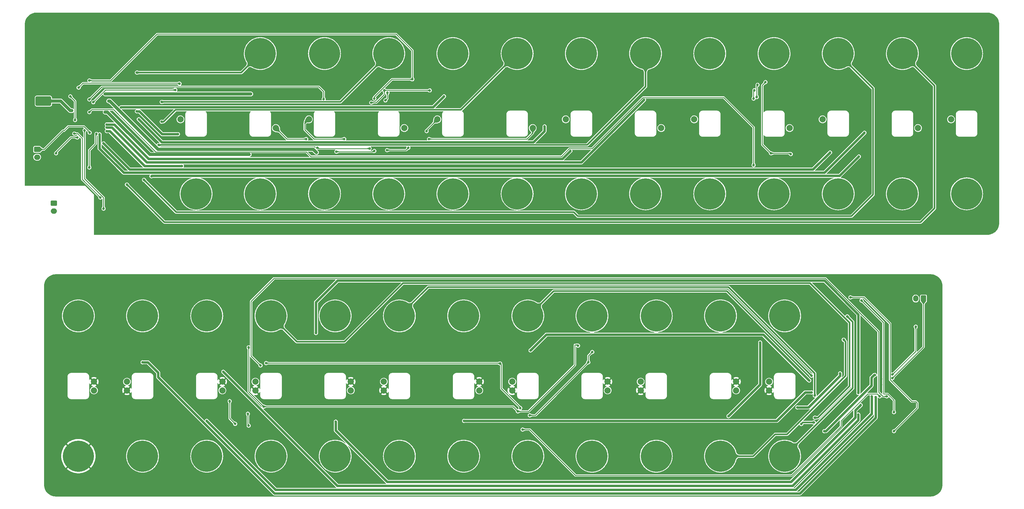
<source format=gbr>
%TF.GenerationSoftware,KiCad,Pcbnew,7.0.8*%
%TF.CreationDate,2023-12-06T14:39:46-05:00*%
%TF.ProjectId,BMS1,424d5331-2e6b-4696-9361-645f70636258,1*%
%TF.SameCoordinates,Original*%
%TF.FileFunction,Copper,L2,Bot*%
%TF.FilePolarity,Positive*%
%FSLAX46Y46*%
G04 Gerber Fmt 4.6, Leading zero omitted, Abs format (unit mm)*
G04 Created by KiCad (PCBNEW 7.0.8) date 2023-12-06 14:39:46*
%MOMM*%
%LPD*%
G01*
G04 APERTURE LIST*
G04 Aperture macros list*
%AMRoundRect*
0 Rectangle with rounded corners*
0 $1 Rounding radius*
0 $2 $3 $4 $5 $6 $7 $8 $9 X,Y pos of 4 corners*
0 Add a 4 corners polygon primitive as box body*
4,1,4,$2,$3,$4,$5,$6,$7,$8,$9,$2,$3,0*
0 Add four circle primitives for the rounded corners*
1,1,$1+$1,$2,$3*
1,1,$1+$1,$4,$5*
1,1,$1+$1,$6,$7*
1,1,$1+$1,$8,$9*
0 Add four rect primitives between the rounded corners*
20,1,$1+$1,$2,$3,$4,$5,0*
20,1,$1+$1,$4,$5,$6,$7,0*
20,1,$1+$1,$6,$7,$8,$9,0*
20,1,$1+$1,$8,$9,$2,$3,0*%
G04 Aperture macros list end*
%TA.AperFunction,ComponentPad*%
%ADD10C,10.000000*%
%TD*%
%TA.AperFunction,ComponentPad*%
%ADD11C,2.000000*%
%TD*%
%TA.AperFunction,ComponentPad*%
%ADD12RoundRect,0.250000X0.600000X0.750000X-0.600000X0.750000X-0.600000X-0.750000X0.600000X-0.750000X0*%
%TD*%
%TA.AperFunction,ComponentPad*%
%ADD13O,1.700000X2.000000*%
%TD*%
%TA.AperFunction,ComponentPad*%
%ADD14RoundRect,0.250000X-0.750000X0.600000X-0.750000X-0.600000X0.750000X-0.600000X0.750000X0.600000X0*%
%TD*%
%TA.AperFunction,ComponentPad*%
%ADD15O,2.000000X1.700000*%
%TD*%
%TA.AperFunction,ViaPad*%
%ADD16C,0.800000*%
%TD*%
%TA.AperFunction,Conductor*%
%ADD17C,0.500000*%
%TD*%
%TA.AperFunction,Conductor*%
%ADD18C,0.750000*%
%TD*%
%TA.AperFunction,Conductor*%
%ADD19C,0.250000*%
%TD*%
%TA.AperFunction,Conductor*%
%ADD20C,1.000000*%
%TD*%
G04 APERTURE END LIST*
D10*
%TO.P,B3,1,+*%
%TO.N,Net-(B2--)*%
X232676000Y-162708000D03*
%TO.P,B3,2,-*%
%TO.N,Net-(B3--)*%
X232676000Y-117708000D03*
D11*
%TO.P,B3,3,T+*%
%TO.N,CT210*%
X227676000Y-138808000D03*
%TO.P,B3,4,T-*%
%TO.N,GND2*%
X227676000Y-141608000D03*
%TD*%
D10*
%TO.P,B2,1,+*%
%TO.N,Net-(B1--)*%
X253296000Y-117707999D03*
%TO.P,B2,2,-*%
%TO.N,Net-(B2--)*%
X253296000Y-162707999D03*
D11*
%TO.P,B2,3,T+*%
%TO.N,CT211*%
X258296000Y-141607999D03*
%TO.P,B2,4,T-*%
%TO.N,GND2*%
X258296000Y-138807999D03*
%TD*%
D10*
%TO.P,B4,1,+*%
%TO.N,Net-(B3--)*%
X212076000Y-117708000D03*
%TO.P,B4,2,-*%
%TO.N,Net-(B4--)*%
X212076000Y-162708000D03*
D11*
%TO.P,B4,3,T+*%
%TO.N,CT209*%
X217076000Y-141608000D03*
%TO.P,B4,4,T-*%
%TO.N,GND2*%
X217076000Y-138808000D03*
%TD*%
D10*
%TO.P,B16,1,+*%
%TO.N,Net-(B15--)*%
X270444000Y-33532500D03*
%TO.P,B16,2,-*%
%TO.N,Net-(B16--)*%
X270444000Y-78532500D03*
D11*
%TO.P,B16,3,T+*%
%TO.N,CT110*%
X275444000Y-57432500D03*
%TO.P,B16,4,T-*%
%TO.N,GND1*%
X275444000Y-54632500D03*
%TD*%
D10*
%TO.P,B15,1,+*%
%TO.N,Net-(B14--)*%
X291044000Y-78532500D03*
%TO.P,B15,2,-*%
%TO.N,Net-(B15--)*%
X291044000Y-33532500D03*
D11*
%TO.P,B15,3,T+*%
%TO.N,CT111*%
X286044000Y-54632500D03*
%TO.P,B15,4,T-*%
%TO.N,GND1*%
X286044000Y-57432500D03*
%TD*%
D10*
%TO.P,B19,1,+*%
%TO.N,Net-(B18--)*%
X208644000Y-78532500D03*
%TO.P,B19,2,-*%
%TO.N,Net-(B19--)*%
X208644000Y-33532500D03*
D11*
%TO.P,B19,3,T+*%
%TO.N,CT107*%
X203644000Y-54632500D03*
%TO.P,B19,4,T-*%
%TO.N,GND1*%
X203644000Y-57432500D03*
%TD*%
D10*
%TO.P,B13,1,+*%
%TO.N,Net-(B13-+)*%
X332244000Y-78532500D03*
%TO.P,B13,2,-*%
%TO.N,Net-(B13--)*%
X332244000Y-33532500D03*
D11*
%TO.P,B13,3,T+*%
%TO.N,CT113*%
X327244000Y-54632500D03*
%TO.P,B13,4,T-*%
%TO.N,GND1*%
X327244000Y-57432500D03*
%TD*%
D10*
%TO.P,B20,1,+*%
%TO.N,Net-(B19--)*%
X188044000Y-33532500D03*
%TO.P,B20,2,-*%
%TO.N,Net-(B20--)*%
X188044000Y-78532500D03*
D11*
%TO.P,B20,3,T+*%
%TO.N,CT106*%
X193044000Y-57432500D03*
%TO.P,B20,4,T-*%
%TO.N,GND1*%
X193044000Y-54632500D03*
%TD*%
D12*
%TO.P,J3,1,Pin_1*%
%TO.N,Net-(J3-Pin_1)*%
X318413000Y-112141000D03*
D13*
%TO.P,J3,2,Pin_2*%
%TO.N,Net-(J3-Pin_2)*%
X315913000Y-112141000D03*
%TD*%
D10*
%TO.P,B18,1,+*%
%TO.N,Net-(B17--)*%
X229244000Y-33532500D03*
%TO.P,B18,2,-*%
%TO.N,Net-(B18--)*%
X229244000Y-78532500D03*
D11*
%TO.P,B18,3,T+*%
%TO.N,CT108*%
X234244000Y-57432500D03*
%TO.P,B18,4,T-*%
%TO.N,GND1*%
X234244000Y-54632500D03*
%TD*%
D10*
%TO.P,B6,1,+*%
%TO.N,Net-(B5--)*%
X170876000Y-117707999D03*
%TO.P,B6,2,-*%
%TO.N,Net-(B6--)*%
X170876000Y-162707999D03*
D11*
%TO.P,B6,3,T+*%
%TO.N,CT207*%
X175876000Y-141607999D03*
%TO.P,B6,4,T-*%
%TO.N,GND2*%
X175876000Y-138807999D03*
%TD*%
D10*
%TO.P,B17,1,+*%
%TO.N,Net-(B16--)*%
X249844000Y-78532500D03*
%TO.P,B17,2,-*%
%TO.N,Net-(B17--)*%
X249844000Y-33532500D03*
D11*
%TO.P,B17,3,T+*%
%TO.N,CT109*%
X244844000Y-54632500D03*
%TO.P,B17,4,T-*%
%TO.N,GND1*%
X244844000Y-57432500D03*
%TD*%
D10*
%TO.P,B21,1,+*%
%TO.N,Net-(B20--)*%
X167444000Y-78532500D03*
%TO.P,B21,2,-*%
%TO.N,Net-(B21--)*%
X167444000Y-33532500D03*
D11*
%TO.P,B21,3,T+*%
%TO.N,CT105*%
X162444000Y-54632500D03*
%TO.P,B21,4,T-*%
%TO.N,GND1*%
X162444000Y-57432500D03*
%TD*%
D10*
%TO.P,B14,1,+*%
%TO.N,Net-(B13--)*%
X311644000Y-33532500D03*
%TO.P,B14,2,-*%
%TO.N,Net-(B14--)*%
X311644000Y-78532500D03*
D11*
%TO.P,B14,3,T+*%
%TO.N,CT112*%
X316644000Y-57432500D03*
%TO.P,B14,4,T-*%
%TO.N,GND1*%
X316644000Y-54632500D03*
%TD*%
D14*
%TO.P,J2,1,Pin_1*%
%TO.N,Net-(J2-Pin_1)*%
X34053000Y-64282000D03*
D15*
%TO.P,J2,2,Pin_2*%
%TO.N,Net-(J2-Pin_2)*%
X34053000Y-66782000D03*
%TD*%
D10*
%TO.P,B9,1,+*%
%TO.N,Net-(B8--)*%
X109076000Y-162707999D03*
%TO.P,B9,2,-*%
%TO.N,Net-(B10-+)*%
X109076000Y-117707999D03*
D11*
%TO.P,B9,3,T+*%
%TO.N,CT204*%
X104076000Y-138807999D03*
%TO.P,B9,4,T-*%
%TO.N,GND2*%
X104076000Y-141607999D03*
%TD*%
D10*
%TO.P,B24,1,+*%
%TO.N,Net-(B23--)*%
X105644000Y-33532500D03*
%TO.P,B24,2,-*%
%TO.N,Net-(B24--)*%
X105644000Y-78532500D03*
D11*
%TO.P,B24,3,T+*%
%TO.N,CT102*%
X110644000Y-57432500D03*
%TO.P,B24,4,T-*%
%TO.N,GND1*%
X110644000Y-54632500D03*
%TD*%
D10*
%TO.P,B8,1,+*%
%TO.N,Net-(B7--)*%
X129676000Y-117708000D03*
%TO.P,B8,2,-*%
%TO.N,Net-(B8--)*%
X129676000Y-162708000D03*
D11*
%TO.P,B8,3,T+*%
%TO.N,CT205*%
X134676000Y-141608000D03*
%TO.P,B8,4,T-*%
%TO.N,GND2*%
X134676000Y-138808000D03*
%TD*%
D10*
%TO.P,B10,1,+*%
%TO.N,Net-(B10-+)*%
X88476000Y-117708000D03*
%TO.P,B10,2,-*%
%TO.N,Net-(B10--)*%
X88476000Y-162708000D03*
D11*
%TO.P,B10,3,T+*%
%TO.N,CT203*%
X93476000Y-141608000D03*
%TO.P,B10,4,T-*%
%TO.N,GND2*%
X93476000Y-138808000D03*
%TD*%
D10*
%TO.P,B12,1,+*%
%TO.N,Net-(B11--)*%
X47276000Y-117707999D03*
%TO.P,B12,2,-*%
%TO.N,GND2*%
X47276000Y-162707999D03*
D11*
%TO.P,B12,3,T+*%
%TO.N,CT201*%
X52276000Y-141607999D03*
%TO.P,B12,4,T-*%
%TO.N,GND2*%
X52276000Y-138807999D03*
%TD*%
D10*
%TO.P,B25,1,+*%
%TO.N,Net-(B24--)*%
X85044000Y-78532500D03*
%TO.P,B25,2,-*%
%TO.N,GND1*%
X85044000Y-33532500D03*
D11*
%TO.P,B25,3,T+*%
%TO.N,CT101*%
X80044000Y-54632500D03*
%TO.P,B25,4,T-*%
%TO.N,GND1*%
X80044000Y-57432500D03*
%TD*%
D10*
%TO.P,B11,1,+*%
%TO.N,Net-(B10--)*%
X67876000Y-162708000D03*
%TO.P,B11,2,-*%
%TO.N,Net-(B11--)*%
X67876000Y-117708000D03*
D11*
%TO.P,B11,3,T+*%
%TO.N,CT202*%
X62876000Y-138808000D03*
%TO.P,B11,4,T-*%
%TO.N,GND2*%
X62876000Y-141608000D03*
%TD*%
D10*
%TO.P,B22,1,+*%
%TO.N,Net-(B21--)*%
X146844000Y-33532500D03*
%TO.P,B22,2,-*%
%TO.N,Net-(B22--)*%
X146844000Y-78532500D03*
D11*
%TO.P,B22,3,T+*%
%TO.N,CT104*%
X151844000Y-57432500D03*
%TO.P,B22,4,T-*%
%TO.N,GND1*%
X151844000Y-54632500D03*
%TD*%
D10*
%TO.P,B1,1,+*%
%TO.N,Net-(B1-+)*%
X273876000Y-162708000D03*
%TO.P,B1,2,-*%
%TO.N,Net-(B1--)*%
X273876000Y-117708000D03*
D11*
%TO.P,B1,3,T+*%
%TO.N,CT212*%
X268876000Y-138808000D03*
%TO.P,B1,4,T-*%
%TO.N,GND2*%
X268876000Y-141608000D03*
%TD*%
D10*
%TO.P,B5,1,+*%
%TO.N,Net-(B4--)*%
X191476000Y-162708000D03*
%TO.P,B5,2,-*%
%TO.N,Net-(B5--)*%
X191476000Y-117708000D03*
D11*
%TO.P,B5,3,T+*%
%TO.N,CT208*%
X186476000Y-138808000D03*
%TO.P,B5,4,T-*%
%TO.N,GND2*%
X186476000Y-141608000D03*
%TD*%
D14*
%TO.P,J1,1,Pin_1*%
%TO.N,/IPA*%
X39442000Y-81554000D03*
D15*
%TO.P,J1,2,Pin_2*%
%TO.N,/IMA*%
X39442000Y-84054000D03*
%TD*%
D10*
%TO.P,B23,1,+*%
%TO.N,Net-(B22--)*%
X126244000Y-78532500D03*
%TO.P,B23,2,-*%
%TO.N,Net-(B23--)*%
X126244000Y-33532500D03*
D11*
%TO.P,B23,3,T+*%
%TO.N,CT103*%
X121244000Y-54632500D03*
%TO.P,B23,4,T-*%
%TO.N,GND1*%
X121244000Y-57432500D03*
%TD*%
D10*
%TO.P,B7,1,+*%
%TO.N,Net-(B6--)*%
X150276000Y-162708000D03*
%TO.P,B7,2,-*%
%TO.N,Net-(B7--)*%
X150276000Y-117708000D03*
D11*
%TO.P,B7,3,T+*%
%TO.N,CT206*%
X145276000Y-138808000D03*
%TO.P,B7,4,T-*%
%TO.N,GND2*%
X145276000Y-141608000D03*
%TD*%
D16*
%TO.N,Net-(B1-+)*%
X293942000Y-117856000D03*
%TO.N,Net-(B2--)*%
X292799000Y-125349000D03*
%TO.N,Net-(B5--)*%
X282512000Y-136906000D03*
%TO.N,/BatteryBus1.S1*%
X303086000Y-143764000D03*
X67882000Y-132588000D03*
%TO.N,/BatteryBus1.S4*%
X298260000Y-146304000D03*
X129858000Y-151638000D03*
%TO.N,/BatteryBus1.S3*%
X93790000Y-135636000D03*
X297498000Y-149352000D03*
%TO.N,/BatteryBus1.S2*%
X301816000Y-143510000D03*
X88456000Y-151384000D03*
%TO.N,/BatteryBus1.S12*%
X286576000Y-154686000D03*
X302832000Y-136652000D03*
%TO.N,/BatteryBus1.S10*%
X255842000Y-149860000D03*
X266002000Y-126238000D03*
%TO.N,/BatteryBus1.S8*%
X291656000Y-136144000D03*
X277940000Y-147066000D03*
%TO.N,/BatteryBus1.S7*%
X281750000Y-138430000D03*
X192342000Y-128778000D03*
%TO.N,/BatteryBus1.S6*%
X282512000Y-142240000D03*
X171006000Y-151384000D03*
%TO.N,/BatteryBus1.S5*%
X297498000Y-142426500D03*
X123508000Y-123190000D03*
%TO.N,Net-(B7--)*%
X283528000Y-143256000D03*
%TO.N,Net-(B10-+)*%
X283528000Y-150368000D03*
%TO.N,/SCL2*%
X188278000Y-148336000D03*
X294958000Y-111760000D03*
X308928000Y-154686000D03*
X106744000Y-146812001D03*
X101918000Y-127799500D03*
X207582000Y-127254001D03*
%TO.N,/SDA2*%
X298514000Y-112776000D03*
X308928000Y-148590000D03*
X107506000Y-132851305D03*
X182577451Y-132945951D03*
X189040000Y-147282500D03*
%TO.N,/BatteryBus.S1*%
X102108000Y-65913000D03*
X55880000Y-52324000D03*
%TO.N,/BatteryBus.S4*%
X60960000Y-50800000D03*
X164592000Y-47244000D03*
%TO.N,/BatteryBus.S3*%
X57023000Y-48768000D03*
X123698000Y-65278000D03*
%TO.N,/BatteryBus.S2*%
X102616000Y-46482000D03*
X55880000Y-46482000D03*
%TO.N,/BatteryBus.S12*%
X299466000Y-58928000D03*
X54102000Y-59436000D03*
%TO.N,/BatteryBus.S11*%
X288417000Y-65278000D03*
X55372000Y-62357000D03*
%TO.N,/BatteryBus.S10*%
X297688000Y-66548000D03*
X70739000Y-72898000D03*
%TO.N,/BatteryBus.S9*%
X56388000Y-58420000D03*
X80518000Y-69596000D03*
%TO.N,/BatteryBus.S8*%
X228727000Y-48387000D03*
X56388000Y-57277000D03*
%TO.N,/BatteryBus.S7*%
X205105000Y-64770000D03*
X56388000Y-56277497D03*
%TO.N,/BatteryBus.S6*%
X66675000Y-54610000D03*
X196850000Y-56896000D03*
%TO.N,/BatteryBus.S5*%
X79248000Y-59383000D03*
X66040000Y-52070000D03*
%TO.N,Net-(B13--)*%
X62865000Y-75565000D03*
%TO.N,Net-(B15--)*%
X68326000Y-74041000D03*
%TO.N,Net-(B17--)*%
X73025000Y-62865000D03*
%TO.N,VDD*%
X283274000Y-151892000D03*
X192088000Y-149606000D03*
X279210000Y-152400000D03*
X210884000Y-132588000D03*
X212154000Y-129286000D03*
%TO.N,GND2*%
X196279000Y-141224000D03*
X205168999Y-142494000D03*
X296609000Y-164084000D03*
X228664000Y-130429000D03*
X114364000Y-139319000D03*
X108649000Y-145034000D03*
X117539000Y-145034000D03*
X315023999Y-160274000D03*
X185484000Y-145034000D03*
X228664000Y-126619000D03*
X114364000Y-143764000D03*
X200089000Y-147573999D03*
X226124000Y-149479000D03*
X219139000Y-121539000D03*
X198184000Y-143764000D03*
X304864000Y-139827000D03*
X179769000Y-131064000D03*
X114364000Y-141859000D03*
X207074000Y-143129000D03*
X114364000Y-148844000D03*
X306896000Y-141986000D03*
X320739000Y-156464000D03*
X185484000Y-131699000D03*
X238824000Y-141859000D03*
X311849000Y-156464000D03*
X120079000Y-145034000D03*
X240094000Y-127254000D03*
X203899000Y-138049000D03*
X309309000Y-158369000D03*
X226758999Y-121539000D03*
X114364000Y-145034000D03*
X287719000Y-145034000D03*
X303594000Y-158369001D03*
X207709000Y-138684000D03*
X199454000Y-141859000D03*
X246444000Y-138049000D03*
X225489000Y-130429000D03*
X294069000Y-172974000D03*
X198184000Y-148209000D03*
X310579000Y-161544000D03*
X109919000Y-145034000D03*
X111189000Y-145034000D03*
X294704000Y-169164000D03*
X219139000Y-126619000D03*
X220409000Y-138049000D03*
X200089000Y-136144000D03*
X246443999Y-144399000D03*
X115634000Y-145034000D03*
X307404000Y-156464000D03*
X304864000Y-137922000D03*
X302832000Y-137922000D03*
X306769000Y-139827000D03*
X306896000Y-137922000D03*
X320104000Y-172974000D03*
X196914000Y-136144000D03*
X196914000Y-149479000D03*
X238824000Y-143764000D03*
X240094000Y-130429000D03*
X315659000Y-149479000D03*
X302959000Y-139827000D03*
X302832000Y-141986000D03*
X306134000Y-157734000D03*
X304864000Y-160908999D03*
X302324000Y-160909000D03*
X315659000Y-145923000D03*
X219139000Y-129159000D03*
X238824000Y-139319000D03*
X206439001Y-140589000D03*
X179134000Y-134239000D03*
X225489000Y-126619000D03*
X246443999Y-141224000D03*
X307404000Y-172974000D03*
X304864000Y-141986000D03*
X198184000Y-138049000D03*
X307404000Y-160274000D03*
X299784000Y-160909000D03*
X240094000Y-150114000D03*
%TO.N,Net-(B19--)*%
X73990200Y-55397400D03*
%TO.N,CT106*%
X159766000Y-60960000D03*
%TO.N,CT105*%
X159004000Y-58420000D03*
%TO.N,Net-(B21--)*%
X73990200Y-49047400D03*
%TO.N,CT104*%
X146304000Y-64524000D03*
X153162000Y-63754000D03*
%TO.N,CT103*%
X132588000Y-60960000D03*
%TO.N,/D22*%
X304344560Y-143516464D03*
X189797701Y-154182299D03*
%TO.N,Net-(B23--)*%
X66040000Y-39624000D03*
%TO.N,CT102*%
X120396000Y-60960000D03*
X142240000Y-64766500D03*
X130048000Y-65024000D03*
%TO.N,CT101*%
X123952000Y-63714500D03*
X140720299Y-64003701D03*
%TO.N,Net-(U9-SCK(IPA))*%
X308420000Y-136525000D03*
X315913000Y-121158000D03*
%TO.N,Net-(U10-IMB)*%
X40132000Y-65532000D03*
X46990000Y-60452000D03*
%TO.N,/SCL1*%
X154432000Y-41783000D03*
X142240000Y-48019975D03*
X265176000Y-43561000D03*
X264922000Y-47498000D03*
X50800000Y-42164000D03*
%TO.N,/D11*%
X50800000Y-48260000D03*
X125984000Y-48197900D03*
%TO.N,VD*%
X145796000Y-48544975D03*
X275844000Y-65786000D03*
X79756000Y-43180000D03*
X267716000Y-42672000D03*
X47371000Y-44450000D03*
X269494000Y-65532000D03*
X146431000Y-46101000D03*
%TO.N,GND1*%
X50927000Y-57531000D03*
X34036000Y-71120000D03*
X89408000Y-59944000D03*
X89408000Y-53340000D03*
X39116000Y-72136000D03*
X52324000Y-30988000D03*
X77216000Y-23876000D03*
X271145000Y-68326000D03*
X41656000Y-40132000D03*
X50927000Y-55626000D03*
X65024000Y-24384000D03*
X54610000Y-53721000D03*
X34036000Y-75184000D03*
X97536000Y-53340000D03*
X92456000Y-54864000D03*
X59436000Y-22352000D03*
X44704000Y-75184000D03*
X31496000Y-23368000D03*
X36576000Y-39624000D03*
X52832000Y-23876000D03*
X31496000Y-57912000D03*
X153035000Y-43180000D03*
X59436000Y-89408000D03*
X277876000Y-65024000D03*
X31496000Y-42672000D03*
X42164000Y-46228000D03*
X276352000Y-69596000D03*
X42672000Y-22860000D03*
X44704000Y-72644000D03*
X98044000Y-59944000D03*
X39116000Y-75184000D03*
X56896000Y-28956000D03*
X72644000Y-32004000D03*
X89408000Y-57912000D03*
X89408000Y-55372000D03*
X278892000Y-61468000D03*
X52832000Y-57531000D03*
X159512000Y-43688000D03*
X92456000Y-58420000D03*
X31496000Y-32004000D03*
X70612000Y-23368000D03*
X66548000Y-88900000D03*
X62484000Y-28956000D03*
X78232000Y-31496000D03*
X54610000Y-55499000D03*
X56896000Y-36068000D03*
X100584000Y-56896000D03*
X155956000Y-43688000D03*
X50927000Y-53721000D03*
X52832000Y-55626000D03*
X54610000Y-57531000D03*
X101092000Y-53848000D03*
X75692000Y-29464000D03*
X164592000Y-43688000D03*
X52832000Y-53721000D03*
%TO.N,/SDA1*%
X145415000Y-45294975D03*
X52070000Y-49149000D03*
X263906000Y-48006000D03*
X141224000Y-49276000D03*
X160020000Y-45356500D03*
X78359000Y-45212000D03*
X264160000Y-45282000D03*
%TO.N,/D12*%
X50800000Y-52324000D03*
X263906000Y-69342000D03*
%TO.N,Net-(Q2-B)*%
X38100000Y-48768000D03*
X45212000Y-51816000D03*
X36068000Y-47752000D03*
X34036000Y-48768000D03*
%TO.N,/BatteryBus.S13*%
X50800000Y-70104000D03*
X53086000Y-59309000D03*
%TO.N,Net-(U10-WDT)*%
X44704000Y-47244000D03*
X46228000Y-54864000D03*
%TO.N,C+204*%
X101918000Y-152908000D03*
X101664000Y-149098000D03*
%TO.N,C+203*%
X97600001Y-152348685D03*
X95822000Y-145034000D03*
%TO.N,Net-(U10-CSB(IMA))*%
X55372000Y-83312000D03*
X49276000Y-58150500D03*
%TO.N,Net-(U10-SCK(IPA))*%
X45957500Y-59207043D03*
X54356000Y-79756000D03*
%TO.N,D21*%
X306637701Y-143514299D03*
X105728000Y-133604000D03*
%TO.N,Net-(J2-Pin_1)*%
X50921143Y-58901500D03*
%TO.N,Net-(J3-Pin_1)*%
X308420000Y-137668000D03*
%TD*%
D17*
%TO.N,Net-(B1-+)*%
X293942000Y-117856000D02*
X295720001Y-119634000D01*
X295720001Y-140864000D02*
X273876001Y-162708000D01*
X295720001Y-119634000D02*
X295720001Y-140864000D01*
%TO.N,Net-(B2--)*%
X292799000Y-125349000D02*
X293434000Y-125984001D01*
X274638000Y-155702000D02*
X270828000Y-155702000D01*
X293434000Y-136906000D02*
X274638000Y-155702000D01*
X263822000Y-162708000D02*
X253296000Y-162708000D01*
X270828000Y-155702000D02*
X263822000Y-162708000D01*
X293434000Y-125984001D02*
X293434000Y-136906000D01*
%TO.N,Net-(B5--)*%
X191476000Y-118006000D02*
X199754000Y-109728000D01*
X199754000Y-109728000D02*
X255334000Y-109728000D01*
X255334000Y-109728000D02*
X282512000Y-136906000D01*
D18*
%TO.N,/BatteryBus1.S1*%
X303086000Y-143764000D02*
X303086000Y-150368000D01*
X69596000Y-132588000D02*
X68136000Y-132588000D01*
X72898000Y-135890000D02*
X69596000Y-132588000D01*
X278771000Y-174683000D02*
X110231000Y-174683000D01*
X72898000Y-137350000D02*
X72898000Y-135890000D01*
X110231000Y-174683000D02*
X72898000Y-137350000D01*
D19*
X68136000Y-132588000D02*
X67882000Y-132588000D01*
D18*
X303086000Y-150368000D02*
X278771000Y-174683000D01*
%TO.N,/BatteryBus1.S4*%
X298260000Y-146304000D02*
X296523000Y-148041000D01*
X129858000Y-154432000D02*
X129858000Y-151638000D01*
X296523000Y-148041000D02*
X296523000Y-150327000D01*
X296523000Y-150327000D02*
X275908000Y-170942000D01*
X275908000Y-170942000D02*
X146368000Y-170942000D01*
X146368000Y-170942000D02*
X129858000Y-154432000D01*
%TO.N,/BatteryBus1.S3*%
X93790000Y-135636000D02*
X130366000Y-172212000D01*
X276416000Y-172212000D02*
X297498000Y-151130001D01*
X297498000Y-151130001D02*
X297498000Y-149352000D01*
X130366000Y-172212000D02*
X276416000Y-172212000D01*
%TO.N,/BatteryBus1.S2*%
X301816000Y-149098000D02*
X277432000Y-173482000D01*
X110553999Y-173482000D02*
X88456000Y-151384000D01*
X301816000Y-143510000D02*
X301816000Y-149098000D01*
X277432000Y-173482000D02*
X110553999Y-173482000D01*
%TO.N,/BatteryBus1.S12*%
X286576000Y-154686000D02*
X287084000Y-154685999D01*
X301748141Y-140021859D02*
X301748141Y-137481859D01*
X302578000Y-136652000D02*
X302832000Y-136652000D01*
X301748141Y-137481859D02*
X302578000Y-136652000D01*
X287084000Y-154685999D02*
X301748141Y-140021859D01*
%TO.N,/BatteryBus1.S10*%
X266002000Y-139700000D02*
X255842000Y-149860000D01*
X266002000Y-126238000D02*
X266002000Y-139700000D01*
%TO.N,/BatteryBus1.S8*%
X291656000Y-136906000D02*
X291656000Y-136144000D01*
X277940000Y-147066000D02*
X281496000Y-147066000D01*
X281496000Y-147066000D02*
X291656000Y-136906000D01*
%TO.N,/BatteryBus1.S7*%
X267018000Y-123698000D02*
X197422000Y-123698000D01*
X197422000Y-123698000D02*
X192342000Y-128778000D01*
X281750000Y-138430000D02*
X267018000Y-123698000D01*
%TO.N,/BatteryBus1.S6*%
X271336000Y-151384000D02*
X171006000Y-151384000D01*
X282512000Y-142240000D02*
X280480000Y-142240000D01*
X280480000Y-142240000D02*
X271336000Y-151384000D01*
%TO.N,/BatteryBus1.S5*%
X297498000Y-117239142D02*
X286621859Y-106362999D01*
X123508001Y-113284000D02*
X123508000Y-123190000D01*
X297498000Y-142426500D02*
X297498000Y-117239142D01*
X286621859Y-106362999D02*
X130429001Y-106363000D01*
X130429001Y-106363000D02*
X123508001Y-113284000D01*
D17*
%TO.N,Net-(B7--)*%
X283528000Y-136144000D02*
X255842000Y-108458000D01*
X159526000Y-108458000D02*
X150276000Y-117708000D01*
X255842000Y-108458000D02*
X159526000Y-108458000D01*
X283528000Y-143256000D02*
X283528000Y-136144000D01*
%TO.N,Net-(B10-+)*%
X282004000Y-107188000D02*
X294704000Y-119888000D01*
X109076000Y-117708000D02*
X117352000Y-125984000D01*
X151448000Y-107188000D02*
X282004000Y-107188000D01*
X294704000Y-119888000D02*
X294704000Y-140208000D01*
X294704000Y-140208000D02*
X284544000Y-150368000D01*
X284544000Y-150368000D02*
X283528000Y-150368000D01*
X132652000Y-125984000D02*
X151448000Y-107188000D01*
X117352000Y-125984000D02*
X132652000Y-125984000D01*
D19*
%TO.N,/SCL2*%
X101918000Y-127799500D02*
X101918000Y-141986000D01*
X307695000Y-120179000D02*
X307695000Y-138213000D01*
X101918000Y-141986000D02*
X106744000Y-146812001D01*
X316384001Y-145622695D02*
X316384000Y-147230000D01*
X206558809Y-127007191D02*
X206566000Y-127000000D01*
X186754000Y-146812000D02*
X188278000Y-148336000D01*
X294958000Y-111760000D02*
X299276000Y-111760000D01*
X315959305Y-145198000D02*
X316384001Y-145622695D01*
X316384000Y-147230000D02*
X308928000Y-154686000D01*
X207328000Y-127000001D02*
X207582000Y-127254001D01*
X106744000Y-146812001D02*
X186754000Y-146812000D01*
X206566000Y-127000000D02*
X207328000Y-127000001D01*
X206558809Y-133484191D02*
X206558809Y-127007191D01*
X299276000Y-111760000D02*
X307695000Y-120179000D01*
X314680000Y-145198000D02*
X315959305Y-145198000D01*
X191707000Y-148336000D02*
X206558809Y-133484191D01*
X188278000Y-148336000D02*
X191707000Y-148336000D01*
X307695000Y-138213000D02*
X314680000Y-145198000D01*
%TO.N,/SDA2*%
X305589000Y-119851001D02*
X305588999Y-142785000D01*
X298514000Y-112776000D02*
X305589000Y-119851001D01*
X182577451Y-132945951D02*
X182482805Y-132851305D01*
X182944000Y-140932500D02*
X189040000Y-147028500D01*
X189040000Y-147028500D02*
X189040000Y-147282500D01*
X305588999Y-142785000D02*
X306933707Y-142785000D01*
X182482805Y-132851305D02*
X107506000Y-132851305D01*
X182944000Y-133312500D02*
X182944000Y-140932500D01*
X306933707Y-142785000D02*
X308928000Y-144779293D01*
X308928000Y-144779293D02*
X308928000Y-148590000D01*
X182577451Y-132945951D02*
X182944000Y-133312500D01*
D20*
%TO.N,/BatteryBus.S1*%
X70231000Y-65913000D02*
X56642000Y-52324000D01*
X102108000Y-65913000D02*
X70231000Y-65913000D01*
X56642000Y-52324000D02*
X55880000Y-52324000D01*
D18*
%TO.N,/BatteryBus.S4*%
X60960000Y-50800000D02*
X61002500Y-50757500D01*
X161078500Y-50757500D02*
X164592000Y-47244000D01*
X61002500Y-50757500D02*
X161078500Y-50757500D01*
D20*
%TO.N,/BatteryBus.S3*%
X123698000Y-65278000D02*
X122682000Y-64262000D01*
X57372365Y-48768000D02*
X57023000Y-48768000D01*
X122682000Y-64262000D02*
X72866365Y-64262000D01*
X72866365Y-64262000D02*
X57372365Y-48768000D01*
%TO.N,/BatteryBus.S2*%
X102616000Y-46482000D02*
X55880000Y-46482000D01*
D18*
%TO.N,/BatteryBus.S12*%
X54102000Y-64008000D02*
X54102000Y-59436000D01*
X61849000Y-71755000D02*
X54102000Y-64008000D01*
X299466000Y-58928000D02*
X286639000Y-71755000D01*
X286639000Y-71755000D02*
X61849000Y-71755000D01*
%TO.N,/BatteryBus.S11*%
X55372000Y-62357000D02*
X63754000Y-70739000D01*
X63754000Y-70739000D02*
X282956000Y-70739000D01*
X282956000Y-70739000D02*
X288417000Y-65278000D01*
%TO.N,/BatteryBus.S10*%
X70866000Y-72771000D02*
X291465000Y-72771000D01*
X70739000Y-72898000D02*
X70866000Y-72771000D01*
X291465000Y-72771000D02*
X297688000Y-66548000D01*
%TO.N,/BatteryBus.S9*%
X80518000Y-69596000D02*
X68561859Y-69596000D01*
X57385859Y-58420000D02*
X56388000Y-58420000D01*
X68561859Y-69596000D02*
X57385859Y-58420000D01*
%TO.N,/BatteryBus.S8*%
X58039000Y-57277000D02*
X69215000Y-68453000D01*
X69215000Y-68453000D02*
X208661000Y-68453000D01*
X56388000Y-57277000D02*
X58039000Y-57277000D01*
X208661000Y-68453000D02*
X228727000Y-48387000D01*
%TO.N,/BatteryBus.S7*%
X202565000Y-67310000D02*
X205105000Y-64770000D01*
X69850000Y-67310000D02*
X202565000Y-67310000D01*
X56388000Y-56277497D02*
X58817497Y-56277497D01*
X58817497Y-56277497D02*
X69850000Y-67310000D01*
%TO.N,/BatteryBus.S6*%
X196850000Y-56896000D02*
X196850000Y-58420000D01*
X193294000Y-61976000D02*
X74041000Y-61976000D01*
X196850000Y-58420000D02*
X193294000Y-61976000D01*
X74041000Y-61976000D02*
X66675000Y-54610000D01*
%TO.N,/BatteryBus.S5*%
X66040000Y-52070000D02*
X66847077Y-52070000D01*
X66847077Y-52070000D02*
X74160077Y-59383000D01*
X74160077Y-59383000D02*
X79248000Y-59383000D01*
D17*
%TO.N,Net-(B13--)*%
X321945000Y-43833500D02*
X321945000Y-83185000D01*
X311644000Y-33532500D02*
X321945000Y-43833500D01*
X317500000Y-87630000D02*
X74930000Y-87630000D01*
X321945000Y-83185000D02*
X317500000Y-87630000D01*
X74930000Y-87630000D02*
X62865000Y-75565000D01*
%TO.N,Net-(B15--)*%
X206196884Y-84427465D02*
X207494419Y-85725000D01*
X68326000Y-74041000D02*
X78712465Y-84427465D01*
X207494419Y-85725000D02*
X295275000Y-85725000D01*
X302260000Y-44748500D02*
X291044000Y-33532500D01*
X78712465Y-84427465D02*
X206196884Y-84427465D01*
X302260000Y-78740000D02*
X302260000Y-44748500D01*
X295275000Y-85725000D02*
X302260000Y-78740000D01*
%TO.N,Net-(B17--)*%
X229244000Y-33532500D02*
X229244000Y-44123500D01*
X229244000Y-44123500D02*
X210502500Y-62865000D01*
X210502500Y-62865000D02*
X73025000Y-62865000D01*
D19*
%TO.N,VDD*%
X210884000Y-130556000D02*
X212154000Y-129286000D01*
X193866000Y-149606000D02*
X192088000Y-149606000D01*
D17*
X283274000Y-151892000D02*
X279717999Y-151892000D01*
D19*
X210884000Y-132588000D02*
X193866000Y-149606000D01*
X210884000Y-132588000D02*
X210884000Y-130556000D01*
D17*
X279717999Y-151892000D02*
X279210000Y-152400000D01*
D19*
%TO.N,GND2*%
X306896000Y-141986000D02*
X310833000Y-145923001D01*
X310833000Y-145923001D02*
X315659000Y-145923000D01*
D17*
%TO.N,Net-(B19--)*%
X74650600Y-55397400D02*
X78465500Y-51582500D01*
X78465500Y-51582500D02*
X169994000Y-51582500D01*
X73990200Y-55397400D02*
X74650600Y-55397400D01*
X169994000Y-51582500D02*
X188044000Y-33532500D01*
D19*
%TO.N,CT106*%
X193044000Y-59051000D02*
X191135000Y-60960000D01*
X191135000Y-60960000D02*
X159766000Y-60960000D01*
X193044000Y-57432500D02*
X193044000Y-59051000D01*
%TO.N,CT105*%
X159004000Y-58072500D02*
X162444000Y-54632500D01*
X159004000Y-58420000D02*
X159004000Y-58072500D01*
D17*
%TO.N,Net-(B21--)*%
X131329100Y-49047400D02*
X146844000Y-33532500D01*
X73990200Y-49047400D02*
X131329100Y-49047400D01*
D19*
%TO.N,CT104*%
X146312000Y-64516000D02*
X146304000Y-64524000D01*
X153162000Y-63754000D02*
X152400000Y-64516000D01*
X152400000Y-64516000D02*
X146312000Y-64516000D01*
%TO.N,CT103*%
X119919000Y-57981334D02*
X119919000Y-55957500D01*
X119919000Y-55957500D02*
X121244000Y-54632500D01*
X132588000Y-60960000D02*
X122897666Y-60960000D01*
X122897666Y-60960000D02*
X119919000Y-57981334D01*
%TO.N,/D22*%
X291938454Y-153133546D02*
X276162000Y-168910000D01*
X291938454Y-151355546D02*
X291938454Y-153133546D01*
X206820000Y-168910000D02*
X192092299Y-154182299D01*
X304344560Y-143516464D02*
X303613096Y-142785000D01*
X276162000Y-168910000D02*
X206820000Y-168910000D01*
X300509000Y-142785000D02*
X291938454Y-151355546D01*
X192092299Y-154182299D02*
X189797701Y-154182299D01*
X303613096Y-142785000D02*
X300509000Y-142785000D01*
D17*
%TO.N,Net-(B23--)*%
X105644000Y-33532500D02*
X99552500Y-39624000D01*
X99552500Y-39624000D02*
X66040000Y-39624000D01*
D19*
%TO.N,CT102*%
X110644000Y-57432500D02*
X114171500Y-60960000D01*
X130048000Y-65024000D02*
X141982500Y-65024000D01*
X114171500Y-60960000D02*
X120396000Y-60960000D01*
X141982500Y-65024000D02*
X142240000Y-64766500D01*
%TO.N,CT101*%
X124241201Y-64003701D02*
X123952000Y-63714500D01*
X140720299Y-64003701D02*
X124241201Y-64003701D01*
%TO.N,Net-(U9-SCK(IPA))*%
X308420000Y-136525000D02*
X315913000Y-129032000D01*
X315913000Y-129032000D02*
X315913000Y-121158000D01*
%TO.N,Net-(U10-IMB)*%
X46990000Y-60452000D02*
X44870978Y-60452000D01*
X44870978Y-60452000D02*
X40132000Y-65190978D01*
X40132000Y-65190978D02*
X40132000Y-65532000D01*
%TO.N,/SCL1*%
X149225000Y-27305000D02*
X154432000Y-32512000D01*
X154432000Y-32512000D02*
X154432000Y-41783000D01*
X57648380Y-42164000D02*
X72507380Y-27305000D01*
X264922000Y-43815000D02*
X264922000Y-47498000D01*
X50800000Y-42164000D02*
X57648380Y-42164000D01*
X147901670Y-41783000D02*
X154432000Y-41783000D01*
X142240000Y-47444670D02*
X147901670Y-41783000D01*
X142240000Y-48019975D02*
X142240000Y-47444670D01*
X265176000Y-43561000D02*
X264922000Y-43815000D01*
X72507380Y-27305000D02*
X149225000Y-27305000D01*
%TO.N,/D11*%
X125984000Y-45720975D02*
X124459025Y-44196000D01*
X125984000Y-48197900D02*
X125984000Y-45720975D01*
X124459025Y-44196000D02*
X54864000Y-44196000D01*
X54864000Y-44196000D02*
X50800000Y-48260000D01*
%TO.N,VD*%
X79756000Y-43180000D02*
X79629000Y-43053000D01*
X79629000Y-43053000D02*
X48768000Y-43053000D01*
X266700000Y-43688000D02*
X267716000Y-42672000D01*
X275844000Y-65786000D02*
X275590000Y-65532000D01*
X48768000Y-43053000D02*
X47371000Y-44450000D01*
X146431000Y-46101000D02*
X146431000Y-47909975D01*
X269494000Y-65532000D02*
X266700000Y-62738000D01*
X266700000Y-62738000D02*
X266700000Y-43688000D01*
X275590000Y-65532000D02*
X269494000Y-65532000D01*
X146431000Y-47909975D02*
X145796000Y-48544975D01*
%TO.N,GND1*%
X54638500Y-57432500D02*
X54610000Y-57404000D01*
X54610000Y-57531000D02*
X54737000Y-57531000D01*
D18*
X52324000Y-36068000D02*
X56896000Y-36068000D01*
X42164000Y-46228000D02*
X52324000Y-36068000D01*
D19*
X54610000Y-57404000D02*
X54610000Y-57531000D01*
X54737000Y-57531000D02*
X52832000Y-55626000D01*
%TO.N,/SDA1*%
X160020000Y-45356500D02*
X160002500Y-45339000D01*
X263906000Y-48006000D02*
X263906000Y-45536000D01*
X78359000Y-45212000D02*
X55983274Y-45212000D01*
X145415000Y-46618305D02*
X145415000Y-45294975D01*
X141224000Y-49276000D02*
X142757305Y-49276000D01*
X55983274Y-45212000D02*
X52070000Y-49125274D01*
X160002500Y-45339000D02*
X145459025Y-45339000D01*
X263906000Y-45536000D02*
X264160000Y-45282000D01*
X145459025Y-45339000D02*
X145415000Y-45294975D01*
X142757305Y-49276000D02*
X145415000Y-46618305D01*
X52070000Y-49125274D02*
X52070000Y-49149000D01*
%TO.N,/D12*%
X202239695Y-66610000D02*
X204804695Y-64045000D01*
X72136000Y-65088000D02*
X120398000Y-65088000D01*
X51625000Y-51499000D02*
X58547000Y-51499000D01*
X228426695Y-47662000D02*
X254363881Y-47662000D01*
X50800000Y-52324000D02*
X51625000Y-51499000D01*
X204804695Y-64045000D02*
X212043695Y-64045000D01*
X58547000Y-51499000D02*
X72136000Y-65088000D01*
X212043695Y-64045000D02*
X228426695Y-47662000D01*
X120398000Y-65088000D02*
X121920000Y-66610000D01*
X263906000Y-57204120D02*
X263906000Y-69342000D01*
X263878940Y-57177060D02*
X263906000Y-57204120D01*
X254363881Y-47662000D02*
X263878940Y-57177060D01*
X121920000Y-66610000D02*
X202239695Y-66610000D01*
D20*
%TO.N,Net-(Q2-B)*%
X38100000Y-48768000D02*
X34036000Y-48768000D01*
X34036000Y-49784000D02*
X35052000Y-49784000D01*
X35560000Y-49784000D02*
X37084000Y-49784000D01*
X45212000Y-51816000D02*
X44704000Y-51816000D01*
X44704000Y-51816000D02*
X41656000Y-48768000D01*
X37084000Y-47752000D02*
X37084000Y-49784000D01*
X35560000Y-49784000D02*
X36068000Y-49276000D01*
X36068000Y-47752000D02*
X35052000Y-47752000D01*
X37084000Y-47752000D02*
X36068000Y-47752000D01*
X38100000Y-47752000D02*
X37084000Y-47752000D01*
X38100000Y-48768000D02*
X38100000Y-47752000D01*
X41656000Y-48768000D02*
X37592000Y-48768000D01*
X34036000Y-48768000D02*
X34036000Y-49784000D01*
X37592000Y-48768000D02*
X37592000Y-49276000D01*
X34036000Y-47752000D02*
X34036000Y-48768000D01*
X35052000Y-47752000D02*
X35052000Y-49784000D01*
X37592000Y-49276000D02*
X38100000Y-49784000D01*
X35052000Y-49784000D02*
X35560000Y-49784000D01*
X37084000Y-49784000D02*
X38100000Y-49784000D01*
X38100000Y-49784000D02*
X38100000Y-48768000D01*
X35052000Y-47752000D02*
X34036000Y-47752000D01*
X36068000Y-49276000D02*
X36068000Y-47752000D01*
D19*
%TO.N,/BatteryBus.S13*%
X52832000Y-62484000D02*
X52832000Y-59563000D01*
X50800000Y-64516000D02*
X52832000Y-62484000D01*
X50800000Y-70104000D02*
X50800000Y-64516000D01*
X52832000Y-59563000D02*
X53086000Y-59309000D01*
%TO.N,Net-(U10-WDT)*%
X46228000Y-54864000D02*
X46228000Y-48768000D01*
X46228000Y-48768000D02*
X44704000Y-47244000D01*
%TO.N,C+204*%
X101664000Y-152654000D02*
X101664000Y-149098000D01*
X101918000Y-152908000D02*
X101664000Y-152654000D01*
%TO.N,C+203*%
X95822000Y-145034000D02*
X95822000Y-150570685D01*
X95822000Y-150570685D02*
X97600001Y-152348685D01*
%TO.N,Net-(U10-CSB(IMA))*%
X49276000Y-58150500D02*
X49276000Y-73650695D01*
X49276000Y-73650695D02*
X55372000Y-79746695D01*
X55372000Y-79746695D02*
X55372000Y-83312000D01*
%TO.N,Net-(U10-SCK(IPA))*%
X45957500Y-59207043D02*
X47006445Y-59207043D01*
X48551000Y-60751598D02*
X48551000Y-73951000D01*
X48551000Y-73951000D02*
X54356000Y-79756000D01*
X47006445Y-59207043D02*
X48551000Y-60751598D01*
%TO.N,D21*%
X105728000Y-133604000D02*
X102680000Y-130556000D01*
X286911808Y-105663000D02*
X303981695Y-122732887D01*
X102680000Y-130556000D02*
X102680000Y-113030000D01*
X110047000Y-105663000D02*
X286911808Y-105663000D01*
X102680000Y-113030000D02*
X110047000Y-105663000D01*
X305366994Y-143514299D02*
X306637701Y-143514299D01*
X303981695Y-122732887D02*
X303981695Y-142129000D01*
X303981695Y-142129000D02*
X305366994Y-143514299D01*
%TO.N,Net-(J2-Pin_1)*%
X42297511Y-58286489D02*
X42672000Y-58286489D01*
X34053000Y-64282000D02*
X36302000Y-64282000D01*
X44062489Y-56896000D02*
X42672000Y-58286489D01*
X50921143Y-58770338D02*
X49046805Y-56896000D01*
X36302000Y-64282000D02*
X42297511Y-58286489D01*
X49046805Y-56896000D02*
X44062489Y-56896000D01*
X50921143Y-58901500D02*
X50921143Y-58770338D01*
%TO.N,Net-(J3-Pin_1)*%
X318413000Y-127675000D02*
X318413000Y-112141000D01*
X308420000Y-137668000D02*
X318413000Y-127675000D01*
%TD*%
%TA.AperFunction,Conductor*%
%TO.N,GND1*%
G36*
X123352307Y-63379852D02*
G01*
X123366659Y-63414500D01*
X123363475Y-63431875D01*
X123360519Y-63439669D01*
X123315763Y-63557680D01*
X123298404Y-63700642D01*
X123279980Y-63733307D01*
X123243854Y-63743378D01*
X123218265Y-63732271D01*
X123190336Y-63708837D01*
X123188760Y-63707392D01*
X123181773Y-63700405D01*
X123156040Y-63680059D01*
X123097214Y-63630698D01*
X123097211Y-63630696D01*
X123091810Y-63627983D01*
X123083421Y-63622638D01*
X123078682Y-63618892D01*
X123078678Y-63618889D01*
X123009057Y-63586424D01*
X122940434Y-63551960D01*
X122940431Y-63551959D01*
X122934552Y-63550565D01*
X122925153Y-63547298D01*
X122919671Y-63544742D01*
X122844435Y-63529207D01*
X122769721Y-63511500D01*
X122763683Y-63511500D01*
X122753775Y-63510488D01*
X122747856Y-63509266D01*
X122671083Y-63511500D01*
X73565887Y-63511500D01*
X73531239Y-63497148D01*
X73516887Y-63462500D01*
X73531239Y-63427852D01*
X73548826Y-63416565D01*
X73561188Y-63411976D01*
X73563387Y-63411277D01*
X73663387Y-63384667D01*
X73672183Y-63383167D01*
X73834036Y-63370569D01*
X73844985Y-63367719D01*
X73847441Y-63367080D01*
X73859783Y-63365500D01*
X123317659Y-63365500D01*
X123352307Y-63379852D01*
G37*
%TD.AperFunction*%
%TD*%
%TA.AperFunction,NonConductor*%
G36*
X338900601Y-20375030D02*
G01*
X339049922Y-20382365D01*
X339271223Y-20393237D01*
X339273601Y-20393471D01*
X339640057Y-20447829D01*
X339642406Y-20448296D01*
X339743014Y-20473497D01*
X340001768Y-20538313D01*
X340004070Y-20539011D01*
X340352881Y-20663818D01*
X340355081Y-20664728D01*
X340689994Y-20823130D01*
X340692098Y-20824255D01*
X341009860Y-21014715D01*
X341011858Y-21016049D01*
X341309416Y-21236734D01*
X341311266Y-21238253D01*
X341585759Y-21487039D01*
X341587460Y-21488740D01*
X341836246Y-21763233D01*
X341837766Y-21765085D01*
X341862259Y-21798109D01*
X342058448Y-22062639D01*
X342059784Y-22064639D01*
X342250244Y-22382401D01*
X342251372Y-22384512D01*
X342409766Y-22719408D01*
X342410681Y-22721618D01*
X342535488Y-23070429D01*
X342536186Y-23072731D01*
X342626201Y-23432086D01*
X342626670Y-23434445D01*
X342681027Y-23800896D01*
X342681263Y-23803290D01*
X342699470Y-24173899D01*
X342699500Y-24175102D01*
X342699500Y-87885897D01*
X342699470Y-87887100D01*
X342681263Y-88257709D01*
X342681027Y-88260103D01*
X342626670Y-88626554D01*
X342626201Y-88628913D01*
X342536186Y-88988268D01*
X342535488Y-88990570D01*
X342410681Y-89339381D01*
X342409761Y-89341604D01*
X342251378Y-89676477D01*
X342250244Y-89678598D01*
X342059784Y-89996360D01*
X342058448Y-89998360D01*
X341837773Y-90295906D01*
X341836246Y-90297766D01*
X341587460Y-90572259D01*
X341585759Y-90573960D01*
X341311266Y-90822746D01*
X341309406Y-90824273D01*
X341011860Y-91044948D01*
X341009860Y-91046284D01*
X340692098Y-91236744D01*
X340689978Y-91237877D01*
X340355098Y-91396263D01*
X340352881Y-91397181D01*
X340004070Y-91521988D01*
X340001768Y-91522686D01*
X339642413Y-91612701D01*
X339640054Y-91613170D01*
X339273603Y-91667527D01*
X339271209Y-91667763D01*
X338900601Y-91685970D01*
X338899398Y-91686000D01*
X52373000Y-91686000D01*
X52338352Y-91671648D01*
X52324000Y-91637000D01*
X52324000Y-78740000D01*
X49530000Y-75946000D01*
X30137500Y-75946000D01*
X30102852Y-75931648D01*
X30088500Y-75897000D01*
X30088500Y-66729407D01*
X32798745Y-66729407D01*
X32808745Y-66939325D01*
X32808746Y-66939331D01*
X32858297Y-67143580D01*
X32928814Y-67297988D01*
X32945604Y-67334753D01*
X33067514Y-67505952D01*
X33147368Y-67582092D01*
X33219618Y-67650983D01*
X33219620Y-67650984D01*
X33219622Y-67650986D01*
X33396428Y-67764613D01*
X33591543Y-67842725D01*
X33797915Y-67882500D01*
X33797919Y-67882500D01*
X34255415Y-67882500D01*
X34255425Y-67882500D01*
X34412218Y-67867528D01*
X34613875Y-67808316D01*
X34800682Y-67712011D01*
X34965886Y-67582092D01*
X35103519Y-67423256D01*
X35208604Y-67241244D01*
X35277344Y-67042633D01*
X35307254Y-66834602D01*
X35297254Y-66624670D01*
X35247704Y-66420424D01*
X35160396Y-66229247D01*
X35038486Y-66058048D01*
X34955499Y-65978920D01*
X34886381Y-65913016D01*
X34861396Y-65896959D01*
X34709572Y-65799387D01*
X34709570Y-65799386D01*
X34709566Y-65799384D01*
X34514461Y-65721276D01*
X34514458Y-65721275D01*
X34469073Y-65712528D01*
X34308085Y-65681500D01*
X33850575Y-65681500D01*
X33850566Y-65681500D01*
X33850562Y-65681501D01*
X33693779Y-65696472D01*
X33492125Y-65755683D01*
X33305320Y-65851987D01*
X33140115Y-65981906D01*
X33002478Y-66140747D01*
X32897395Y-66322757D01*
X32828656Y-66521365D01*
X32828654Y-66521373D01*
X32798746Y-66729398D01*
X32798745Y-66729407D01*
X30088500Y-66729407D01*
X30088500Y-64929879D01*
X32802500Y-64929879D01*
X32808907Y-64989478D01*
X32808909Y-64989483D01*
X32857596Y-65120021D01*
X32859205Y-65124333D01*
X32881943Y-65154707D01*
X32945454Y-65239546D01*
X32996822Y-65278000D01*
X33041824Y-65311689D01*
X33060669Y-65325796D01*
X33193080Y-65375182D01*
X33195520Y-65376092D01*
X33239177Y-65380785D01*
X33255127Y-65382500D01*
X34850872Y-65382499D01*
X34850878Y-65382499D01*
X34910478Y-65376092D01*
X34910479Y-65376091D01*
X34910483Y-65376091D01*
X35045331Y-65325796D01*
X35160546Y-65239546D01*
X35163885Y-65235084D01*
X35172576Y-65226552D01*
X35172465Y-65226426D01*
X35174264Y-65224839D01*
X35174269Y-65224836D01*
X35342413Y-65044381D01*
X35344037Y-65042792D01*
X35507139Y-64897700D01*
X35509265Y-64896013D01*
X35665798Y-64785502D01*
X35668579Y-64783805D01*
X35674466Y-64780730D01*
X35815717Y-64706945D01*
X35822666Y-64703973D01*
X35952212Y-64660089D01*
X35967933Y-64657500D01*
X36257975Y-64657500D01*
X36268030Y-64658543D01*
X36272226Y-64659422D01*
X36286268Y-64662367D01*
X36323806Y-64657687D01*
X36326838Y-64657500D01*
X36333115Y-64657500D01*
X36356140Y-64653657D01*
X36410626Y-64646866D01*
X36411345Y-64646514D01*
X36424818Y-64642197D01*
X36425610Y-64642065D01*
X36473877Y-64615944D01*
X36523211Y-64591826D01*
X36523779Y-64591257D01*
X36535117Y-64582802D01*
X36535826Y-64582419D01*
X36573008Y-64542028D01*
X40969991Y-60145046D01*
X42438697Y-58676341D01*
X42473345Y-58661989D01*
X42627975Y-58661989D01*
X42638030Y-58663032D01*
X42642226Y-58663911D01*
X42656268Y-58666856D01*
X42693806Y-58662176D01*
X42696838Y-58661989D01*
X42703115Y-58661989D01*
X42726140Y-58658146D01*
X42780626Y-58651355D01*
X42781345Y-58651003D01*
X42794818Y-58646686D01*
X42795610Y-58646554D01*
X42843877Y-58620433D01*
X42893211Y-58596315D01*
X42893779Y-58595746D01*
X42905117Y-58587291D01*
X42905826Y-58586908D01*
X42943008Y-58546517D01*
X43567902Y-57921623D01*
X44203674Y-57285852D01*
X44238322Y-57271500D01*
X48870972Y-57271500D01*
X48905620Y-57285852D01*
X49073609Y-57453841D01*
X49087961Y-57488489D01*
X49073609Y-57523137D01*
X49050690Y-57536065D01*
X49043633Y-57537804D01*
X48903760Y-57611216D01*
X48785520Y-57715966D01*
X48785516Y-57715971D01*
X48695780Y-57845975D01*
X48639763Y-57993680D01*
X48621922Y-58140613D01*
X48620722Y-58150500D01*
X48639763Y-58307318D01*
X48639764Y-58307320D01*
X48675270Y-58400944D01*
X48676062Y-58403421D01*
X48682104Y-58426472D01*
X48682107Y-58426479D01*
X48694547Y-58452056D01*
X48695421Y-58454078D01*
X48695780Y-58455024D01*
X48697157Y-58457648D01*
X48697111Y-58457671D01*
X48698120Y-58459400D01*
X48754152Y-58574597D01*
X48756785Y-58579693D01*
X48756970Y-58580052D01*
X48760212Y-58585979D01*
X48763341Y-58591377D01*
X48829077Y-58698693D01*
X48864017Y-58761382D01*
X48868089Y-58770958D01*
X48881526Y-58815069D01*
X48884028Y-58823281D01*
X48886016Y-58833887D01*
X48895405Y-58958818D01*
X48895407Y-58958830D01*
X48898945Y-58972535D01*
X48900500Y-58984782D01*
X48900500Y-60451245D01*
X48886148Y-60485893D01*
X48851500Y-60500245D01*
X48818315Y-60487297D01*
X48811030Y-60480591D01*
X47303093Y-58972653D01*
X47296720Y-58964805D01*
X47286529Y-58949207D01*
X47256678Y-58925973D01*
X47254406Y-58923966D01*
X47249963Y-58919523D01*
X47246982Y-58917395D01*
X47230949Y-58905948D01*
X47187635Y-58872233D01*
X47186861Y-58871968D01*
X47174308Y-58865506D01*
X47173652Y-58865038D01*
X47173647Y-58865035D01*
X47173644Y-58865033D01*
X47121041Y-58849372D01*
X47069105Y-58831543D01*
X47068289Y-58831543D01*
X47054309Y-58829506D01*
X47053532Y-58829274D01*
X46998689Y-58831543D01*
X46790829Y-58831543D01*
X46777696Y-58829750D01*
X46765828Y-58826448D01*
X46765825Y-58826447D01*
X46765823Y-58826447D01*
X46765818Y-58826446D01*
X46765814Y-58826446D01*
X46640883Y-58817057D01*
X46630278Y-58815069D01*
X46577968Y-58799136D01*
X46568391Y-58795064D01*
X46505692Y-58760121D01*
X46398377Y-58694384D01*
X46392979Y-58691255D01*
X46389736Y-58689481D01*
X46387051Y-58688012D01*
X46381597Y-58685195D01*
X46302149Y-58646552D01*
X46230046Y-58611481D01*
X46226001Y-58609659D01*
X46219440Y-58606815D01*
X46219420Y-58606809D01*
X46216868Y-58606295D01*
X46203783Y-58601651D01*
X46189862Y-58594345D01*
X46061568Y-58562725D01*
X46036485Y-58556543D01*
X45878515Y-58556543D01*
X45848187Y-58564018D01*
X45725135Y-58594346D01*
X45585260Y-58667759D01*
X45467020Y-58772509D01*
X45467016Y-58772514D01*
X45377280Y-58902518D01*
X45321263Y-59050223D01*
X45302222Y-59207043D01*
X45321263Y-59363862D01*
X45377280Y-59511567D01*
X45433364Y-59592818D01*
X45467017Y-59641573D01*
X45467019Y-59641574D01*
X45467020Y-59641576D01*
X45529875Y-59697260D01*
X45585260Y-59746326D01*
X45725135Y-59819739D01*
X45878515Y-59857543D01*
X45878516Y-59857543D01*
X46036483Y-59857543D01*
X46036485Y-59857543D01*
X46189865Y-59819739D01*
X46212983Y-59807605D01*
X46223323Y-59803596D01*
X46233478Y-59800935D01*
X46345747Y-59746326D01*
X46381598Y-59728888D01*
X46387052Y-59726071D01*
X46392979Y-59722827D01*
X46398376Y-59719699D01*
X46435008Y-59697260D01*
X46505692Y-59653963D01*
X46568394Y-59619015D01*
X46577952Y-59614951D01*
X46630277Y-59599014D01*
X46640883Y-59597026D01*
X46765822Y-59587638D01*
X46777440Y-59584639D01*
X46779536Y-59584098D01*
X46791783Y-59582543D01*
X46830612Y-59582543D01*
X46865260Y-59596895D01*
X46986217Y-59717852D01*
X47000569Y-59752500D01*
X46986217Y-59787148D01*
X46951569Y-59801500D01*
X46911015Y-59801500D01*
X46896766Y-59805012D01*
X46757637Y-59839302D01*
X46734523Y-59851433D01*
X46724182Y-59855442D01*
X46714025Y-59858105D01*
X46565933Y-59930135D01*
X46560877Y-59932745D01*
X46560538Y-59932920D01*
X46554623Y-59936153D01*
X46552324Y-59937484D01*
X46549161Y-59939316D01*
X46441806Y-60005079D01*
X46379113Y-60040018D01*
X46369537Y-60044090D01*
X46317220Y-60060026D01*
X46306614Y-60062014D01*
X46181680Y-60071403D01*
X46181670Y-60071404D01*
X46170702Y-60074236D01*
X46167962Y-60074944D01*
X46155714Y-60076500D01*
X44915003Y-60076500D01*
X44904948Y-60075457D01*
X44886710Y-60071633D01*
X44849171Y-60076312D01*
X44846140Y-60076500D01*
X44839864Y-60076500D01*
X44816837Y-60080342D01*
X44774428Y-60085628D01*
X44762350Y-60087134D01*
X44761610Y-60087496D01*
X44748176Y-60091800D01*
X44747368Y-60091934D01*
X44699100Y-60118055D01*
X44649764Y-60142175D01*
X44649761Y-60142177D01*
X44649181Y-60142758D01*
X44637881Y-60151185D01*
X44637157Y-60151576D01*
X44637148Y-60151584D01*
X44599969Y-60191971D01*
X40214443Y-64577495D01*
X40206201Y-64584123D01*
X40190357Y-64594258D01*
X40190351Y-64594263D01*
X40076166Y-64703977D01*
X40075316Y-64704756D01*
X40004682Y-64766500D01*
X39988403Y-64780730D01*
X39905011Y-64849948D01*
X39817071Y-64926818D01*
X39806128Y-64936383D01*
X39801534Y-64940584D01*
X39750650Y-64989478D01*
X39680570Y-65056817D01*
X39677388Y-65059928D01*
X39677384Y-65059932D01*
X39677383Y-65059932D01*
X39671310Y-65068971D01*
X39663135Y-65078316D01*
X39641517Y-65097469D01*
X39641515Y-65097471D01*
X39551780Y-65227475D01*
X39495763Y-65375180D01*
X39476722Y-65532000D01*
X39495763Y-65688819D01*
X39551780Y-65836524D01*
X39604578Y-65913014D01*
X39641517Y-65966530D01*
X39641519Y-65966531D01*
X39641520Y-65966533D01*
X39729205Y-66044214D01*
X39759760Y-66071283D01*
X39899635Y-66144696D01*
X40053015Y-66182500D01*
X40053016Y-66182500D01*
X40210983Y-66182500D01*
X40210985Y-66182500D01*
X40364365Y-66144696D01*
X40504240Y-66071283D01*
X40622483Y-65966530D01*
X40712220Y-65836523D01*
X40768237Y-65688818D01*
X40787278Y-65532000D01*
X40784027Y-65505233D01*
X40783833Y-65495357D01*
X40784300Y-65489619D01*
X40784299Y-65489610D01*
X40783358Y-65481477D01*
X40767574Y-65345039D01*
X40765906Y-65334499D01*
X40763409Y-65322098D01*
X40760854Y-65311688D01*
X40727006Y-65195118D01*
X40726700Y-65193955D01*
X40722629Y-65176605D01*
X40728687Y-65139596D01*
X40730705Y-65136595D01*
X40740905Y-65122569D01*
X40753188Y-65105677D01*
X40754710Y-65102690D01*
X40763713Y-65090300D01*
X45012164Y-60841852D01*
X45046812Y-60827500D01*
X46156677Y-60827500D01*
X46169809Y-60829292D01*
X46181679Y-60832595D01*
X46294748Y-60841090D01*
X46306611Y-60841982D01*
X46317217Y-60843970D01*
X46369530Y-60859904D01*
X46379107Y-60863976D01*
X46441807Y-60898920D01*
X46549163Y-60964682D01*
X46553204Y-60967021D01*
X46554644Y-60967856D01*
X46560568Y-60971093D01*
X46563342Y-60972524D01*
X46565944Y-60973867D01*
X46643659Y-61011666D01*
X46717257Y-61047465D01*
X46719195Y-61048341D01*
X46721132Y-61049217D01*
X46728066Y-61052229D01*
X46730615Y-61052742D01*
X46743719Y-61057392D01*
X46749191Y-61060263D01*
X46757635Y-61064696D01*
X46911015Y-61102500D01*
X46911016Y-61102500D01*
X47068983Y-61102500D01*
X47068985Y-61102500D01*
X47222365Y-61064696D01*
X47362240Y-60991283D01*
X47480483Y-60886530D01*
X47570220Y-60756523D01*
X47626237Y-60608818D01*
X47641278Y-60484943D01*
X47659701Y-60452279D01*
X47695826Y-60442208D01*
X47724568Y-60456203D01*
X48161148Y-60892783D01*
X48175500Y-60927431D01*
X48175500Y-73906975D01*
X48174457Y-73917030D01*
X48170633Y-73935267D01*
X48175312Y-73972804D01*
X48175500Y-73975837D01*
X48175500Y-73982114D01*
X48179342Y-74005140D01*
X48186133Y-74059625D01*
X48186491Y-74060357D01*
X48190800Y-74073803D01*
X48190935Y-74074610D01*
X48204917Y-74100448D01*
X48217055Y-74122878D01*
X48241171Y-74172207D01*
X48241175Y-74172212D01*
X48241748Y-74172785D01*
X48250191Y-74184106D01*
X48250581Y-74184826D01*
X48290971Y-74222008D01*
X51241233Y-77172270D01*
X53501227Y-79432264D01*
X53509247Y-79442819D01*
X53515305Y-79453548D01*
X53597010Y-79548530D01*
X53603103Y-79557435D01*
X53628831Y-79605700D01*
X53632724Y-79615353D01*
X53652347Y-79684389D01*
X53659841Y-79715581D01*
X53681727Y-79806668D01*
X53683273Y-79812492D01*
X53685149Y-79818945D01*
X53685150Y-79818947D01*
X53687074Y-79825001D01*
X53717418Y-79912818D01*
X53742139Y-79984361D01*
X53743696Y-79988472D01*
X53746363Y-79995223D01*
X53754137Y-80006915D01*
X53759148Y-80016668D01*
X53775780Y-80060524D01*
X53817942Y-80121605D01*
X53865517Y-80190530D01*
X53983760Y-80295283D01*
X54123635Y-80368696D01*
X54277015Y-80406500D01*
X54277016Y-80406500D01*
X54434983Y-80406500D01*
X54434985Y-80406500D01*
X54588365Y-80368696D01*
X54728240Y-80295283D01*
X54846483Y-80190530D01*
X54907174Y-80102602D01*
X54938667Y-80082241D01*
X54975335Y-80090112D01*
X54995697Y-80121605D01*
X54996500Y-80130438D01*
X54996500Y-82478674D01*
X54994707Y-82491807D01*
X54991405Y-82503675D01*
X54991404Y-82503681D01*
X54982014Y-82628614D01*
X54980026Y-82639218D01*
X54964091Y-82691535D01*
X54960018Y-82701112D01*
X54925078Y-82763806D01*
X54859378Y-82871062D01*
X54856319Y-82876332D01*
X54853071Y-82882250D01*
X54851578Y-82885138D01*
X54850183Y-82887836D01*
X54823084Y-82943548D01*
X54794118Y-83003102D01*
X54793110Y-83004831D01*
X54793156Y-83004855D01*
X54791775Y-83007486D01*
X54791417Y-83008430D01*
X54790545Y-83010447D01*
X54776483Y-83039361D01*
X54774699Y-83043317D01*
X54771769Y-83050067D01*
X54768196Y-83067813D01*
X54765976Y-83075514D01*
X54735764Y-83155178D01*
X54735763Y-83155180D01*
X54735763Y-83155182D01*
X54727796Y-83220799D01*
X54716722Y-83312000D01*
X54735763Y-83468819D01*
X54791780Y-83616524D01*
X54849627Y-83700330D01*
X54881517Y-83746530D01*
X54881519Y-83746531D01*
X54881520Y-83746533D01*
X54999760Y-83851283D01*
X55139635Y-83924696D01*
X55293015Y-83962500D01*
X55293016Y-83962500D01*
X55450983Y-83962500D01*
X55450985Y-83962500D01*
X55604365Y-83924696D01*
X55744240Y-83851283D01*
X55862483Y-83746530D01*
X55952220Y-83616523D01*
X56008237Y-83468818D01*
X56027278Y-83312000D01*
X56008237Y-83155182D01*
X55972721Y-83061535D01*
X55971930Y-83059060D01*
X55965892Y-83036023D01*
X55953452Y-83010447D01*
X55952578Y-83008422D01*
X55952223Y-83007486D01*
X55952220Y-83007477D01*
X55952218Y-83007474D01*
X55950839Y-83004846D01*
X55950885Y-83004821D01*
X55949868Y-83003080D01*
X55944497Y-82992038D01*
X55893848Y-82887905D01*
X55892485Y-82885267D01*
X55891031Y-82882450D01*
X55887787Y-82876523D01*
X55887676Y-82876332D01*
X55886471Y-82874252D01*
X55884659Y-82871123D01*
X55818920Y-82763807D01*
X55783979Y-82701116D01*
X55779906Y-82691538D01*
X55763971Y-82639221D01*
X55761983Y-82628616D01*
X55756710Y-82558448D01*
X55752595Y-82503678D01*
X55749055Y-82489964D01*
X55747500Y-82477717D01*
X55747500Y-79790719D01*
X55748543Y-79780663D01*
X55752367Y-79762427D01*
X55747688Y-79724889D01*
X55747500Y-79721856D01*
X55747500Y-79715579D01*
X55743657Y-79692554D01*
X55736866Y-79638069D01*
X55736510Y-79637341D01*
X55732197Y-79623878D01*
X55732065Y-79623085D01*
X55705944Y-79574817D01*
X55697446Y-79557435D01*
X55681828Y-79525487D01*
X55681824Y-79525482D01*
X55681252Y-79524910D01*
X55672804Y-79513580D01*
X55672678Y-79513349D01*
X55672419Y-79512869D01*
X55632028Y-79475686D01*
X51721343Y-75565000D01*
X62209722Y-75565000D01*
X62228763Y-75721819D01*
X62284780Y-75869524D01*
X62374515Y-75999528D01*
X62374519Y-75999533D01*
X62408409Y-76029556D01*
X62414420Y-76035927D01*
X62425642Y-76050185D01*
X62557628Y-76163108D01*
X62572420Y-76175763D01*
X62581625Y-76182936D01*
X62592863Y-76190897D01*
X62592863Y-76190898D01*
X62602654Y-76197186D01*
X62602653Y-76197186D01*
X62734289Y-76273489D01*
X62736937Y-76274941D01*
X62739584Y-76276393D01*
X62742646Y-76277979D01*
X62745493Y-76279455D01*
X62751019Y-76282152D01*
X62814136Y-76311091D01*
X62857362Y-76330910D01*
X62859433Y-76331982D01*
X62948937Y-76383862D01*
X62956216Y-76389019D01*
X63079585Y-76494568D01*
X63079587Y-76494569D01*
X63079587Y-76494570D01*
X63091536Y-76501584D01*
X63101379Y-76509193D01*
X74534316Y-87942130D01*
X74540888Y-87950285D01*
X74547855Y-87961125D01*
X74547857Y-87961128D01*
X74588087Y-87995987D01*
X74589340Y-87997154D01*
X74601407Y-88009221D01*
X74615055Y-88019438D01*
X74616417Y-88020536D01*
X74656623Y-88055374D01*
X74656625Y-88055376D01*
X74668340Y-88060726D01*
X74677347Y-88066070D01*
X74687668Y-88073795D01*
X74687669Y-88073796D01*
X74706183Y-88080701D01*
X74737523Y-88092390D01*
X74739140Y-88093060D01*
X74759200Y-88102221D01*
X74787543Y-88115165D01*
X74800300Y-88116999D01*
X74810442Y-88119587D01*
X74822517Y-88124091D01*
X74875600Y-88127887D01*
X74877312Y-88128071D01*
X74894201Y-88130500D01*
X74911248Y-88130500D01*
X74912979Y-88130561D01*
X74966073Y-88134359D01*
X74978664Y-88131620D01*
X74989080Y-88130500D01*
X317440920Y-88130500D01*
X317451336Y-88131620D01*
X317463927Y-88134359D01*
X317517020Y-88130561D01*
X317518752Y-88130500D01*
X317535795Y-88130500D01*
X317535799Y-88130500D01*
X317552689Y-88128070D01*
X317554373Y-88127889D01*
X317607483Y-88124091D01*
X317619557Y-88119587D01*
X317629699Y-88116998D01*
X317642457Y-88115165D01*
X317690859Y-88093059D01*
X317692464Y-88092394D01*
X317742331Y-88073796D01*
X317752653Y-88066068D01*
X317761647Y-88060731D01*
X317773373Y-88055377D01*
X317813597Y-88020521D01*
X317814942Y-88019439D01*
X317828585Y-88009227D01*
X317828585Y-88009226D01*
X317828593Y-88009221D01*
X317840650Y-87997162D01*
X317841926Y-87995975D01*
X317882143Y-87961128D01*
X317889114Y-87950279D01*
X317895677Y-87942135D01*
X322257131Y-83580680D01*
X322265279Y-83574114D01*
X322276128Y-83567143D01*
X322310987Y-83526911D01*
X322312170Y-83525642D01*
X322324216Y-83513597D01*
X322324219Y-83513594D01*
X322324220Y-83513593D01*
X322334443Y-83499934D01*
X322335532Y-83498585D01*
X322359386Y-83471057D01*
X322370377Y-83458373D01*
X322375731Y-83446647D01*
X322381068Y-83437653D01*
X322388796Y-83427331D01*
X322407394Y-83377464D01*
X322408060Y-83375858D01*
X322430165Y-83327457D01*
X322431998Y-83314699D01*
X322434587Y-83304557D01*
X322439091Y-83292483D01*
X322442889Y-83239373D01*
X322443070Y-83237689D01*
X322445500Y-83220799D01*
X322445500Y-83203752D01*
X322445561Y-83202020D01*
X322449359Y-83148927D01*
X322446619Y-83136335D01*
X322445500Y-83125920D01*
X322445500Y-78532500D01*
X326988498Y-78532500D01*
X327008496Y-78990540D01*
X327008497Y-78990547D01*
X327068341Y-79445108D01*
X327086160Y-79525484D01*
X327167576Y-79892730D01*
X327167577Y-79892730D01*
X327294501Y-80295283D01*
X327305444Y-80329988D01*
X327480898Y-80753571D01*
X327692602Y-81160251D01*
X327938945Y-81546932D01*
X328186027Y-81868936D01*
X328218055Y-81910676D01*
X328218055Y-81910675D01*
X328527799Y-82248701D01*
X328806060Y-82503681D01*
X328865825Y-82558445D01*
X328865824Y-82558445D01*
X328865828Y-82558448D01*
X329229568Y-82837555D01*
X329308600Y-82887904D01*
X329603088Y-83075514D01*
X329616249Y-83083898D01*
X330022929Y-83295602D01*
X330446512Y-83471056D01*
X330446516Y-83471057D01*
X330446517Y-83471058D01*
X330883770Y-83608923D01*
X330883770Y-83608924D01*
X331217086Y-83682818D01*
X331331392Y-83708159D01*
X331721349Y-83759497D01*
X331785960Y-83768004D01*
X332244000Y-83788002D01*
X332702040Y-83768004D01*
X332766650Y-83759497D01*
X333156608Y-83708159D01*
X333270913Y-83682818D01*
X333604230Y-83608924D01*
X333604230Y-83608923D01*
X334041483Y-83471058D01*
X334041483Y-83471057D01*
X334041488Y-83471056D01*
X334465071Y-83295602D01*
X334871751Y-83083898D01*
X334884912Y-83075514D01*
X335179400Y-82887904D01*
X335258432Y-82837555D01*
X335622172Y-82558448D01*
X335622171Y-82558448D01*
X335622176Y-82558445D01*
X335622175Y-82558445D01*
X335681940Y-82503681D01*
X335960201Y-82248701D01*
X336269945Y-81910675D01*
X336269945Y-81910676D01*
X336301972Y-81868936D01*
X336549055Y-81546932D01*
X336795398Y-81160251D01*
X337007102Y-80753571D01*
X337182556Y-80329988D01*
X337193499Y-80295283D01*
X337320423Y-79892730D01*
X337320424Y-79892730D01*
X337401840Y-79525484D01*
X337419659Y-79445108D01*
X337479503Y-78990547D01*
X337479502Y-78990547D01*
X337479504Y-78990540D01*
X337499502Y-78532500D01*
X337479504Y-78074460D01*
X337419658Y-77619888D01*
X337320424Y-77172270D01*
X337320423Y-77172270D01*
X337182558Y-76735017D01*
X337182557Y-76735016D01*
X337182556Y-76735012D01*
X337007102Y-76311429D01*
X336795398Y-75904749D01*
X336790461Y-75897000D01*
X336574776Y-75558442D01*
X336549055Y-75518068D01*
X336269948Y-75154328D01*
X336269945Y-75154324D01*
X336269945Y-75154325D01*
X336253590Y-75136477D01*
X335960201Y-74816299D01*
X335622175Y-74506555D01*
X335622176Y-74506555D01*
X335580436Y-74474527D01*
X335258432Y-74227445D01*
X335018529Y-74074610D01*
X334871753Y-73981103D01*
X334844003Y-73966657D01*
X334465071Y-73769398D01*
X334041488Y-73593944D01*
X334041483Y-73593942D01*
X333604230Y-73456077D01*
X333604230Y-73456076D01*
X333270913Y-73382182D01*
X333156608Y-73356841D01*
X332766650Y-73305502D01*
X332702040Y-73296996D01*
X332244000Y-73276998D01*
X331785960Y-73296996D01*
X331721349Y-73305502D01*
X331331392Y-73356841D01*
X331217086Y-73382182D01*
X330883770Y-73456076D01*
X330883770Y-73456077D01*
X330446517Y-73593942D01*
X330446516Y-73593942D01*
X330446512Y-73593944D01*
X330022929Y-73769398D01*
X329643996Y-73966657D01*
X329616247Y-73981103D01*
X329469471Y-74074610D01*
X329229568Y-74227445D01*
X328907563Y-74474527D01*
X328865824Y-74506555D01*
X328865825Y-74506555D01*
X328527799Y-74816299D01*
X328234410Y-75136477D01*
X328218055Y-75154325D01*
X328218055Y-75154324D01*
X328218052Y-75154328D01*
X327938945Y-75518068D01*
X327913224Y-75558442D01*
X327697539Y-75897000D01*
X327692602Y-75904749D01*
X327480898Y-76311429D01*
X327305444Y-76735012D01*
X327305443Y-76735016D01*
X327305442Y-76735017D01*
X327167577Y-77172270D01*
X327167576Y-77172270D01*
X327068342Y-77619888D01*
X327008496Y-78074460D01*
X326988498Y-78532500D01*
X322445500Y-78532500D01*
X322445500Y-59126980D01*
X328793500Y-59126980D01*
X328823059Y-59313615D01*
X328823060Y-59313618D01*
X328881453Y-59493333D01*
X328967236Y-59661693D01*
X328967239Y-59661697D01*
X328967240Y-59661699D01*
X329078310Y-59814573D01*
X329078312Y-59814575D01*
X329078315Y-59814579D01*
X329211920Y-59948184D01*
X329211923Y-59948186D01*
X329211927Y-59948190D01*
X329364801Y-60059260D01*
X329364803Y-60059261D01*
X329364806Y-60059263D01*
X329480193Y-60118055D01*
X329533168Y-60145047D01*
X329712882Y-60203440D01*
X329899519Y-60233000D01*
X329899520Y-60233000D01*
X334588480Y-60233000D01*
X334588481Y-60233000D01*
X334775118Y-60203440D01*
X334954832Y-60145047D01*
X335123199Y-60059260D01*
X335276073Y-59948190D01*
X335409690Y-59814573D01*
X335520760Y-59661699D01*
X335606547Y-59493332D01*
X335664940Y-59313618D01*
X335694500Y-59126981D01*
X335694500Y-59032500D01*
X335694500Y-58992618D01*
X335694500Y-53009910D01*
X335694500Y-52938019D01*
X335664940Y-52751382D01*
X335606547Y-52571668D01*
X335596139Y-52551241D01*
X335520763Y-52403306D01*
X335520761Y-52403303D01*
X335520760Y-52403301D01*
X335409690Y-52250427D01*
X335409686Y-52250423D01*
X335409684Y-52250420D01*
X335276079Y-52116815D01*
X335276080Y-52116815D01*
X335149317Y-52024716D01*
X335123199Y-52005740D01*
X335123197Y-52005739D01*
X335123193Y-52005736D01*
X334954833Y-51919953D01*
X334775118Y-51861560D01*
X334775115Y-51861559D01*
X334631744Y-51838852D01*
X334588481Y-51832000D01*
X334516590Y-51832000D01*
X330033882Y-51832000D01*
X329994000Y-51832000D01*
X329899519Y-51832000D01*
X329864397Y-51837562D01*
X329712884Y-51861559D01*
X329712881Y-51861560D01*
X329533166Y-51919953D01*
X329364806Y-52005736D01*
X329211920Y-52116815D01*
X329078315Y-52250420D01*
X328967236Y-52403306D01*
X328881453Y-52571666D01*
X328823060Y-52751381D01*
X328823059Y-52751384D01*
X328793500Y-52938019D01*
X328793500Y-59126980D01*
X322445500Y-59126980D01*
X322445500Y-54632500D01*
X325988723Y-54632500D01*
X326007793Y-54850479D01*
X326007794Y-54850485D01*
X326064422Y-55061822D01*
X326064424Y-55061827D01*
X326064425Y-55061830D01*
X326089581Y-55115779D01*
X326156896Y-55260137D01*
X326156903Y-55260149D01*
X326282397Y-55439371D01*
X326282403Y-55439378D01*
X326437121Y-55594096D01*
X326437128Y-55594102D01*
X326616350Y-55719596D01*
X326616362Y-55719603D01*
X326688540Y-55753260D01*
X326814670Y-55812075D01*
X326814676Y-55812076D01*
X326814677Y-55812077D01*
X327026014Y-55868705D01*
X327026018Y-55868705D01*
X327026023Y-55868707D01*
X327244000Y-55887777D01*
X327461977Y-55868707D01*
X327461983Y-55868705D01*
X327461985Y-55868705D01*
X327613438Y-55828123D01*
X327673330Y-55812075D01*
X327871639Y-55719602D01*
X327871640Y-55719601D01*
X327871649Y-55719596D01*
X328050871Y-55594102D01*
X328050877Y-55594098D01*
X328205598Y-55439377D01*
X328234991Y-55397400D01*
X328331096Y-55260149D01*
X328331103Y-55260137D01*
X328340222Y-55240582D01*
X328423575Y-55061830D01*
X328475795Y-54866942D01*
X328480205Y-54850485D01*
X328480206Y-54850479D01*
X328480207Y-54850477D01*
X328499277Y-54632500D01*
X328480207Y-54414523D01*
X328450137Y-54302302D01*
X328423577Y-54203177D01*
X328423576Y-54203172D01*
X328331103Y-54004863D01*
X328331096Y-54004851D01*
X328205602Y-53825628D01*
X328205596Y-53825621D01*
X328050878Y-53670903D01*
X328050871Y-53670897D01*
X327871649Y-53545403D01*
X327871637Y-53545396D01*
X327727279Y-53478081D01*
X327673330Y-53452925D01*
X327673327Y-53452924D01*
X327673322Y-53452922D01*
X327461985Y-53396294D01*
X327461979Y-53396293D01*
X327244000Y-53377223D01*
X327026020Y-53396293D01*
X327026014Y-53396294D01*
X326814677Y-53452922D01*
X326814672Y-53452923D01*
X326616363Y-53545396D01*
X326616351Y-53545403D01*
X326437128Y-53670897D01*
X326437121Y-53670903D01*
X326282403Y-53825621D01*
X326282397Y-53825628D01*
X326156903Y-54004851D01*
X326156896Y-54004863D01*
X326064423Y-54203172D01*
X326064422Y-54203177D01*
X326007794Y-54414514D01*
X326007793Y-54414520D01*
X325988723Y-54632500D01*
X322445500Y-54632500D01*
X322445500Y-43892579D01*
X322446620Y-43882163D01*
X322449359Y-43869573D01*
X322445561Y-43816479D01*
X322445500Y-43814746D01*
X322445500Y-43797704D01*
X322445500Y-43797701D01*
X322443071Y-43780812D01*
X322442886Y-43779087D01*
X322442759Y-43777318D01*
X322439091Y-43726017D01*
X322434587Y-43713942D01*
X322431999Y-43703800D01*
X322430165Y-43691043D01*
X322408979Y-43644653D01*
X322408060Y-43642640D01*
X322407390Y-43641023D01*
X322395560Y-43609305D01*
X322388796Y-43591169D01*
X322387166Y-43588991D01*
X322381070Y-43580847D01*
X322375726Y-43571840D01*
X322370777Y-43561004D01*
X322370377Y-43560127D01*
X322370376Y-43560126D01*
X322370376Y-43560125D01*
X322370374Y-43560123D01*
X322335536Y-43519917D01*
X322334438Y-43518555D01*
X322324221Y-43504907D01*
X322312154Y-43492840D01*
X322310987Y-43491587D01*
X322276128Y-43451357D01*
X322276127Y-43451356D01*
X322276125Y-43451355D01*
X322265285Y-43444388D01*
X322257130Y-43437816D01*
X316264255Y-37444941D01*
X316255996Y-37433958D01*
X316255000Y-37432152D01*
X316076611Y-37172638D01*
X316069900Y-37158424D01*
X315998582Y-36910447D01*
X315996722Y-36899089D01*
X315985841Y-36655373D01*
X315986223Y-36646704D01*
X316010622Y-36464120D01*
X316012721Y-36455066D01*
X316016498Y-36443775D01*
X316021641Y-36432992D01*
X316195397Y-36160253D01*
X316209842Y-36132503D01*
X316407102Y-35753571D01*
X316582556Y-35329988D01*
X316720423Y-34892730D01*
X316720424Y-34892730D01*
X316819658Y-34445112D01*
X316879504Y-33990540D01*
X316899502Y-33532500D01*
X326988498Y-33532500D01*
X327008496Y-33990540D01*
X327068342Y-34445112D01*
X327167576Y-34892730D01*
X327167577Y-34892730D01*
X327305444Y-35329988D01*
X327480898Y-35753571D01*
X327692602Y-36160251D01*
X327938945Y-36546932D01*
X328022155Y-36655373D01*
X328218055Y-36910676D01*
X328218055Y-36910675D01*
X328527799Y-37248701D01*
X328865825Y-37558445D01*
X328865824Y-37558445D01*
X328865828Y-37558448D01*
X329229568Y-37837555D01*
X329616249Y-38083898D01*
X330022929Y-38295602D01*
X330446512Y-38471056D01*
X330446516Y-38471057D01*
X330446517Y-38471058D01*
X330883770Y-38608923D01*
X330883770Y-38608924D01*
X331178222Y-38674202D01*
X331331392Y-38708159D01*
X331721349Y-38759497D01*
X331785960Y-38768004D01*
X332244000Y-38788002D01*
X332702040Y-38768004D01*
X332766650Y-38759497D01*
X333156608Y-38708159D01*
X333309778Y-38674202D01*
X333604230Y-38608924D01*
X333604230Y-38608923D01*
X334041483Y-38471058D01*
X334041483Y-38471057D01*
X334041488Y-38471056D01*
X334465071Y-38295602D01*
X334871751Y-38083898D01*
X335258432Y-37837555D01*
X335622172Y-37558448D01*
X335622171Y-37558448D01*
X335622176Y-37558445D01*
X335622175Y-37558445D01*
X335960201Y-37248701D01*
X336269945Y-36910675D01*
X336269945Y-36910676D01*
X336465845Y-36655373D01*
X336549055Y-36546932D01*
X336795398Y-36160251D01*
X337007102Y-35753571D01*
X337182556Y-35329988D01*
X337320423Y-34892730D01*
X337320424Y-34892730D01*
X337419658Y-34445112D01*
X337479504Y-33990540D01*
X337499502Y-33532500D01*
X337479504Y-33074460D01*
X337470997Y-33009849D01*
X337419659Y-32619892D01*
X337357636Y-32340122D01*
X337320424Y-32172270D01*
X337320423Y-32172270D01*
X337182558Y-31735017D01*
X337182557Y-31735016D01*
X337182556Y-31735012D01*
X337007102Y-31311429D01*
X336795398Y-30904749D01*
X336549055Y-30518068D01*
X336269948Y-30154328D01*
X336269945Y-30154324D01*
X336269945Y-30154325D01*
X335960201Y-29816299D01*
X335622175Y-29506555D01*
X335622176Y-29506555D01*
X335580436Y-29474527D01*
X335258432Y-29227445D01*
X334871751Y-28981102D01*
X334465071Y-28769398D01*
X334041488Y-28593944D01*
X334041483Y-28593942D01*
X333604230Y-28456077D01*
X333604230Y-28456076D01*
X333270913Y-28382182D01*
X333156608Y-28356841D01*
X332766650Y-28305502D01*
X332702040Y-28296996D01*
X332244000Y-28276998D01*
X331785960Y-28296996D01*
X331721349Y-28305502D01*
X331331392Y-28356841D01*
X331217086Y-28382182D01*
X330883770Y-28456076D01*
X330883770Y-28456077D01*
X330446517Y-28593942D01*
X330446516Y-28593942D01*
X330446512Y-28593944D01*
X330022929Y-28769398D01*
X329616249Y-28981102D01*
X329229568Y-29227445D01*
X328907563Y-29474527D01*
X328865824Y-29506555D01*
X328865825Y-29506555D01*
X328527799Y-29816299D01*
X328218055Y-30154325D01*
X328218055Y-30154324D01*
X328218052Y-30154328D01*
X327938945Y-30518068D01*
X327692602Y-30904749D01*
X327480898Y-31311429D01*
X327305444Y-31735012D01*
X327305443Y-31735016D01*
X327305442Y-31735017D01*
X327167577Y-32172270D01*
X327167576Y-32172270D01*
X327130364Y-32340122D01*
X327068341Y-32619892D01*
X327017002Y-33009849D01*
X327008496Y-33074460D01*
X326988498Y-33532500D01*
X316899502Y-33532500D01*
X316879504Y-33074460D01*
X316870997Y-33009849D01*
X316819659Y-32619892D01*
X316757636Y-32340122D01*
X316720424Y-32172270D01*
X316720423Y-32172270D01*
X316582558Y-31735017D01*
X316582557Y-31735016D01*
X316582556Y-31735012D01*
X316407102Y-31311429D01*
X316195398Y-30904749D01*
X315949055Y-30518068D01*
X315669948Y-30154328D01*
X315669945Y-30154324D01*
X315669945Y-30154325D01*
X315360201Y-29816299D01*
X315022175Y-29506555D01*
X315022176Y-29506555D01*
X314980436Y-29474527D01*
X314658432Y-29227445D01*
X314271751Y-28981102D01*
X313865071Y-28769398D01*
X313441488Y-28593944D01*
X313441483Y-28593942D01*
X313004230Y-28456077D01*
X313004230Y-28456076D01*
X312670913Y-28382182D01*
X312556608Y-28356841D01*
X312166650Y-28305502D01*
X312102040Y-28296996D01*
X311644000Y-28276998D01*
X311185960Y-28296996D01*
X311121349Y-28305502D01*
X310731392Y-28356841D01*
X310617086Y-28382182D01*
X310283770Y-28456076D01*
X310283770Y-28456077D01*
X309846517Y-28593942D01*
X309846516Y-28593942D01*
X309846512Y-28593944D01*
X309422929Y-28769398D01*
X309016249Y-28981102D01*
X308629568Y-29227445D01*
X308307563Y-29474527D01*
X308265824Y-29506555D01*
X308265825Y-29506555D01*
X307927799Y-29816299D01*
X307618055Y-30154325D01*
X307618055Y-30154324D01*
X307618052Y-30154328D01*
X307338945Y-30518068D01*
X307092602Y-30904749D01*
X306880898Y-31311429D01*
X306705444Y-31735012D01*
X306705443Y-31735016D01*
X306705442Y-31735017D01*
X306567577Y-32172270D01*
X306567576Y-32172270D01*
X306530364Y-32340122D01*
X306468341Y-32619892D01*
X306417002Y-33009849D01*
X306408496Y-33074460D01*
X306388498Y-33532500D01*
X306408496Y-33990540D01*
X306468342Y-34445112D01*
X306567576Y-34892730D01*
X306567577Y-34892730D01*
X306705444Y-35329988D01*
X306880898Y-35753571D01*
X307092602Y-36160251D01*
X307338945Y-36546932D01*
X307422155Y-36655373D01*
X307618055Y-36910676D01*
X307618055Y-36910675D01*
X307927799Y-37248701D01*
X308265825Y-37558445D01*
X308265824Y-37558445D01*
X308265828Y-37558448D01*
X308629568Y-37837555D01*
X309016249Y-38083898D01*
X309422929Y-38295602D01*
X309846512Y-38471056D01*
X309846516Y-38471057D01*
X309846517Y-38471058D01*
X310283770Y-38608923D01*
X310283770Y-38608924D01*
X310578222Y-38674202D01*
X310731392Y-38708159D01*
X311121349Y-38759497D01*
X311185960Y-38768004D01*
X311644000Y-38788002D01*
X312102040Y-38768004D01*
X312166650Y-38759497D01*
X312556608Y-38708159D01*
X312709778Y-38674202D01*
X313004230Y-38608924D01*
X313004230Y-38608923D01*
X313441483Y-38471058D01*
X313441483Y-38471057D01*
X313441488Y-38471056D01*
X313865071Y-38295602D01*
X314271751Y-38083898D01*
X314544500Y-37910136D01*
X314555266Y-37905001D01*
X314566571Y-37901219D01*
X314575614Y-37899122D01*
X314758192Y-37874724D01*
X314766859Y-37874342D01*
X315010588Y-37885221D01*
X315021939Y-37887080D01*
X315267651Y-37957747D01*
X315269924Y-37958401D01*
X315284138Y-37965112D01*
X315543658Y-38143504D01*
X315545248Y-38144429D01*
X315545109Y-38144666D01*
X315556353Y-38152667D01*
X321430148Y-44026462D01*
X321444500Y-44061110D01*
X321444500Y-82957390D01*
X321430148Y-82992038D01*
X317307038Y-87115148D01*
X317272390Y-87129500D01*
X75157610Y-87129500D01*
X75122962Y-87115148D01*
X63808514Y-75800700D01*
X63800431Y-75790033D01*
X63794568Y-75779586D01*
X63794567Y-75779584D01*
X63689020Y-75656218D01*
X63683865Y-75648944D01*
X63654172Y-75597717D01*
X63631993Y-75559454D01*
X63630918Y-75557377D01*
X63582151Y-75451020D01*
X63579454Y-75445491D01*
X63576392Y-75439582D01*
X63573489Y-75434289D01*
X63497186Y-75302653D01*
X63497186Y-75302654D01*
X63497185Y-75302653D01*
X63490903Y-75292871D01*
X63490898Y-75292863D01*
X63490897Y-75292863D01*
X63482936Y-75281625D01*
X63475763Y-75272420D01*
X63361177Y-75138488D01*
X63359629Y-75136477D01*
X63355484Y-75130471D01*
X63355478Y-75130466D01*
X63351926Y-75127319D01*
X63349559Y-75124910D01*
X63347073Y-75122004D01*
X63343234Y-75117843D01*
X63336569Y-75110887D01*
X63336563Y-75110883D01*
X63324723Y-75102928D01*
X63322138Y-75100928D01*
X63237239Y-75025716D01*
X63097364Y-74952303D01*
X62981788Y-74923817D01*
X62943985Y-74914500D01*
X62786015Y-74914500D01*
X62755687Y-74921975D01*
X62632635Y-74952303D01*
X62492760Y-75025716D01*
X62374520Y-75130466D01*
X62374516Y-75130471D01*
X62284780Y-75260475D01*
X62228763Y-75408180D01*
X62209722Y-75565000D01*
X51721343Y-75565000D01*
X50197343Y-74041000D01*
X67670722Y-74041000D01*
X67689763Y-74197819D01*
X67745780Y-74345524D01*
X67835515Y-74475528D01*
X67835519Y-74475533D01*
X67869409Y-74505556D01*
X67875420Y-74511927D01*
X67886642Y-74526185D01*
X68018628Y-74639108D01*
X68033420Y-74651763D01*
X68042625Y-74658936D01*
X68053863Y-74666897D01*
X68053863Y-74666898D01*
X68063654Y-74673186D01*
X68063653Y-74673186D01*
X68195289Y-74749489D01*
X68197937Y-74750941D01*
X68200584Y-74752393D01*
X68203646Y-74753979D01*
X68206493Y-74755455D01*
X68212019Y-74758152D01*
X68275136Y-74787091D01*
X68318362Y-74806910D01*
X68320428Y-74807979D01*
X68409937Y-74859862D01*
X68417216Y-74865019D01*
X68540585Y-74970568D01*
X68540587Y-74970569D01*
X68540587Y-74970570D01*
X68552536Y-74977584D01*
X68562379Y-74985193D01*
X78316781Y-84739595D01*
X78323353Y-84747750D01*
X78330322Y-84758593D01*
X78370552Y-84793452D01*
X78371805Y-84794619D01*
X78383872Y-84806686D01*
X78397520Y-84816903D01*
X78398882Y-84818001D01*
X78439088Y-84852839D01*
X78439090Y-84852841D01*
X78450805Y-84858191D01*
X78459812Y-84863535D01*
X78470133Y-84871260D01*
X78470134Y-84871261D01*
X78519988Y-84889855D01*
X78521605Y-84890525D01*
X78541665Y-84899686D01*
X78570008Y-84912630D01*
X78582765Y-84914464D01*
X78592907Y-84917052D01*
X78604982Y-84921556D01*
X78658065Y-84925352D01*
X78659777Y-84925536D01*
X78676666Y-84927965D01*
X78693713Y-84927965D01*
X78695444Y-84928026D01*
X78748538Y-84931824D01*
X78761129Y-84929085D01*
X78771545Y-84927965D01*
X205969274Y-84927965D01*
X206003922Y-84942317D01*
X207098735Y-86037130D01*
X207105307Y-86045285D01*
X207112274Y-86056125D01*
X207112276Y-86056128D01*
X207152506Y-86090987D01*
X207153759Y-86092154D01*
X207165826Y-86104221D01*
X207179474Y-86114438D01*
X207180836Y-86115536D01*
X207221042Y-86150374D01*
X207221044Y-86150376D01*
X207232759Y-86155726D01*
X207241766Y-86161070D01*
X207252087Y-86168795D01*
X207252088Y-86168796D01*
X207301942Y-86187390D01*
X207303559Y-86188060D01*
X207323619Y-86197221D01*
X207351962Y-86210165D01*
X207364719Y-86211999D01*
X207374861Y-86214587D01*
X207386936Y-86219091D01*
X207440019Y-86222887D01*
X207441731Y-86223071D01*
X207458620Y-86225500D01*
X207475667Y-86225500D01*
X207477398Y-86225561D01*
X207530492Y-86229359D01*
X207543083Y-86226620D01*
X207553499Y-86225500D01*
X295215920Y-86225500D01*
X295226336Y-86226620D01*
X295238927Y-86229359D01*
X295292020Y-86225561D01*
X295293752Y-86225500D01*
X295310795Y-86225500D01*
X295310799Y-86225500D01*
X295327689Y-86223070D01*
X295329373Y-86222889D01*
X295382483Y-86219091D01*
X295394557Y-86214587D01*
X295404699Y-86211998D01*
X295417457Y-86210165D01*
X295465859Y-86188059D01*
X295467464Y-86187394D01*
X295517331Y-86168796D01*
X295527653Y-86161068D01*
X295536647Y-86155731D01*
X295548373Y-86150377D01*
X295588597Y-86115521D01*
X295589942Y-86114439D01*
X295603585Y-86104227D01*
X295603585Y-86104226D01*
X295603593Y-86104221D01*
X295615650Y-86092162D01*
X295616926Y-86090975D01*
X295657143Y-86056128D01*
X295664114Y-86045279D01*
X295670677Y-86037135D01*
X302572135Y-79135677D01*
X302580279Y-79129114D01*
X302591128Y-79122143D01*
X302625979Y-79081920D01*
X302627163Y-79080650D01*
X302639221Y-79068593D01*
X302649439Y-79054941D01*
X302650521Y-79053597D01*
X302685377Y-79013373D01*
X302690731Y-79001647D01*
X302696068Y-78992653D01*
X302703796Y-78982331D01*
X302722394Y-78932464D01*
X302723060Y-78930858D01*
X302745165Y-78882457D01*
X302746998Y-78869699D01*
X302749587Y-78859557D01*
X302754091Y-78847483D01*
X302757889Y-78794373D01*
X302758070Y-78792689D01*
X302760500Y-78775799D01*
X302760500Y-78758752D01*
X302760561Y-78757020D01*
X302764359Y-78703927D01*
X302761619Y-78691335D01*
X302760500Y-78680920D01*
X302760500Y-78532500D01*
X306388498Y-78532500D01*
X306408496Y-78990540D01*
X306408497Y-78990547D01*
X306468341Y-79445108D01*
X306486160Y-79525484D01*
X306567576Y-79892730D01*
X306567577Y-79892730D01*
X306694501Y-80295283D01*
X306705444Y-80329988D01*
X306880898Y-80753571D01*
X307092602Y-81160251D01*
X307338945Y-81546932D01*
X307586027Y-81868936D01*
X307618055Y-81910676D01*
X307618055Y-81910675D01*
X307927799Y-82248701D01*
X308206060Y-82503681D01*
X308265825Y-82558445D01*
X308265824Y-82558445D01*
X308265828Y-82558448D01*
X308629568Y-82837555D01*
X308708600Y-82887904D01*
X309003088Y-83075514D01*
X309016249Y-83083898D01*
X309422929Y-83295602D01*
X309846512Y-83471056D01*
X309846516Y-83471057D01*
X309846517Y-83471058D01*
X310283770Y-83608923D01*
X310283770Y-83608924D01*
X310617086Y-83682818D01*
X310731392Y-83708159D01*
X311121349Y-83759497D01*
X311185960Y-83768004D01*
X311644000Y-83788002D01*
X312102040Y-83768004D01*
X312166650Y-83759497D01*
X312556608Y-83708159D01*
X312670913Y-83682818D01*
X313004230Y-83608924D01*
X313004230Y-83608923D01*
X313441483Y-83471058D01*
X313441483Y-83471057D01*
X313441488Y-83471056D01*
X313865071Y-83295602D01*
X314271751Y-83083898D01*
X314284912Y-83075514D01*
X314579400Y-82887904D01*
X314658432Y-82837555D01*
X315022172Y-82558448D01*
X315022171Y-82558448D01*
X315022176Y-82558445D01*
X315022175Y-82558445D01*
X315081940Y-82503681D01*
X315360201Y-82248701D01*
X315669945Y-81910675D01*
X315669945Y-81910676D01*
X315701972Y-81868936D01*
X315949055Y-81546932D01*
X316195398Y-81160251D01*
X316407102Y-80753571D01*
X316582556Y-80329988D01*
X316593499Y-80295283D01*
X316720423Y-79892730D01*
X316720424Y-79892730D01*
X316801840Y-79525484D01*
X316819659Y-79445108D01*
X316879503Y-78990547D01*
X316879502Y-78990547D01*
X316879504Y-78990540D01*
X316899502Y-78532500D01*
X316879504Y-78074460D01*
X316819658Y-77619888D01*
X316720424Y-77172270D01*
X316720423Y-77172270D01*
X316582558Y-76735017D01*
X316582557Y-76735016D01*
X316582556Y-76735012D01*
X316407102Y-76311429D01*
X316195398Y-75904749D01*
X316190461Y-75897000D01*
X315974776Y-75558442D01*
X315949055Y-75518068D01*
X315669948Y-75154328D01*
X315669945Y-75154324D01*
X315669945Y-75154325D01*
X315653590Y-75136477D01*
X315360201Y-74816299D01*
X315022175Y-74506555D01*
X315022176Y-74506555D01*
X314980436Y-74474527D01*
X314658432Y-74227445D01*
X314418529Y-74074610D01*
X314271753Y-73981103D01*
X314244003Y-73966657D01*
X313865071Y-73769398D01*
X313441488Y-73593944D01*
X313441483Y-73593942D01*
X313004230Y-73456077D01*
X313004230Y-73456076D01*
X312670913Y-73382182D01*
X312556608Y-73356841D01*
X312166650Y-73305502D01*
X312102040Y-73296996D01*
X311644000Y-73276998D01*
X311185960Y-73296996D01*
X311121349Y-73305502D01*
X310731392Y-73356841D01*
X310617086Y-73382182D01*
X310283770Y-73456076D01*
X310283770Y-73456077D01*
X309846517Y-73593942D01*
X309846516Y-73593942D01*
X309846512Y-73593944D01*
X309422929Y-73769398D01*
X309043996Y-73966657D01*
X309016247Y-73981103D01*
X308869471Y-74074610D01*
X308629568Y-74227445D01*
X308307563Y-74474527D01*
X308265824Y-74506555D01*
X308265825Y-74506555D01*
X307927799Y-74816299D01*
X307634410Y-75136477D01*
X307618055Y-75154325D01*
X307618055Y-75154324D01*
X307618052Y-75154328D01*
X307338945Y-75518068D01*
X307313224Y-75558442D01*
X307097539Y-75897000D01*
X307092602Y-75904749D01*
X306880898Y-76311429D01*
X306705444Y-76735012D01*
X306705443Y-76735016D01*
X306705442Y-76735017D01*
X306567577Y-77172270D01*
X306567576Y-77172270D01*
X306468342Y-77619888D01*
X306408496Y-78074460D01*
X306388498Y-78532500D01*
X302760500Y-78532500D01*
X302760500Y-59126980D01*
X308193500Y-59126980D01*
X308223059Y-59313615D01*
X308223060Y-59313618D01*
X308281453Y-59493333D01*
X308367236Y-59661693D01*
X308367239Y-59661697D01*
X308367240Y-59661699D01*
X308478310Y-59814573D01*
X308478312Y-59814575D01*
X308478315Y-59814579D01*
X308611920Y-59948184D01*
X308611923Y-59948186D01*
X308611927Y-59948190D01*
X308764801Y-60059260D01*
X308764803Y-60059261D01*
X308764806Y-60059263D01*
X308880193Y-60118055D01*
X308933168Y-60145047D01*
X309112882Y-60203440D01*
X309299519Y-60233000D01*
X309299520Y-60233000D01*
X313988480Y-60233000D01*
X313988481Y-60233000D01*
X314175118Y-60203440D01*
X314354832Y-60145047D01*
X314523199Y-60059260D01*
X314676073Y-59948190D01*
X314809690Y-59814573D01*
X314920760Y-59661699D01*
X315006547Y-59493332D01*
X315064940Y-59313618D01*
X315094500Y-59126981D01*
X315094500Y-59032500D01*
X315094500Y-58992618D01*
X315094500Y-57432500D01*
X315388723Y-57432500D01*
X315407793Y-57650479D01*
X315407794Y-57650485D01*
X315464422Y-57861822D01*
X315464424Y-57861827D01*
X315556896Y-58060137D01*
X315556903Y-58060149D01*
X315682397Y-58239371D01*
X315682403Y-58239378D01*
X315837121Y-58394096D01*
X315837128Y-58394102D01*
X316016350Y-58519596D01*
X316016362Y-58519603D01*
X316072671Y-58545860D01*
X316214670Y-58612075D01*
X316214676Y-58612076D01*
X316214677Y-58612077D01*
X316426014Y-58668705D01*
X316426018Y-58668705D01*
X316426023Y-58668707D01*
X316644000Y-58687777D01*
X316861977Y-58668707D01*
X316861983Y-58668705D01*
X316861985Y-58668705D01*
X316983399Y-58636172D01*
X317073330Y-58612075D01*
X317271639Y-58519602D01*
X317271640Y-58519601D01*
X317271649Y-58519596D01*
X317420897Y-58415090D01*
X317450877Y-58394098D01*
X317605598Y-58239377D01*
X317650493Y-58175261D01*
X317731096Y-58060149D01*
X317731103Y-58060137D01*
X317750866Y-58017754D01*
X317823575Y-57861830D01*
X317880207Y-57650477D01*
X317899277Y-57432500D01*
X317880207Y-57214523D01*
X317854928Y-57120182D01*
X317823577Y-57003177D01*
X317823576Y-57003172D01*
X317731103Y-56804863D01*
X317731096Y-56804851D01*
X317605602Y-56625628D01*
X317605596Y-56625621D01*
X317450878Y-56470903D01*
X317450871Y-56470897D01*
X317271649Y-56345403D01*
X317271637Y-56345396D01*
X317126025Y-56277497D01*
X317073330Y-56252925D01*
X317073327Y-56252924D01*
X317073322Y-56252922D01*
X316861985Y-56196294D01*
X316861979Y-56196293D01*
X316644000Y-56177223D01*
X316426020Y-56196293D01*
X316426014Y-56196294D01*
X316214677Y-56252922D01*
X316214672Y-56252923D01*
X316016363Y-56345396D01*
X316016351Y-56345403D01*
X315837128Y-56470897D01*
X315837121Y-56470903D01*
X315682403Y-56625621D01*
X315682397Y-56625628D01*
X315556903Y-56804851D01*
X315556896Y-56804863D01*
X315464423Y-57003172D01*
X315464422Y-57003177D01*
X315407794Y-57214514D01*
X315407793Y-57214520D01*
X315388723Y-57432500D01*
X315094500Y-57432500D01*
X315094500Y-53009910D01*
X315094500Y-52938019D01*
X315064940Y-52751382D01*
X315006547Y-52571668D01*
X314996139Y-52551241D01*
X314920763Y-52403306D01*
X314920761Y-52403303D01*
X314920760Y-52403301D01*
X314809690Y-52250427D01*
X314809686Y-52250423D01*
X314809684Y-52250420D01*
X314676079Y-52116815D01*
X314676080Y-52116815D01*
X314549317Y-52024716D01*
X314523199Y-52005740D01*
X314523197Y-52005739D01*
X314523193Y-52005736D01*
X314354833Y-51919953D01*
X314175118Y-51861560D01*
X314175115Y-51861559D01*
X314031744Y-51838852D01*
X313988481Y-51832000D01*
X313916590Y-51832000D01*
X309433882Y-51832000D01*
X309394000Y-51832000D01*
X309299519Y-51832000D01*
X309264397Y-51837562D01*
X309112884Y-51861559D01*
X309112881Y-51861560D01*
X308933166Y-51919953D01*
X308764806Y-52005736D01*
X308611920Y-52116815D01*
X308478315Y-52250420D01*
X308367236Y-52403306D01*
X308281453Y-52571666D01*
X308223060Y-52751381D01*
X308223059Y-52751384D01*
X308193500Y-52938019D01*
X308193500Y-59126980D01*
X302760500Y-59126980D01*
X302760500Y-44807579D01*
X302761620Y-44797163D01*
X302762555Y-44792864D01*
X302764359Y-44784573D01*
X302760561Y-44731479D01*
X302760500Y-44729746D01*
X302760500Y-44712704D01*
X302760500Y-44712701D01*
X302758071Y-44695812D01*
X302757886Y-44694087D01*
X302757868Y-44693839D01*
X302754091Y-44641017D01*
X302749587Y-44628942D01*
X302746999Y-44618800D01*
X302745165Y-44606043D01*
X302730403Y-44573719D01*
X302723060Y-44557640D01*
X302722390Y-44556023D01*
X302708619Y-44519101D01*
X302703796Y-44506169D01*
X302699732Y-44500740D01*
X302696070Y-44495847D01*
X302690726Y-44486840D01*
X302685376Y-44475125D01*
X302685374Y-44475123D01*
X302650535Y-44434916D01*
X302649437Y-44433554D01*
X302639223Y-44419910D01*
X302639220Y-44419907D01*
X302627162Y-44407849D01*
X302625983Y-44406582D01*
X302591127Y-44366355D01*
X302580286Y-44359389D01*
X302572128Y-44352815D01*
X295664256Y-37444943D01*
X295656000Y-37433964D01*
X295655005Y-37432161D01*
X295655004Y-37432159D01*
X295655003Y-37432157D01*
X295476611Y-37172638D01*
X295469900Y-37158424D01*
X295398582Y-36910447D01*
X295396722Y-36899089D01*
X295385841Y-36655373D01*
X295386223Y-36646704D01*
X295410622Y-36464120D01*
X295412721Y-36455066D01*
X295416498Y-36443775D01*
X295421641Y-36432992D01*
X295595397Y-36160253D01*
X295609842Y-36132503D01*
X295807102Y-35753571D01*
X295982556Y-35329988D01*
X296120423Y-34892730D01*
X296120424Y-34892730D01*
X296219658Y-34445112D01*
X296279504Y-33990540D01*
X296299502Y-33532500D01*
X296279504Y-33074460D01*
X296270997Y-33009849D01*
X296219659Y-32619892D01*
X296157636Y-32340122D01*
X296120424Y-32172270D01*
X296120423Y-32172270D01*
X295982558Y-31735017D01*
X295982557Y-31735016D01*
X295982556Y-31735012D01*
X295807102Y-31311429D01*
X295595398Y-30904749D01*
X295349055Y-30518068D01*
X295069948Y-30154328D01*
X295069945Y-30154324D01*
X295069945Y-30154325D01*
X294760201Y-29816299D01*
X294422175Y-29506555D01*
X294422176Y-29506555D01*
X294380436Y-29474527D01*
X294058432Y-29227445D01*
X293671751Y-28981102D01*
X293265071Y-28769398D01*
X292841488Y-28593944D01*
X292841483Y-28593942D01*
X292404230Y-28456077D01*
X292404230Y-28456076D01*
X292070913Y-28382182D01*
X291956608Y-28356841D01*
X291566650Y-28305502D01*
X291502040Y-28296996D01*
X291044000Y-28276998D01*
X290585960Y-28296996D01*
X290521349Y-28305502D01*
X290131392Y-28356841D01*
X290017086Y-28382182D01*
X289683770Y-28456076D01*
X289683770Y-28456077D01*
X289246517Y-28593942D01*
X289246516Y-28593942D01*
X289246512Y-28593944D01*
X288822929Y-28769398D01*
X288416249Y-28981102D01*
X288029568Y-29227445D01*
X287707563Y-29474527D01*
X287665824Y-29506555D01*
X287665825Y-29506555D01*
X287327799Y-29816299D01*
X287018055Y-30154325D01*
X287018055Y-30154324D01*
X287018052Y-30154328D01*
X286738945Y-30518068D01*
X286492602Y-30904749D01*
X286280898Y-31311429D01*
X286105444Y-31735012D01*
X286105443Y-31735016D01*
X286105442Y-31735017D01*
X285967577Y-32172270D01*
X285967576Y-32172270D01*
X285930364Y-32340122D01*
X285868341Y-32619892D01*
X285817002Y-33009849D01*
X285808496Y-33074460D01*
X285788498Y-33532500D01*
X285808496Y-33990540D01*
X285868342Y-34445112D01*
X285967576Y-34892730D01*
X285967577Y-34892730D01*
X286105444Y-35329988D01*
X286280898Y-35753571D01*
X286492602Y-36160251D01*
X286738945Y-36546932D01*
X286822155Y-36655373D01*
X287018055Y-36910676D01*
X287018055Y-36910675D01*
X287327799Y-37248701D01*
X287665825Y-37558445D01*
X287665824Y-37558445D01*
X287665828Y-37558448D01*
X288029568Y-37837555D01*
X288416249Y-38083898D01*
X288822929Y-38295602D01*
X289246512Y-38471056D01*
X289246516Y-38471057D01*
X289246517Y-38471058D01*
X289683770Y-38608923D01*
X289683770Y-38608924D01*
X289978222Y-38674202D01*
X290131392Y-38708159D01*
X290521349Y-38759497D01*
X290585960Y-38768004D01*
X291044000Y-38788002D01*
X291502040Y-38768004D01*
X291566650Y-38759497D01*
X291956608Y-38708159D01*
X292109778Y-38674202D01*
X292404230Y-38608924D01*
X292404230Y-38608923D01*
X292841483Y-38471058D01*
X292841483Y-38471057D01*
X292841488Y-38471056D01*
X293265071Y-38295602D01*
X293671751Y-38083898D01*
X293944500Y-37910136D01*
X293955266Y-37905001D01*
X293966571Y-37901219D01*
X293975614Y-37899122D01*
X294158192Y-37874724D01*
X294166859Y-37874342D01*
X294410588Y-37885221D01*
X294421939Y-37887080D01*
X294667651Y-37957747D01*
X294669924Y-37958401D01*
X294684138Y-37965112D01*
X294943657Y-38143503D01*
X294943659Y-38143504D01*
X294945259Y-38144435D01*
X294945119Y-38144673D01*
X294956356Y-38152669D01*
X301745148Y-44941461D01*
X301759500Y-44976109D01*
X301759500Y-78512390D01*
X301745148Y-78547038D01*
X295082038Y-85210148D01*
X295047390Y-85224500D01*
X207722029Y-85224500D01*
X207687381Y-85210148D01*
X206592568Y-84115335D01*
X206585994Y-84107178D01*
X206579026Y-84096336D01*
X206538808Y-84061487D01*
X206537540Y-84060307D01*
X206525477Y-84048244D01*
X206525476Y-84048243D01*
X206525473Y-84048240D01*
X206511821Y-84038020D01*
X206510459Y-84036922D01*
X206470258Y-84002088D01*
X206463974Y-83999218D01*
X206458537Y-83996735D01*
X206449535Y-83991394D01*
X206439215Y-83983669D01*
X206439214Y-83983668D01*
X206439212Y-83983667D01*
X206389348Y-83965069D01*
X206387732Y-83964399D01*
X206339344Y-83942300D01*
X206326581Y-83940465D01*
X206316441Y-83937877D01*
X206304367Y-83933374D01*
X206304364Y-83933373D01*
X206304362Y-83933373D01*
X206251290Y-83929577D01*
X206249552Y-83929390D01*
X206232683Y-83926965D01*
X206232678Y-83926965D01*
X206215636Y-83926965D01*
X206213904Y-83926903D01*
X206160811Y-83923106D01*
X206160810Y-83923106D01*
X206148220Y-83925845D01*
X206137804Y-83926965D01*
X78940075Y-83926965D01*
X78905427Y-83912613D01*
X69269514Y-74276700D01*
X69261431Y-74266033D01*
X69255568Y-74255586D01*
X69255567Y-74255584D01*
X69150020Y-74132218D01*
X69144865Y-74124944D01*
X69107004Y-74059626D01*
X69092993Y-74035454D01*
X69091918Y-74033377D01*
X69046933Y-73935268D01*
X69043151Y-73927019D01*
X69040454Y-73921491D01*
X69037393Y-73915584D01*
X69035458Y-73912056D01*
X69034489Y-73910289D01*
X68958186Y-73778653D01*
X68958186Y-73778654D01*
X68958185Y-73778653D01*
X68954948Y-73773612D01*
X68951898Y-73768863D01*
X68951897Y-73768863D01*
X68943936Y-73757625D01*
X68936763Y-73748420D01*
X68822177Y-73614488D01*
X68820629Y-73612477D01*
X68816484Y-73606471D01*
X68816478Y-73606466D01*
X68812926Y-73603319D01*
X68810559Y-73600910D01*
X68808073Y-73598004D01*
X68804234Y-73593843D01*
X68797569Y-73586887D01*
X68797563Y-73586883D01*
X68785723Y-73578928D01*
X68783138Y-73576928D01*
X68698239Y-73501716D01*
X68558364Y-73428303D01*
X68429328Y-73396500D01*
X68404985Y-73390500D01*
X68247015Y-73390500D01*
X68222672Y-73396500D01*
X68093635Y-73428303D01*
X67953760Y-73501716D01*
X67835520Y-73606466D01*
X67835516Y-73606471D01*
X67745780Y-73736475D01*
X67689763Y-73884180D01*
X67670722Y-74041000D01*
X50197343Y-74041000D01*
X49665852Y-73509509D01*
X49651500Y-73474861D01*
X49651500Y-70104000D01*
X50144722Y-70104000D01*
X50163763Y-70260819D01*
X50219780Y-70408524D01*
X50277627Y-70492330D01*
X50309517Y-70538530D01*
X50427760Y-70643283D01*
X50567635Y-70716696D01*
X50721015Y-70754500D01*
X50721016Y-70754500D01*
X50878983Y-70754500D01*
X50878985Y-70754500D01*
X51032365Y-70716696D01*
X51172240Y-70643283D01*
X51290483Y-70538530D01*
X51380220Y-70408523D01*
X51436237Y-70260818D01*
X51455278Y-70104000D01*
X51436237Y-69947182D01*
X51400721Y-69853535D01*
X51399930Y-69851060D01*
X51393892Y-69828023D01*
X51381452Y-69802447D01*
X51380578Y-69800422D01*
X51380223Y-69799486D01*
X51380220Y-69799477D01*
X51380218Y-69799474D01*
X51378839Y-69796846D01*
X51378885Y-69796821D01*
X51377868Y-69795080D01*
X51368847Y-69776533D01*
X51321848Y-69679905D01*
X51320485Y-69677267D01*
X51319031Y-69674450D01*
X51315787Y-69668523D01*
X51315676Y-69668332D01*
X51314471Y-69666252D01*
X51312659Y-69663123D01*
X51246920Y-69555807D01*
X51211979Y-69493116D01*
X51207906Y-69483538D01*
X51191971Y-69431221D01*
X51189983Y-69420616D01*
X51180595Y-69295679D01*
X51179510Y-69291477D01*
X51177055Y-69281964D01*
X51175500Y-69269717D01*
X51175500Y-64691833D01*
X51189852Y-64657185D01*
X52118424Y-63728613D01*
X53066391Y-62780645D01*
X53074235Y-62774276D01*
X53089836Y-62764084D01*
X53113067Y-62734235D01*
X53115070Y-62731966D01*
X53119520Y-62727518D01*
X53133094Y-62708504D01*
X53166809Y-62665189D01*
X53167071Y-62664424D01*
X53173542Y-62651853D01*
X53174010Y-62651199D01*
X53189670Y-62598596D01*
X53207500Y-62546660D01*
X53207500Y-62545844D01*
X53209537Y-62531864D01*
X53209768Y-62531087D01*
X53207500Y-62476244D01*
X53207500Y-60060801D01*
X53210217Y-60045975D01*
X53209993Y-60045915D01*
X53210620Y-60043596D01*
X53212313Y-60033500D01*
X53215796Y-60012719D01*
X53235678Y-59980921D01*
X53240034Y-59978150D01*
X53255229Y-59969583D01*
X53367193Y-59912125D01*
X53367194Y-59912124D01*
X53367194Y-59912125D01*
X53377509Y-59906209D01*
X53377507Y-59906210D01*
X53389358Y-59898661D01*
X53399062Y-59891826D01*
X53399066Y-59891822D01*
X53399283Y-59891670D01*
X53435875Y-59883451D01*
X53467560Y-59903513D01*
X53476500Y-59931730D01*
X53476500Y-63933536D01*
X53475321Y-63944222D01*
X53474326Y-63948670D01*
X53476500Y-64017814D01*
X53476500Y-64047359D01*
X53477590Y-64055983D01*
X53477771Y-64058283D01*
X53478752Y-64089470D01*
X53479291Y-64106627D01*
X53482014Y-64116000D01*
X53486525Y-64131527D01*
X53488083Y-64139053D01*
X53491335Y-64164786D01*
X53491336Y-64164794D01*
X53509141Y-64209764D01*
X53509887Y-64211943D01*
X53516853Y-64235917D01*
X53523382Y-64258390D01*
X53536582Y-64280712D01*
X53539963Y-64287613D01*
X53549513Y-64311731D01*
X53549514Y-64311732D01*
X53575959Y-64348131D01*
X53577943Y-64350861D01*
X53579202Y-64352777D01*
X53603635Y-64394090D01*
X53603831Y-64394421D01*
X53622163Y-64412753D01*
X53627157Y-64418599D01*
X53642405Y-64439586D01*
X53679673Y-64470417D01*
X53681370Y-64471960D01*
X59470227Y-70260818D01*
X61354051Y-72144642D01*
X61360774Y-72153033D01*
X61363213Y-72156876D01*
X61413635Y-72204226D01*
X61434523Y-72225115D01*
X61434527Y-72225118D01*
X61434529Y-72225120D01*
X61437938Y-72227764D01*
X61441398Y-72230449D01*
X61443154Y-72231948D01*
X61470818Y-72257925D01*
X61478418Y-72265062D01*
X61501153Y-72277560D01*
X61507567Y-72281774D01*
X61528061Y-72297671D01*
X61528060Y-72297671D01*
X61528063Y-72297672D01*
X61528064Y-72297673D01*
X61572465Y-72316886D01*
X61574516Y-72317892D01*
X61616908Y-72341197D01*
X61642037Y-72347649D01*
X61649293Y-72350133D01*
X61673104Y-72360437D01*
X61720880Y-72368004D01*
X61723110Y-72368465D01*
X61769981Y-72380500D01*
X61795916Y-72380500D01*
X61803581Y-72381103D01*
X61829196Y-72385160D01*
X61866591Y-72381624D01*
X61877346Y-72380609D01*
X61879653Y-72380500D01*
X70213149Y-72380500D01*
X70247797Y-72394852D01*
X70262149Y-72429500D01*
X70250193Y-72461026D01*
X70250201Y-72461031D01*
X70250181Y-72461059D01*
X70249828Y-72461991D01*
X70248520Y-72463466D01*
X70248517Y-72463470D01*
X70248516Y-72463472D01*
X70158780Y-72593475D01*
X70102763Y-72741180D01*
X70083722Y-72898000D01*
X70102763Y-73054819D01*
X70158780Y-73202524D01*
X70188679Y-73245840D01*
X70248517Y-73332530D01*
X70248519Y-73332531D01*
X70248520Y-73332533D01*
X70275960Y-73356842D01*
X70366760Y-73437283D01*
X70506635Y-73510696D01*
X70660015Y-73548500D01*
X70660016Y-73548500D01*
X70817983Y-73548500D01*
X70817985Y-73548500D01*
X70971365Y-73510696D01*
X71111240Y-73437283D01*
X71143365Y-73408822D01*
X71175858Y-73396500D01*
X83554365Y-73396500D01*
X83589013Y-73410852D01*
X83603365Y-73445500D01*
X83589013Y-73480148D01*
X83569100Y-73492232D01*
X83246517Y-73593942D01*
X83246516Y-73593942D01*
X83246512Y-73593944D01*
X82822929Y-73769398D01*
X82443996Y-73966657D01*
X82416247Y-73981103D01*
X82269471Y-74074610D01*
X82029568Y-74227445D01*
X81707563Y-74474527D01*
X81665824Y-74506555D01*
X81665825Y-74506555D01*
X81327799Y-74816299D01*
X81034410Y-75136477D01*
X81018055Y-75154325D01*
X81018055Y-75154324D01*
X81018052Y-75154328D01*
X80738945Y-75518068D01*
X80713224Y-75558442D01*
X80497539Y-75897000D01*
X80492602Y-75904749D01*
X80280898Y-76311429D01*
X80105444Y-76735012D01*
X80105443Y-76735016D01*
X80105442Y-76735017D01*
X79967577Y-77172270D01*
X79967576Y-77172270D01*
X79868342Y-77619888D01*
X79808496Y-78074460D01*
X79788498Y-78532500D01*
X79808496Y-78990540D01*
X79808497Y-78990547D01*
X79868341Y-79445108D01*
X79886160Y-79525484D01*
X79967576Y-79892730D01*
X79967577Y-79892730D01*
X80094501Y-80295283D01*
X80105444Y-80329988D01*
X80280898Y-80753571D01*
X80492602Y-81160251D01*
X80738945Y-81546932D01*
X80986027Y-81868936D01*
X81018055Y-81910676D01*
X81018055Y-81910675D01*
X81327799Y-82248701D01*
X81606060Y-82503681D01*
X81665825Y-82558445D01*
X81665824Y-82558445D01*
X81665828Y-82558448D01*
X82029568Y-82837555D01*
X82108600Y-82887904D01*
X82403088Y-83075514D01*
X82416249Y-83083898D01*
X82822929Y-83295602D01*
X83246512Y-83471056D01*
X83246516Y-83471057D01*
X83246517Y-83471058D01*
X83683770Y-83608923D01*
X83683770Y-83608924D01*
X84017086Y-83682818D01*
X84131392Y-83708159D01*
X84521349Y-83759497D01*
X84585960Y-83768004D01*
X85044000Y-83788002D01*
X85502040Y-83768004D01*
X85566650Y-83759497D01*
X85956608Y-83708159D01*
X86070913Y-83682818D01*
X86404230Y-83608924D01*
X86404230Y-83608923D01*
X86841483Y-83471058D01*
X86841483Y-83471057D01*
X86841488Y-83471056D01*
X87265071Y-83295602D01*
X87671751Y-83083898D01*
X87684912Y-83075514D01*
X87979400Y-82887904D01*
X88058432Y-82837555D01*
X88422172Y-82558448D01*
X88422171Y-82558448D01*
X88422176Y-82558445D01*
X88422175Y-82558445D01*
X88481940Y-82503681D01*
X88760201Y-82248701D01*
X89069945Y-81910675D01*
X89069945Y-81910676D01*
X89101972Y-81868936D01*
X89349055Y-81546932D01*
X89595398Y-81160251D01*
X89807102Y-80753571D01*
X89982556Y-80329988D01*
X89993499Y-80295283D01*
X90120423Y-79892730D01*
X90120424Y-79892730D01*
X90201840Y-79525484D01*
X90219659Y-79445108D01*
X90279503Y-78990547D01*
X90279502Y-78990547D01*
X90279504Y-78990540D01*
X90299502Y-78532500D01*
X90279504Y-78074460D01*
X90219658Y-77619888D01*
X90120424Y-77172270D01*
X90120423Y-77172270D01*
X89982558Y-76735017D01*
X89982557Y-76735016D01*
X89982556Y-76735012D01*
X89807102Y-76311429D01*
X89595398Y-75904749D01*
X89590461Y-75897000D01*
X89374776Y-75558442D01*
X89349055Y-75518068D01*
X89069948Y-75154328D01*
X89069945Y-75154324D01*
X89069945Y-75154325D01*
X89053590Y-75136477D01*
X88760201Y-74816299D01*
X88422175Y-74506555D01*
X88422176Y-74506555D01*
X88380436Y-74474527D01*
X88058432Y-74227445D01*
X87818529Y-74074610D01*
X87671753Y-73981103D01*
X87644003Y-73966657D01*
X87265071Y-73769398D01*
X86841488Y-73593944D01*
X86841483Y-73593942D01*
X86518900Y-73492232D01*
X86490171Y-73468126D01*
X86486903Y-73430765D01*
X86511009Y-73402036D01*
X86533635Y-73396500D01*
X104154365Y-73396500D01*
X104189013Y-73410852D01*
X104203365Y-73445500D01*
X104189013Y-73480148D01*
X104169100Y-73492232D01*
X103846517Y-73593942D01*
X103846516Y-73593942D01*
X103846512Y-73593944D01*
X103422929Y-73769398D01*
X103043996Y-73966657D01*
X103016247Y-73981103D01*
X102869471Y-74074610D01*
X102629568Y-74227445D01*
X102307563Y-74474527D01*
X102265824Y-74506555D01*
X102265825Y-74506555D01*
X101927799Y-74816299D01*
X101634410Y-75136477D01*
X101618055Y-75154325D01*
X101618055Y-75154324D01*
X101618052Y-75154328D01*
X101338945Y-75518068D01*
X101313224Y-75558442D01*
X101097539Y-75897000D01*
X101092602Y-75904749D01*
X100880898Y-76311429D01*
X100705444Y-76735012D01*
X100705443Y-76735016D01*
X100705442Y-76735017D01*
X100567577Y-77172270D01*
X100567576Y-77172270D01*
X100468342Y-77619888D01*
X100408496Y-78074460D01*
X100388498Y-78532500D01*
X100408496Y-78990540D01*
X100408497Y-78990547D01*
X100468341Y-79445108D01*
X100486160Y-79525484D01*
X100567576Y-79892730D01*
X100567577Y-79892730D01*
X100694501Y-80295283D01*
X100705444Y-80329988D01*
X100880898Y-80753571D01*
X101092602Y-81160251D01*
X101338945Y-81546932D01*
X101586027Y-81868936D01*
X101618055Y-81910676D01*
X101618055Y-81910675D01*
X101927799Y-82248701D01*
X102206060Y-82503681D01*
X102265825Y-82558445D01*
X102265824Y-82558445D01*
X102265828Y-82558448D01*
X102629568Y-82837555D01*
X102708600Y-82887904D01*
X103003088Y-83075514D01*
X103016249Y-83083898D01*
X103422929Y-83295602D01*
X103846512Y-83471056D01*
X103846516Y-83471057D01*
X103846517Y-83471058D01*
X104283770Y-83608923D01*
X104283770Y-83608924D01*
X104617086Y-83682818D01*
X104731392Y-83708159D01*
X105121349Y-83759497D01*
X105185960Y-83768004D01*
X105644000Y-83788002D01*
X106102040Y-83768004D01*
X106166650Y-83759497D01*
X106556608Y-83708159D01*
X106670913Y-83682818D01*
X107004230Y-83608924D01*
X107004230Y-83608923D01*
X107441483Y-83471058D01*
X107441483Y-83471057D01*
X107441488Y-83471056D01*
X107865071Y-83295602D01*
X108271751Y-83083898D01*
X108284912Y-83075514D01*
X108579400Y-82887904D01*
X108658432Y-82837555D01*
X109022172Y-82558448D01*
X109022171Y-82558448D01*
X109022176Y-82558445D01*
X109022175Y-82558445D01*
X109081940Y-82503681D01*
X109360201Y-82248701D01*
X109669945Y-81910675D01*
X109669945Y-81910676D01*
X109701972Y-81868936D01*
X109949055Y-81546932D01*
X110195398Y-81160251D01*
X110407102Y-80753571D01*
X110582556Y-80329988D01*
X110593499Y-80295283D01*
X110720423Y-79892730D01*
X110720424Y-79892730D01*
X110801840Y-79525484D01*
X110819659Y-79445108D01*
X110879503Y-78990547D01*
X110879502Y-78990547D01*
X110879504Y-78990540D01*
X110899502Y-78532500D01*
X110879504Y-78074460D01*
X110819658Y-77619888D01*
X110720424Y-77172270D01*
X110720423Y-77172270D01*
X110582558Y-76735017D01*
X110582557Y-76735016D01*
X110582556Y-76735012D01*
X110407102Y-76311429D01*
X110195398Y-75904749D01*
X110190461Y-75897000D01*
X109974776Y-75558442D01*
X109949055Y-75518068D01*
X109669948Y-75154328D01*
X109669945Y-75154324D01*
X109669945Y-75154325D01*
X109653590Y-75136477D01*
X109360201Y-74816299D01*
X109022175Y-74506555D01*
X109022176Y-74506555D01*
X108980436Y-74474527D01*
X108658432Y-74227445D01*
X108418529Y-74074610D01*
X108271753Y-73981103D01*
X108244003Y-73966657D01*
X107865071Y-73769398D01*
X107441488Y-73593944D01*
X107441483Y-73593942D01*
X107118900Y-73492232D01*
X107090171Y-73468126D01*
X107086903Y-73430765D01*
X107111009Y-73402036D01*
X107133635Y-73396500D01*
X124754365Y-73396500D01*
X124789013Y-73410852D01*
X124803365Y-73445500D01*
X124789013Y-73480148D01*
X124769100Y-73492232D01*
X124446517Y-73593942D01*
X124446516Y-73593942D01*
X124446512Y-73593944D01*
X124022929Y-73769398D01*
X123643996Y-73966657D01*
X123616247Y-73981103D01*
X123469471Y-74074610D01*
X123229568Y-74227445D01*
X122907563Y-74474527D01*
X122865824Y-74506555D01*
X122865825Y-74506555D01*
X122527799Y-74816299D01*
X122234410Y-75136477D01*
X122218055Y-75154325D01*
X122218055Y-75154324D01*
X122218052Y-75154328D01*
X121938945Y-75518068D01*
X121913224Y-75558442D01*
X121697539Y-75897000D01*
X121692602Y-75904749D01*
X121480898Y-76311429D01*
X121305444Y-76735012D01*
X121305443Y-76735016D01*
X121305442Y-76735017D01*
X121167577Y-77172270D01*
X121167576Y-77172270D01*
X121068342Y-77619888D01*
X121008496Y-78074460D01*
X120988498Y-78532500D01*
X121008496Y-78990540D01*
X121008497Y-78990547D01*
X121068341Y-79445108D01*
X121086160Y-79525484D01*
X121167576Y-79892730D01*
X121167577Y-79892730D01*
X121294501Y-80295283D01*
X121305444Y-80329988D01*
X121480898Y-80753571D01*
X121692602Y-81160251D01*
X121938945Y-81546932D01*
X122186027Y-81868936D01*
X122218055Y-81910676D01*
X122218055Y-81910675D01*
X122527799Y-82248701D01*
X122806060Y-82503681D01*
X122865825Y-82558445D01*
X122865824Y-82558445D01*
X122865828Y-82558448D01*
X123229568Y-82837555D01*
X123308600Y-82887904D01*
X123603088Y-83075514D01*
X123616249Y-83083898D01*
X124022929Y-83295602D01*
X124446512Y-83471056D01*
X124446516Y-83471057D01*
X124446517Y-83471058D01*
X124883770Y-83608923D01*
X124883770Y-83608924D01*
X125217086Y-83682818D01*
X125331392Y-83708159D01*
X125721349Y-83759497D01*
X125785960Y-83768004D01*
X126244000Y-83788002D01*
X126702040Y-83768004D01*
X126766650Y-83759497D01*
X127156608Y-83708159D01*
X127270913Y-83682818D01*
X127604230Y-83608924D01*
X127604230Y-83608923D01*
X128041483Y-83471058D01*
X128041483Y-83471057D01*
X128041488Y-83471056D01*
X128465071Y-83295602D01*
X128871751Y-83083898D01*
X128884912Y-83075514D01*
X129179400Y-82887904D01*
X129258432Y-82837555D01*
X129622172Y-82558448D01*
X129622171Y-82558448D01*
X129622176Y-82558445D01*
X129622175Y-82558445D01*
X129681940Y-82503681D01*
X129960201Y-82248701D01*
X130269945Y-81910675D01*
X130269945Y-81910676D01*
X130301972Y-81868936D01*
X130549055Y-81546932D01*
X130795398Y-81160251D01*
X131007102Y-80753571D01*
X131182556Y-80329988D01*
X131193499Y-80295283D01*
X131320423Y-79892730D01*
X131320424Y-79892730D01*
X131401840Y-79525484D01*
X131419659Y-79445108D01*
X131479503Y-78990547D01*
X131479502Y-78990547D01*
X131479504Y-78990540D01*
X131499502Y-78532500D01*
X131479504Y-78074460D01*
X131419658Y-77619888D01*
X131320424Y-77172270D01*
X131320423Y-77172270D01*
X131182558Y-76735017D01*
X131182557Y-76735016D01*
X131182556Y-76735012D01*
X131007102Y-76311429D01*
X130795398Y-75904749D01*
X130790461Y-75897000D01*
X130574776Y-75558442D01*
X130549055Y-75518068D01*
X130269948Y-75154328D01*
X130269945Y-75154324D01*
X130269945Y-75154325D01*
X130253590Y-75136477D01*
X129960201Y-74816299D01*
X129622175Y-74506555D01*
X129622176Y-74506555D01*
X129580436Y-74474527D01*
X129258432Y-74227445D01*
X129018529Y-74074610D01*
X128871753Y-73981103D01*
X128844003Y-73966657D01*
X128465071Y-73769398D01*
X128041488Y-73593944D01*
X128041483Y-73593942D01*
X127718900Y-73492232D01*
X127690171Y-73468126D01*
X127686903Y-73430765D01*
X127711009Y-73402036D01*
X127733635Y-73396500D01*
X145354365Y-73396500D01*
X145389013Y-73410852D01*
X145403365Y-73445500D01*
X145389013Y-73480148D01*
X145369100Y-73492232D01*
X145046517Y-73593942D01*
X145046516Y-73593942D01*
X145046512Y-73593944D01*
X144622929Y-73769398D01*
X144243996Y-73966657D01*
X144216247Y-73981103D01*
X144069471Y-74074610D01*
X143829568Y-74227445D01*
X143507563Y-74474527D01*
X143465824Y-74506555D01*
X143465825Y-74506555D01*
X143127799Y-74816299D01*
X142834410Y-75136477D01*
X142818055Y-75154325D01*
X142818055Y-75154324D01*
X142818052Y-75154328D01*
X142538945Y-75518068D01*
X142513224Y-75558442D01*
X142297539Y-75897000D01*
X142292602Y-75904749D01*
X142080898Y-76311429D01*
X141905444Y-76735012D01*
X141905443Y-76735016D01*
X141905442Y-76735017D01*
X141767577Y-77172270D01*
X141767576Y-77172270D01*
X141668342Y-77619888D01*
X141608496Y-78074460D01*
X141588498Y-78532500D01*
X141608496Y-78990540D01*
X141608497Y-78990547D01*
X141668341Y-79445108D01*
X141686160Y-79525484D01*
X141767576Y-79892730D01*
X141767577Y-79892730D01*
X141894501Y-80295283D01*
X141905444Y-80329988D01*
X142080898Y-80753571D01*
X142292602Y-81160251D01*
X142538945Y-81546932D01*
X142786027Y-81868936D01*
X142818055Y-81910676D01*
X142818055Y-81910675D01*
X143127799Y-82248701D01*
X143406060Y-82503681D01*
X143465825Y-82558445D01*
X143465824Y-82558445D01*
X143465828Y-82558448D01*
X143829568Y-82837555D01*
X143908600Y-82887904D01*
X144203088Y-83075514D01*
X144216249Y-83083898D01*
X144622929Y-83295602D01*
X145046512Y-83471056D01*
X145046516Y-83471057D01*
X145046517Y-83471058D01*
X145483770Y-83608923D01*
X145483770Y-83608924D01*
X145817086Y-83682818D01*
X145931392Y-83708159D01*
X146321349Y-83759497D01*
X146385960Y-83768004D01*
X146844000Y-83788002D01*
X147302040Y-83768004D01*
X147366650Y-83759497D01*
X147756608Y-83708159D01*
X147870913Y-83682818D01*
X148204230Y-83608924D01*
X148204230Y-83608923D01*
X148641483Y-83471058D01*
X148641483Y-83471057D01*
X148641488Y-83471056D01*
X149065071Y-83295602D01*
X149471751Y-83083898D01*
X149484912Y-83075514D01*
X149779400Y-82887904D01*
X149858432Y-82837555D01*
X150222172Y-82558448D01*
X150222171Y-82558448D01*
X150222176Y-82558445D01*
X150222175Y-82558445D01*
X150281940Y-82503681D01*
X150560201Y-82248701D01*
X150869945Y-81910675D01*
X150869945Y-81910676D01*
X150901972Y-81868936D01*
X151149055Y-81546932D01*
X151395398Y-81160251D01*
X151607102Y-80753571D01*
X151782556Y-80329988D01*
X151793499Y-80295283D01*
X151920423Y-79892730D01*
X151920424Y-79892730D01*
X152001840Y-79525484D01*
X152019659Y-79445108D01*
X152079503Y-78990547D01*
X152079502Y-78990547D01*
X152079504Y-78990540D01*
X152099502Y-78532500D01*
X152079504Y-78074460D01*
X152019658Y-77619888D01*
X151920424Y-77172270D01*
X151920423Y-77172270D01*
X151782558Y-76735017D01*
X151782557Y-76735016D01*
X151782556Y-76735012D01*
X151607102Y-76311429D01*
X151395398Y-75904749D01*
X151390461Y-75897000D01*
X151174776Y-75558442D01*
X151149055Y-75518068D01*
X150869948Y-75154328D01*
X150869945Y-75154324D01*
X150869945Y-75154325D01*
X150853590Y-75136477D01*
X150560201Y-74816299D01*
X150222175Y-74506555D01*
X150222176Y-74506555D01*
X150180436Y-74474527D01*
X149858432Y-74227445D01*
X149618529Y-74074610D01*
X149471753Y-73981103D01*
X149444003Y-73966657D01*
X149065071Y-73769398D01*
X148641488Y-73593944D01*
X148641483Y-73593942D01*
X148318900Y-73492232D01*
X148290171Y-73468126D01*
X148286903Y-73430765D01*
X148311009Y-73402036D01*
X148333635Y-73396500D01*
X165954365Y-73396500D01*
X165989013Y-73410852D01*
X166003365Y-73445500D01*
X165989013Y-73480148D01*
X165969100Y-73492232D01*
X165646517Y-73593942D01*
X165646516Y-73593942D01*
X165646512Y-73593944D01*
X165222929Y-73769398D01*
X164843996Y-73966657D01*
X164816247Y-73981103D01*
X164669471Y-74074610D01*
X164429568Y-74227445D01*
X164107563Y-74474527D01*
X164065824Y-74506555D01*
X164065825Y-74506555D01*
X163727799Y-74816299D01*
X163434410Y-75136477D01*
X163418055Y-75154325D01*
X163418055Y-75154324D01*
X163418052Y-75154328D01*
X163138945Y-75518068D01*
X163113224Y-75558442D01*
X162897539Y-75897000D01*
X162892602Y-75904749D01*
X162680898Y-76311429D01*
X162505444Y-76735012D01*
X162505443Y-76735016D01*
X162505442Y-76735017D01*
X162367577Y-77172270D01*
X162367576Y-77172270D01*
X162268342Y-77619888D01*
X162208496Y-78074460D01*
X162188498Y-78532500D01*
X162208496Y-78990540D01*
X162208497Y-78990547D01*
X162268341Y-79445108D01*
X162286160Y-79525484D01*
X162367576Y-79892730D01*
X162367577Y-79892730D01*
X162494501Y-80295283D01*
X162505444Y-80329988D01*
X162680898Y-80753571D01*
X162892602Y-81160251D01*
X163138945Y-81546932D01*
X163386027Y-81868936D01*
X163418055Y-81910676D01*
X163418055Y-81910675D01*
X163727799Y-82248701D01*
X164006060Y-82503681D01*
X164065825Y-82558445D01*
X164065824Y-82558445D01*
X164065828Y-82558448D01*
X164429568Y-82837555D01*
X164508600Y-82887904D01*
X164803088Y-83075514D01*
X164816249Y-83083898D01*
X165222929Y-83295602D01*
X165646512Y-83471056D01*
X165646516Y-83471057D01*
X165646517Y-83471058D01*
X166083770Y-83608923D01*
X166083770Y-83608924D01*
X166417086Y-83682818D01*
X166531392Y-83708159D01*
X166921349Y-83759497D01*
X166985960Y-83768004D01*
X167444000Y-83788002D01*
X167902040Y-83768004D01*
X167966650Y-83759497D01*
X168356608Y-83708159D01*
X168470913Y-83682818D01*
X168804230Y-83608924D01*
X168804230Y-83608923D01*
X169241483Y-83471058D01*
X169241483Y-83471057D01*
X169241488Y-83471056D01*
X169665071Y-83295602D01*
X170071751Y-83083898D01*
X170084912Y-83075514D01*
X170379400Y-82887904D01*
X170458432Y-82837555D01*
X170822172Y-82558448D01*
X170822171Y-82558448D01*
X170822176Y-82558445D01*
X170822175Y-82558445D01*
X170881940Y-82503681D01*
X171160201Y-82248701D01*
X171469945Y-81910675D01*
X171469945Y-81910676D01*
X171501972Y-81868936D01*
X171749055Y-81546932D01*
X171995398Y-81160251D01*
X172207102Y-80753571D01*
X172382556Y-80329988D01*
X172393499Y-80295283D01*
X172520423Y-79892730D01*
X172520424Y-79892730D01*
X172601840Y-79525484D01*
X172619659Y-79445108D01*
X172679503Y-78990547D01*
X172679502Y-78990547D01*
X172679504Y-78990540D01*
X172699502Y-78532500D01*
X172679504Y-78074460D01*
X172619658Y-77619888D01*
X172520424Y-77172270D01*
X172520423Y-77172270D01*
X172382558Y-76735017D01*
X172382557Y-76735016D01*
X172382556Y-76735012D01*
X172207102Y-76311429D01*
X171995398Y-75904749D01*
X171990461Y-75897000D01*
X171774776Y-75558442D01*
X171749055Y-75518068D01*
X171469948Y-75154328D01*
X171469945Y-75154324D01*
X171469945Y-75154325D01*
X171453590Y-75136477D01*
X171160201Y-74816299D01*
X170822175Y-74506555D01*
X170822176Y-74506555D01*
X170780436Y-74474527D01*
X170458432Y-74227445D01*
X170218529Y-74074610D01*
X170071753Y-73981103D01*
X170044003Y-73966657D01*
X169665071Y-73769398D01*
X169241488Y-73593944D01*
X169241483Y-73593942D01*
X168918900Y-73492232D01*
X168890171Y-73468126D01*
X168886903Y-73430765D01*
X168911009Y-73402036D01*
X168933635Y-73396500D01*
X186554365Y-73396500D01*
X186589013Y-73410852D01*
X186603365Y-73445500D01*
X186589013Y-73480148D01*
X186569100Y-73492232D01*
X186246517Y-73593942D01*
X186246516Y-73593942D01*
X186246512Y-73593944D01*
X185822929Y-73769398D01*
X185443996Y-73966657D01*
X185416247Y-73981103D01*
X185269471Y-74074610D01*
X185029568Y-74227445D01*
X184707563Y-74474527D01*
X184665824Y-74506555D01*
X184665825Y-74506555D01*
X184327799Y-74816299D01*
X184034410Y-75136477D01*
X184018055Y-75154325D01*
X184018055Y-75154324D01*
X184018052Y-75154328D01*
X183738945Y-75518068D01*
X183713224Y-75558442D01*
X183497539Y-75897000D01*
X183492602Y-75904749D01*
X183280898Y-76311429D01*
X183105444Y-76735012D01*
X183105443Y-76735016D01*
X183105442Y-76735017D01*
X182967577Y-77172270D01*
X182967576Y-77172270D01*
X182868342Y-77619888D01*
X182808496Y-78074460D01*
X182788498Y-78532500D01*
X182808496Y-78990540D01*
X182808497Y-78990547D01*
X182868341Y-79445108D01*
X182886160Y-79525484D01*
X182967576Y-79892730D01*
X182967577Y-79892730D01*
X183094501Y-80295283D01*
X183105444Y-80329988D01*
X183280898Y-80753571D01*
X183492602Y-81160251D01*
X183738945Y-81546932D01*
X183986027Y-81868936D01*
X184018055Y-81910676D01*
X184018055Y-81910675D01*
X184327799Y-82248701D01*
X184606060Y-82503681D01*
X184665825Y-82558445D01*
X184665824Y-82558445D01*
X184665828Y-82558448D01*
X185029568Y-82837555D01*
X185108600Y-82887904D01*
X185403088Y-83075514D01*
X185416249Y-83083898D01*
X185822929Y-83295602D01*
X186246512Y-83471056D01*
X186246516Y-83471057D01*
X186246517Y-83471058D01*
X186683770Y-83608923D01*
X186683770Y-83608924D01*
X187017086Y-83682818D01*
X187131392Y-83708159D01*
X187521349Y-83759497D01*
X187585960Y-83768004D01*
X188044000Y-83788002D01*
X188502040Y-83768004D01*
X188566650Y-83759497D01*
X188956608Y-83708159D01*
X189070913Y-83682818D01*
X189404230Y-83608924D01*
X189404230Y-83608923D01*
X189841483Y-83471058D01*
X189841483Y-83471057D01*
X189841488Y-83471056D01*
X190265071Y-83295602D01*
X190671751Y-83083898D01*
X190684912Y-83075514D01*
X190979400Y-82887904D01*
X191058432Y-82837555D01*
X191422172Y-82558448D01*
X191422171Y-82558448D01*
X191422176Y-82558445D01*
X191422175Y-82558445D01*
X191481940Y-82503681D01*
X191760201Y-82248701D01*
X192069945Y-81910675D01*
X192069945Y-81910676D01*
X192101972Y-81868936D01*
X192349055Y-81546932D01*
X192595398Y-81160251D01*
X192807102Y-80753571D01*
X192982556Y-80329988D01*
X192993499Y-80295283D01*
X193120423Y-79892730D01*
X193120424Y-79892730D01*
X193201840Y-79525484D01*
X193219659Y-79445108D01*
X193279503Y-78990547D01*
X193279502Y-78990547D01*
X193279504Y-78990540D01*
X193299502Y-78532500D01*
X193279504Y-78074460D01*
X193219658Y-77619888D01*
X193120424Y-77172270D01*
X193120423Y-77172270D01*
X192982558Y-76735017D01*
X192982557Y-76735016D01*
X192982556Y-76735012D01*
X192807102Y-76311429D01*
X192595398Y-75904749D01*
X192590461Y-75897000D01*
X192374776Y-75558442D01*
X192349055Y-75518068D01*
X192069948Y-75154328D01*
X192069945Y-75154324D01*
X192069945Y-75154325D01*
X192053590Y-75136477D01*
X191760201Y-74816299D01*
X191422175Y-74506555D01*
X191422176Y-74506555D01*
X191380436Y-74474527D01*
X191058432Y-74227445D01*
X190818529Y-74074610D01*
X190671753Y-73981103D01*
X190644003Y-73966657D01*
X190265071Y-73769398D01*
X189841488Y-73593944D01*
X189841483Y-73593942D01*
X189518900Y-73492232D01*
X189490171Y-73468126D01*
X189486903Y-73430765D01*
X189511009Y-73402036D01*
X189533635Y-73396500D01*
X207154365Y-73396500D01*
X207189013Y-73410852D01*
X207203365Y-73445500D01*
X207189013Y-73480148D01*
X207169100Y-73492232D01*
X206846517Y-73593942D01*
X206846516Y-73593942D01*
X206846512Y-73593944D01*
X206422929Y-73769398D01*
X206043996Y-73966657D01*
X206016247Y-73981103D01*
X205869471Y-74074610D01*
X205629568Y-74227445D01*
X205307563Y-74474527D01*
X205265824Y-74506555D01*
X205265825Y-74506555D01*
X204927799Y-74816299D01*
X204634410Y-75136477D01*
X204618055Y-75154325D01*
X204618055Y-75154324D01*
X204618052Y-75154328D01*
X204338945Y-75518068D01*
X204313224Y-75558442D01*
X204097539Y-75897000D01*
X204092602Y-75904749D01*
X203880898Y-76311429D01*
X203705444Y-76735012D01*
X203705443Y-76735016D01*
X203705442Y-76735017D01*
X203567577Y-77172270D01*
X203567576Y-77172270D01*
X203468342Y-77619888D01*
X203408496Y-78074460D01*
X203388498Y-78532500D01*
X203408496Y-78990540D01*
X203408497Y-78990547D01*
X203468341Y-79445108D01*
X203486160Y-79525484D01*
X203567576Y-79892730D01*
X203567577Y-79892730D01*
X203694501Y-80295283D01*
X203705444Y-80329988D01*
X203880898Y-80753571D01*
X204092602Y-81160251D01*
X204338945Y-81546932D01*
X204586027Y-81868936D01*
X204618055Y-81910676D01*
X204618055Y-81910675D01*
X204927799Y-82248701D01*
X205206060Y-82503681D01*
X205265825Y-82558445D01*
X205265824Y-82558445D01*
X205265828Y-82558448D01*
X205629568Y-82837555D01*
X205708600Y-82887904D01*
X206003088Y-83075514D01*
X206016249Y-83083898D01*
X206422929Y-83295602D01*
X206846512Y-83471056D01*
X206846516Y-83471057D01*
X206846517Y-83471058D01*
X207283770Y-83608923D01*
X207283770Y-83608924D01*
X207617086Y-83682818D01*
X207731392Y-83708159D01*
X208121349Y-83759497D01*
X208185960Y-83768004D01*
X208644000Y-83788002D01*
X209102040Y-83768004D01*
X209166650Y-83759497D01*
X209556608Y-83708159D01*
X209670913Y-83682818D01*
X210004230Y-83608924D01*
X210004230Y-83608923D01*
X210441483Y-83471058D01*
X210441483Y-83471057D01*
X210441488Y-83471056D01*
X210865071Y-83295602D01*
X211271751Y-83083898D01*
X211284912Y-83075514D01*
X211579400Y-82887904D01*
X211658432Y-82837555D01*
X212022172Y-82558448D01*
X212022171Y-82558448D01*
X212022176Y-82558445D01*
X212022175Y-82558445D01*
X212081940Y-82503681D01*
X212360201Y-82248701D01*
X212669945Y-81910675D01*
X212669945Y-81910676D01*
X212701972Y-81868936D01*
X212949055Y-81546932D01*
X213195398Y-81160251D01*
X213407102Y-80753571D01*
X213582556Y-80329988D01*
X213593499Y-80295283D01*
X213720423Y-79892730D01*
X213720424Y-79892730D01*
X213801840Y-79525484D01*
X213819659Y-79445108D01*
X213879503Y-78990547D01*
X213879502Y-78990547D01*
X213879504Y-78990540D01*
X213899502Y-78532500D01*
X213879504Y-78074460D01*
X213819658Y-77619888D01*
X213720424Y-77172270D01*
X213720423Y-77172270D01*
X213582558Y-76735017D01*
X213582557Y-76735016D01*
X213582556Y-76735012D01*
X213407102Y-76311429D01*
X213195398Y-75904749D01*
X213190461Y-75897000D01*
X212974776Y-75558442D01*
X212949055Y-75518068D01*
X212669948Y-75154328D01*
X212669945Y-75154324D01*
X212669945Y-75154325D01*
X212653590Y-75136477D01*
X212360201Y-74816299D01*
X212022175Y-74506555D01*
X212022176Y-74506555D01*
X211980436Y-74474527D01*
X211658432Y-74227445D01*
X211418529Y-74074610D01*
X211271753Y-73981103D01*
X211244003Y-73966657D01*
X210865071Y-73769398D01*
X210441488Y-73593944D01*
X210441483Y-73593942D01*
X210118900Y-73492232D01*
X210090171Y-73468126D01*
X210086903Y-73430765D01*
X210111009Y-73402036D01*
X210133635Y-73396500D01*
X227754365Y-73396500D01*
X227789013Y-73410852D01*
X227803365Y-73445500D01*
X227789013Y-73480148D01*
X227769100Y-73492232D01*
X227446517Y-73593942D01*
X227446516Y-73593942D01*
X227446512Y-73593944D01*
X227022929Y-73769398D01*
X226643996Y-73966657D01*
X226616247Y-73981103D01*
X226469471Y-74074610D01*
X226229568Y-74227445D01*
X225907563Y-74474527D01*
X225865824Y-74506555D01*
X225865825Y-74506555D01*
X225527799Y-74816299D01*
X225234410Y-75136477D01*
X225218055Y-75154325D01*
X225218055Y-75154324D01*
X225218052Y-75154328D01*
X224938945Y-75518068D01*
X224913224Y-75558442D01*
X224697539Y-75897000D01*
X224692602Y-75904749D01*
X224480898Y-76311429D01*
X224305444Y-76735012D01*
X224305443Y-76735016D01*
X224305442Y-76735017D01*
X224167577Y-77172270D01*
X224167576Y-77172270D01*
X224068342Y-77619888D01*
X224008496Y-78074460D01*
X223988498Y-78532500D01*
X224008496Y-78990540D01*
X224008497Y-78990547D01*
X224068341Y-79445108D01*
X224086160Y-79525484D01*
X224167576Y-79892730D01*
X224167577Y-79892730D01*
X224294501Y-80295283D01*
X224305444Y-80329988D01*
X224480898Y-80753571D01*
X224692602Y-81160251D01*
X224938945Y-81546932D01*
X225186027Y-81868936D01*
X225218055Y-81910676D01*
X225218055Y-81910675D01*
X225527799Y-82248701D01*
X225806060Y-82503681D01*
X225865825Y-82558445D01*
X225865824Y-82558445D01*
X225865828Y-82558448D01*
X226229568Y-82837555D01*
X226308600Y-82887904D01*
X226603088Y-83075514D01*
X226616249Y-83083898D01*
X227022929Y-83295602D01*
X227446512Y-83471056D01*
X227446516Y-83471057D01*
X227446517Y-83471058D01*
X227883770Y-83608923D01*
X227883770Y-83608924D01*
X228217086Y-83682818D01*
X228331392Y-83708159D01*
X228721349Y-83759497D01*
X228785960Y-83768004D01*
X229244000Y-83788002D01*
X229702040Y-83768004D01*
X229766650Y-83759497D01*
X230156608Y-83708159D01*
X230270913Y-83682818D01*
X230604230Y-83608924D01*
X230604230Y-83608923D01*
X231041483Y-83471058D01*
X231041483Y-83471057D01*
X231041488Y-83471056D01*
X231465071Y-83295602D01*
X231871751Y-83083898D01*
X231884912Y-83075514D01*
X232179400Y-82887904D01*
X232258432Y-82837555D01*
X232622172Y-82558448D01*
X232622171Y-82558448D01*
X232622176Y-82558445D01*
X232622175Y-82558445D01*
X232681940Y-82503681D01*
X232960201Y-82248701D01*
X233269945Y-81910675D01*
X233269945Y-81910676D01*
X233301972Y-81868936D01*
X233549055Y-81546932D01*
X233795398Y-81160251D01*
X234007102Y-80753571D01*
X234182556Y-80329988D01*
X234193499Y-80295283D01*
X234320423Y-79892730D01*
X234320424Y-79892730D01*
X234401840Y-79525484D01*
X234419659Y-79445108D01*
X234479503Y-78990547D01*
X234479502Y-78990547D01*
X234479504Y-78990540D01*
X234499502Y-78532500D01*
X234479504Y-78074460D01*
X234419658Y-77619888D01*
X234320424Y-77172270D01*
X234320423Y-77172270D01*
X234182558Y-76735017D01*
X234182557Y-76735016D01*
X234182556Y-76735012D01*
X234007102Y-76311429D01*
X233795398Y-75904749D01*
X233790461Y-75897000D01*
X233574776Y-75558442D01*
X233549055Y-75518068D01*
X233269948Y-75154328D01*
X233269945Y-75154324D01*
X233269945Y-75154325D01*
X233253590Y-75136477D01*
X232960201Y-74816299D01*
X232622175Y-74506555D01*
X232622176Y-74506555D01*
X232580436Y-74474527D01*
X232258432Y-74227445D01*
X232018529Y-74074610D01*
X231871753Y-73981103D01*
X231844003Y-73966657D01*
X231465071Y-73769398D01*
X231041488Y-73593944D01*
X231041483Y-73593942D01*
X230718900Y-73492232D01*
X230690171Y-73468126D01*
X230686903Y-73430765D01*
X230711009Y-73402036D01*
X230733635Y-73396500D01*
X248354365Y-73396500D01*
X248389013Y-73410852D01*
X248403365Y-73445500D01*
X248389013Y-73480148D01*
X248369100Y-73492232D01*
X248046517Y-73593942D01*
X248046516Y-73593942D01*
X248046512Y-73593944D01*
X247622929Y-73769398D01*
X247243996Y-73966657D01*
X247216247Y-73981103D01*
X247069471Y-74074610D01*
X246829568Y-74227445D01*
X246507563Y-74474527D01*
X246465824Y-74506555D01*
X246465825Y-74506555D01*
X246127799Y-74816299D01*
X245834410Y-75136477D01*
X245818055Y-75154325D01*
X245818055Y-75154324D01*
X245818052Y-75154328D01*
X245538945Y-75518068D01*
X245513224Y-75558442D01*
X245297539Y-75897000D01*
X245292602Y-75904749D01*
X245080898Y-76311429D01*
X244905444Y-76735012D01*
X244905443Y-76735016D01*
X244905442Y-76735017D01*
X244767577Y-77172270D01*
X244767576Y-77172270D01*
X244668342Y-77619888D01*
X244608496Y-78074460D01*
X244588498Y-78532500D01*
X244608496Y-78990540D01*
X244608497Y-78990547D01*
X244668341Y-79445108D01*
X244686160Y-79525484D01*
X244767576Y-79892730D01*
X244767577Y-79892730D01*
X244894501Y-80295283D01*
X244905444Y-80329988D01*
X245080898Y-80753571D01*
X245292602Y-81160251D01*
X245538945Y-81546932D01*
X245786027Y-81868936D01*
X245818055Y-81910676D01*
X245818055Y-81910675D01*
X246127799Y-82248701D01*
X246406060Y-82503681D01*
X246465825Y-82558445D01*
X246465824Y-82558445D01*
X246465828Y-82558448D01*
X246829568Y-82837555D01*
X246908600Y-82887904D01*
X247203088Y-83075514D01*
X247216249Y-83083898D01*
X247622929Y-83295602D01*
X248046512Y-83471056D01*
X248046516Y-83471057D01*
X248046517Y-83471058D01*
X248483770Y-83608923D01*
X248483770Y-83608924D01*
X248817086Y-83682818D01*
X248931392Y-83708159D01*
X249321349Y-83759497D01*
X249385960Y-83768004D01*
X249844000Y-83788002D01*
X250302040Y-83768004D01*
X250366650Y-83759497D01*
X250756608Y-83708159D01*
X250870913Y-83682818D01*
X251204230Y-83608924D01*
X251204230Y-83608923D01*
X251641483Y-83471058D01*
X251641483Y-83471057D01*
X251641488Y-83471056D01*
X252065071Y-83295602D01*
X252471751Y-83083898D01*
X252484912Y-83075514D01*
X252779400Y-82887904D01*
X252858432Y-82837555D01*
X253222172Y-82558448D01*
X253222171Y-82558448D01*
X253222176Y-82558445D01*
X253222175Y-82558445D01*
X253281940Y-82503681D01*
X253560201Y-82248701D01*
X253869945Y-81910675D01*
X253869945Y-81910676D01*
X253901972Y-81868936D01*
X254149055Y-81546932D01*
X254395398Y-81160251D01*
X254607102Y-80753571D01*
X254782556Y-80329988D01*
X254793499Y-80295283D01*
X254920423Y-79892730D01*
X254920424Y-79892730D01*
X255001840Y-79525484D01*
X255019659Y-79445108D01*
X255079503Y-78990547D01*
X255079502Y-78990547D01*
X255079504Y-78990540D01*
X255099502Y-78532500D01*
X255079504Y-78074460D01*
X255019658Y-77619888D01*
X254920424Y-77172270D01*
X254920423Y-77172270D01*
X254782558Y-76735017D01*
X254782557Y-76735016D01*
X254782556Y-76735012D01*
X254607102Y-76311429D01*
X254395398Y-75904749D01*
X254390461Y-75897000D01*
X254174776Y-75558442D01*
X254149055Y-75518068D01*
X253869948Y-75154328D01*
X253869945Y-75154324D01*
X253869945Y-75154325D01*
X253853590Y-75136477D01*
X253560201Y-74816299D01*
X253222175Y-74506555D01*
X253222176Y-74506555D01*
X253180436Y-74474527D01*
X252858432Y-74227445D01*
X252618529Y-74074610D01*
X252471753Y-73981103D01*
X252444003Y-73966657D01*
X252065071Y-73769398D01*
X251641488Y-73593944D01*
X251641483Y-73593942D01*
X251318900Y-73492232D01*
X251290171Y-73468126D01*
X251286903Y-73430765D01*
X251311009Y-73402036D01*
X251333635Y-73396500D01*
X268954365Y-73396500D01*
X268989013Y-73410852D01*
X269003365Y-73445500D01*
X268989013Y-73480148D01*
X268969100Y-73492232D01*
X268646517Y-73593942D01*
X268646516Y-73593942D01*
X268646512Y-73593944D01*
X268222929Y-73769398D01*
X267843996Y-73966657D01*
X267816247Y-73981103D01*
X267669471Y-74074610D01*
X267429568Y-74227445D01*
X267107563Y-74474527D01*
X267065824Y-74506555D01*
X267065825Y-74506555D01*
X266727799Y-74816299D01*
X266434410Y-75136477D01*
X266418055Y-75154325D01*
X266418055Y-75154324D01*
X266418052Y-75154328D01*
X266138945Y-75518068D01*
X266113224Y-75558442D01*
X265897539Y-75897000D01*
X265892602Y-75904749D01*
X265680898Y-76311429D01*
X265505444Y-76735012D01*
X265505443Y-76735016D01*
X265505442Y-76735017D01*
X265367577Y-77172270D01*
X265367576Y-77172270D01*
X265268342Y-77619888D01*
X265208496Y-78074460D01*
X265188498Y-78532500D01*
X265208496Y-78990540D01*
X265208497Y-78990547D01*
X265268341Y-79445108D01*
X265286160Y-79525484D01*
X265367576Y-79892730D01*
X265367577Y-79892730D01*
X265494501Y-80295283D01*
X265505444Y-80329988D01*
X265680898Y-80753571D01*
X265892602Y-81160251D01*
X266138945Y-81546932D01*
X266386027Y-81868936D01*
X266418055Y-81910676D01*
X266418055Y-81910675D01*
X266727799Y-82248701D01*
X267006060Y-82503681D01*
X267065825Y-82558445D01*
X267065824Y-82558445D01*
X267065828Y-82558448D01*
X267429568Y-82837555D01*
X267508600Y-82887904D01*
X267803088Y-83075514D01*
X267816249Y-83083898D01*
X268222929Y-83295602D01*
X268646512Y-83471056D01*
X268646516Y-83471057D01*
X268646517Y-83471058D01*
X269083770Y-83608923D01*
X269083770Y-83608924D01*
X269417086Y-83682818D01*
X269531392Y-83708159D01*
X269921349Y-83759497D01*
X269985960Y-83768004D01*
X270444000Y-83788002D01*
X270902040Y-83768004D01*
X270966650Y-83759497D01*
X271356608Y-83708159D01*
X271470913Y-83682818D01*
X271804230Y-83608924D01*
X271804230Y-83608923D01*
X272241483Y-83471058D01*
X272241483Y-83471057D01*
X272241488Y-83471056D01*
X272665071Y-83295602D01*
X273071751Y-83083898D01*
X273084912Y-83075514D01*
X273379400Y-82887904D01*
X273458432Y-82837555D01*
X273822172Y-82558448D01*
X273822171Y-82558448D01*
X273822176Y-82558445D01*
X273822175Y-82558445D01*
X273881940Y-82503681D01*
X274160201Y-82248701D01*
X274469945Y-81910675D01*
X274469945Y-81910676D01*
X274501972Y-81868936D01*
X274749055Y-81546932D01*
X274995398Y-81160251D01*
X275207102Y-80753571D01*
X275382556Y-80329988D01*
X275393499Y-80295283D01*
X275520423Y-79892730D01*
X275520424Y-79892730D01*
X275601840Y-79525484D01*
X275619659Y-79445108D01*
X275679503Y-78990547D01*
X275679502Y-78990547D01*
X275679504Y-78990540D01*
X275699502Y-78532500D01*
X275679504Y-78074460D01*
X275619658Y-77619888D01*
X275520424Y-77172270D01*
X275520423Y-77172270D01*
X275382558Y-76735017D01*
X275382557Y-76735016D01*
X275382556Y-76735012D01*
X275207102Y-76311429D01*
X274995398Y-75904749D01*
X274990461Y-75897000D01*
X274774776Y-75558442D01*
X274749055Y-75518068D01*
X274469948Y-75154328D01*
X274469945Y-75154324D01*
X274469945Y-75154325D01*
X274453590Y-75136477D01*
X274160201Y-74816299D01*
X273822175Y-74506555D01*
X273822176Y-74506555D01*
X273780436Y-74474527D01*
X273458432Y-74227445D01*
X273218529Y-74074610D01*
X273071753Y-73981103D01*
X273044003Y-73966657D01*
X272665071Y-73769398D01*
X272241488Y-73593944D01*
X272241483Y-73593942D01*
X271918900Y-73492232D01*
X271890171Y-73468126D01*
X271886903Y-73430765D01*
X271911009Y-73402036D01*
X271933635Y-73396500D01*
X289554365Y-73396500D01*
X289589013Y-73410852D01*
X289603365Y-73445500D01*
X289589013Y-73480148D01*
X289569100Y-73492232D01*
X289246517Y-73593942D01*
X289246516Y-73593942D01*
X289246512Y-73593944D01*
X288822929Y-73769398D01*
X288443996Y-73966657D01*
X288416247Y-73981103D01*
X288269471Y-74074610D01*
X288029568Y-74227445D01*
X287707563Y-74474527D01*
X287665824Y-74506555D01*
X287665825Y-74506555D01*
X287327799Y-74816299D01*
X287034410Y-75136477D01*
X287018055Y-75154325D01*
X287018055Y-75154324D01*
X287018052Y-75154328D01*
X286738945Y-75518068D01*
X286713224Y-75558442D01*
X286497539Y-75897000D01*
X286492602Y-75904749D01*
X286280898Y-76311429D01*
X286105444Y-76735012D01*
X286105443Y-76735016D01*
X286105442Y-76735017D01*
X285967577Y-77172270D01*
X285967576Y-77172270D01*
X285868342Y-77619888D01*
X285808496Y-78074460D01*
X285788498Y-78532500D01*
X285808496Y-78990540D01*
X285808497Y-78990547D01*
X285868341Y-79445108D01*
X285886160Y-79525484D01*
X285967576Y-79892730D01*
X285967577Y-79892730D01*
X286094501Y-80295283D01*
X286105444Y-80329988D01*
X286280898Y-80753571D01*
X286492602Y-81160251D01*
X286738945Y-81546932D01*
X286986027Y-81868936D01*
X287018055Y-81910676D01*
X287018055Y-81910675D01*
X287327799Y-82248701D01*
X287606060Y-82503681D01*
X287665825Y-82558445D01*
X287665824Y-82558445D01*
X287665828Y-82558448D01*
X288029568Y-82837555D01*
X288108600Y-82887904D01*
X288403088Y-83075514D01*
X288416249Y-83083898D01*
X288822929Y-83295602D01*
X289246512Y-83471056D01*
X289246516Y-83471057D01*
X289246517Y-83471058D01*
X289683770Y-83608923D01*
X289683770Y-83608924D01*
X290017086Y-83682818D01*
X290131392Y-83708159D01*
X290521349Y-83759497D01*
X290585960Y-83768004D01*
X291044000Y-83788002D01*
X291502040Y-83768004D01*
X291566650Y-83759497D01*
X291956608Y-83708159D01*
X292070913Y-83682818D01*
X292404230Y-83608924D01*
X292404230Y-83608923D01*
X292841483Y-83471058D01*
X292841483Y-83471057D01*
X292841488Y-83471056D01*
X293265071Y-83295602D01*
X293671751Y-83083898D01*
X293684912Y-83075514D01*
X293979400Y-82887904D01*
X294058432Y-82837555D01*
X294422172Y-82558448D01*
X294422171Y-82558448D01*
X294422176Y-82558445D01*
X294422175Y-82558445D01*
X294481940Y-82503681D01*
X294760201Y-82248701D01*
X295069945Y-81910675D01*
X295069945Y-81910676D01*
X295101972Y-81868936D01*
X295349055Y-81546932D01*
X295595398Y-81160251D01*
X295807102Y-80753571D01*
X295982556Y-80329988D01*
X295993499Y-80295283D01*
X296120423Y-79892730D01*
X296120424Y-79892730D01*
X296201840Y-79525484D01*
X296219659Y-79445108D01*
X296279503Y-78990547D01*
X296279502Y-78990547D01*
X296279504Y-78990540D01*
X296299502Y-78532500D01*
X296279504Y-78074460D01*
X296219658Y-77619888D01*
X296120424Y-77172270D01*
X296120423Y-77172270D01*
X295982558Y-76735017D01*
X295982557Y-76735016D01*
X295982556Y-76735012D01*
X295807102Y-76311429D01*
X295595398Y-75904749D01*
X295590461Y-75897000D01*
X295374776Y-75558442D01*
X295349055Y-75518068D01*
X295069948Y-75154328D01*
X295069945Y-75154324D01*
X295069945Y-75154325D01*
X295053590Y-75136477D01*
X294760201Y-74816299D01*
X294422175Y-74506555D01*
X294422176Y-74506555D01*
X294380436Y-74474527D01*
X294058432Y-74227445D01*
X293818529Y-74074610D01*
X293671753Y-73981103D01*
X293644003Y-73966657D01*
X293265071Y-73769398D01*
X292841488Y-73593944D01*
X292841483Y-73593942D01*
X292404230Y-73456077D01*
X292404230Y-73456076D01*
X292070913Y-73382182D01*
X291956608Y-73356841D01*
X291919578Y-73351965D01*
X291884696Y-73347373D01*
X291852218Y-73328621D01*
X291842512Y-73292395D01*
X291856441Y-73264148D01*
X291869765Y-73250823D01*
X291875597Y-73245843D01*
X291896587Y-73230594D01*
X291927430Y-73193309D01*
X291928961Y-73191627D01*
X297998288Y-67122301D01*
X298010158Y-67113567D01*
X298060240Y-67087283D01*
X298178483Y-66982530D01*
X298268220Y-66852523D01*
X298324237Y-66704818D01*
X298343278Y-66548000D01*
X298324237Y-66391182D01*
X298268220Y-66243477D01*
X298266028Y-66240302D01*
X298226131Y-66182500D01*
X298178483Y-66113470D01*
X298178480Y-66113467D01*
X298178479Y-66113466D01*
X298060239Y-66008716D01*
X297920364Y-65935303D01*
X297804788Y-65906817D01*
X297766985Y-65897500D01*
X297609015Y-65897500D01*
X297578687Y-65904975D01*
X297455635Y-65935303D01*
X297315760Y-66008716D01*
X297197520Y-66113466D01*
X297197516Y-66113471D01*
X297109971Y-66240302D01*
X297104293Y-66247115D01*
X291220261Y-72131148D01*
X291185613Y-72145500D01*
X287251386Y-72145500D01*
X287216738Y-72131148D01*
X287202386Y-72096500D01*
X287216738Y-72061852D01*
X293495675Y-65782915D01*
X299776288Y-59502301D01*
X299788158Y-59493567D01*
X299838240Y-59467283D01*
X299956483Y-59362530D01*
X300046220Y-59232523D01*
X300102237Y-59084818D01*
X300121278Y-58928000D01*
X300102237Y-58771182D01*
X300046220Y-58623477D01*
X300044412Y-58620858D01*
X299994206Y-58548122D01*
X299956483Y-58493470D01*
X299956480Y-58493467D01*
X299956479Y-58493466D01*
X299838239Y-58388716D01*
X299698364Y-58315303D01*
X299582788Y-58286817D01*
X299544985Y-58277500D01*
X299387015Y-58277500D01*
X299356687Y-58284975D01*
X299233635Y-58315303D01*
X299093760Y-58388716D01*
X298975520Y-58493466D01*
X298975516Y-58493471D01*
X298887972Y-58620300D01*
X298882294Y-58627113D01*
X286394261Y-71115148D01*
X286359613Y-71129500D01*
X283568386Y-71129500D01*
X283533738Y-71115148D01*
X283519386Y-71080500D01*
X283533738Y-71045852D01*
X286071873Y-68507717D01*
X288727288Y-65852301D01*
X288739158Y-65843567D01*
X288789240Y-65817283D01*
X288907483Y-65712530D01*
X288997220Y-65582523D01*
X289053237Y-65434818D01*
X289072278Y-65278000D01*
X289053237Y-65121182D01*
X288997220Y-64973477D01*
X288991766Y-64965576D01*
X288952441Y-64908603D01*
X288907483Y-64843470D01*
X288907480Y-64843467D01*
X288907479Y-64843466D01*
X288789239Y-64738716D01*
X288649364Y-64665303D01*
X288532699Y-64636549D01*
X288495985Y-64627500D01*
X288338015Y-64627500D01*
X288307687Y-64634975D01*
X288184635Y-64665303D01*
X288044760Y-64738716D01*
X287926520Y-64843466D01*
X287926516Y-64843471D01*
X287838972Y-64970300D01*
X287833294Y-64977113D01*
X282711261Y-70099148D01*
X282676613Y-70113500D01*
X81043851Y-70113500D01*
X81009203Y-70099148D01*
X80994851Y-70064500D01*
X81006806Y-70032973D01*
X81006799Y-70032969D01*
X81006818Y-70032940D01*
X81007172Y-70032009D01*
X81008470Y-70030540D01*
X81008483Y-70030530D01*
X81098220Y-69900523D01*
X81154237Y-69752818D01*
X81173278Y-69596000D01*
X81154237Y-69439182D01*
X81098220Y-69291477D01*
X81008483Y-69161470D01*
X81008474Y-69161462D01*
X81007172Y-69159991D01*
X81006882Y-69159152D01*
X81006799Y-69159031D01*
X81006832Y-69159007D01*
X80994941Y-69124539D01*
X81011360Y-69090821D01*
X81043851Y-69078500D01*
X208586537Y-69078500D01*
X208597223Y-69079679D01*
X208601667Y-69080673D01*
X208670814Y-69078500D01*
X208700350Y-69078500D01*
X208708995Y-69077407D01*
X208711261Y-69077228D01*
X208759627Y-69075709D01*
X208784539Y-69068470D01*
X208792054Y-69066914D01*
X208817792Y-69063664D01*
X208862767Y-69045856D01*
X208864946Y-69045111D01*
X208884393Y-69039461D01*
X208911390Y-69031618D01*
X208933716Y-69018413D01*
X208940615Y-69015034D01*
X208964732Y-69005486D01*
X209003893Y-68977032D01*
X209005757Y-68975808D01*
X209047420Y-68951170D01*
X209065764Y-68932824D01*
X209071597Y-68927843D01*
X209092587Y-68912594D01*
X209123430Y-68875309D01*
X209124961Y-68873627D01*
X218871608Y-59126980D01*
X225793500Y-59126980D01*
X225823059Y-59313615D01*
X225823060Y-59313618D01*
X225881453Y-59493333D01*
X225967236Y-59661693D01*
X225967239Y-59661697D01*
X225967240Y-59661699D01*
X226078310Y-59814573D01*
X226078312Y-59814575D01*
X226078315Y-59814579D01*
X226211920Y-59948184D01*
X226211923Y-59948186D01*
X226211927Y-59948190D01*
X226364801Y-60059260D01*
X226364803Y-60059261D01*
X226364806Y-60059263D01*
X226480193Y-60118055D01*
X226533168Y-60145047D01*
X226712882Y-60203440D01*
X226899519Y-60233000D01*
X226899520Y-60233000D01*
X231588480Y-60233000D01*
X231588481Y-60233000D01*
X231775118Y-60203440D01*
X231954832Y-60145047D01*
X232123199Y-60059260D01*
X232276073Y-59948190D01*
X232409690Y-59814573D01*
X232520760Y-59661699D01*
X232606547Y-59493332D01*
X232664940Y-59313618D01*
X232694500Y-59126981D01*
X232694500Y-59126980D01*
X246393500Y-59126980D01*
X246423059Y-59313615D01*
X246423060Y-59313618D01*
X246481453Y-59493333D01*
X246567236Y-59661693D01*
X246567239Y-59661697D01*
X246567240Y-59661699D01*
X246678310Y-59814573D01*
X246678312Y-59814575D01*
X246678315Y-59814579D01*
X246811920Y-59948184D01*
X246811923Y-59948186D01*
X246811927Y-59948190D01*
X246964801Y-60059260D01*
X246964803Y-60059261D01*
X246964806Y-60059263D01*
X247080193Y-60118055D01*
X247133168Y-60145047D01*
X247312882Y-60203440D01*
X247499519Y-60233000D01*
X247499520Y-60233000D01*
X252188480Y-60233000D01*
X252188481Y-60233000D01*
X252375118Y-60203440D01*
X252554832Y-60145047D01*
X252723199Y-60059260D01*
X252876073Y-59948190D01*
X253009690Y-59814573D01*
X253120760Y-59661699D01*
X253206547Y-59493332D01*
X253264940Y-59313618D01*
X253294500Y-59126981D01*
X253294500Y-59032500D01*
X253294500Y-58992618D01*
X253294500Y-53009910D01*
X253294500Y-52938019D01*
X253264940Y-52751382D01*
X253206547Y-52571668D01*
X253196139Y-52551241D01*
X253120763Y-52403306D01*
X253120761Y-52403303D01*
X253120760Y-52403301D01*
X253009690Y-52250427D01*
X253009686Y-52250423D01*
X253009684Y-52250420D01*
X252876079Y-52116815D01*
X252876080Y-52116815D01*
X252749317Y-52024716D01*
X252723199Y-52005740D01*
X252723197Y-52005739D01*
X252723193Y-52005736D01*
X252554833Y-51919953D01*
X252375118Y-51861560D01*
X252375115Y-51861559D01*
X252231744Y-51838852D01*
X252188481Y-51832000D01*
X252116590Y-51832000D01*
X247633882Y-51832000D01*
X247594000Y-51832000D01*
X247499519Y-51832000D01*
X247464397Y-51837562D01*
X247312884Y-51861559D01*
X247312881Y-51861560D01*
X247133166Y-51919953D01*
X246964806Y-52005736D01*
X246811920Y-52116815D01*
X246678315Y-52250420D01*
X246567236Y-52403306D01*
X246481453Y-52571666D01*
X246423060Y-52751381D01*
X246423059Y-52751384D01*
X246393500Y-52938019D01*
X246393500Y-59126980D01*
X232694500Y-59126980D01*
X232694500Y-59032500D01*
X232694500Y-58992618D01*
X232694500Y-57432500D01*
X232988723Y-57432500D01*
X233007793Y-57650479D01*
X233007794Y-57650485D01*
X233064422Y-57861822D01*
X233064424Y-57861827D01*
X233156896Y-58060137D01*
X233156903Y-58060149D01*
X233282397Y-58239371D01*
X233282403Y-58239378D01*
X233437121Y-58394096D01*
X233437128Y-58394102D01*
X233616350Y-58519596D01*
X233616362Y-58519603D01*
X233672671Y-58545860D01*
X233814670Y-58612075D01*
X233814676Y-58612076D01*
X233814677Y-58612077D01*
X234026014Y-58668705D01*
X234026018Y-58668705D01*
X234026023Y-58668707D01*
X234244000Y-58687777D01*
X234461977Y-58668707D01*
X234461983Y-58668705D01*
X234461985Y-58668705D01*
X234583399Y-58636172D01*
X234673330Y-58612075D01*
X234871639Y-58519602D01*
X234871640Y-58519601D01*
X234871649Y-58519596D01*
X235020897Y-58415090D01*
X235050877Y-58394098D01*
X235205598Y-58239377D01*
X235250493Y-58175261D01*
X235331096Y-58060149D01*
X235331103Y-58060137D01*
X235350866Y-58017754D01*
X235423575Y-57861830D01*
X235480207Y-57650477D01*
X235499277Y-57432500D01*
X235480207Y-57214523D01*
X235454928Y-57120182D01*
X235423577Y-57003177D01*
X235423576Y-57003172D01*
X235331103Y-56804863D01*
X235331096Y-56804851D01*
X235205602Y-56625628D01*
X235205596Y-56625621D01*
X235050878Y-56470903D01*
X235050871Y-56470897D01*
X234871649Y-56345403D01*
X234871637Y-56345396D01*
X234726025Y-56277497D01*
X234673330Y-56252925D01*
X234673327Y-56252924D01*
X234673322Y-56252922D01*
X234461985Y-56196294D01*
X234461979Y-56196293D01*
X234244000Y-56177223D01*
X234026020Y-56196293D01*
X234026014Y-56196294D01*
X233814677Y-56252922D01*
X233814672Y-56252923D01*
X233616363Y-56345396D01*
X233616351Y-56345403D01*
X233437128Y-56470897D01*
X233437121Y-56470903D01*
X233282403Y-56625621D01*
X233282397Y-56625628D01*
X233156903Y-56804851D01*
X233156896Y-56804863D01*
X233064423Y-57003172D01*
X233064422Y-57003177D01*
X233007794Y-57214514D01*
X233007793Y-57214520D01*
X232988723Y-57432500D01*
X232694500Y-57432500D01*
X232694500Y-54632500D01*
X243588723Y-54632500D01*
X243607793Y-54850479D01*
X243607794Y-54850485D01*
X243664422Y-55061822D01*
X243664424Y-55061827D01*
X243664425Y-55061830D01*
X243689581Y-55115779D01*
X243756896Y-55260137D01*
X243756903Y-55260149D01*
X243882397Y-55439371D01*
X243882403Y-55439378D01*
X244037121Y-55594096D01*
X244037128Y-55594102D01*
X244216350Y-55719596D01*
X244216362Y-55719603D01*
X244288540Y-55753260D01*
X244414670Y-55812075D01*
X244414676Y-55812076D01*
X244414677Y-55812077D01*
X244626014Y-55868705D01*
X244626018Y-55868705D01*
X244626023Y-55868707D01*
X244844000Y-55887777D01*
X245061977Y-55868707D01*
X245061983Y-55868705D01*
X245061985Y-55868705D01*
X245213438Y-55828123D01*
X245273330Y-55812075D01*
X245471639Y-55719602D01*
X245471640Y-55719601D01*
X245471649Y-55719596D01*
X245650871Y-55594102D01*
X245650877Y-55594098D01*
X245805598Y-55439377D01*
X245834991Y-55397400D01*
X245931096Y-55260149D01*
X245931103Y-55260137D01*
X245940222Y-55240582D01*
X246023575Y-55061830D01*
X246075795Y-54866942D01*
X246080205Y-54850485D01*
X246080206Y-54850479D01*
X246080207Y-54850477D01*
X246099277Y-54632500D01*
X246080207Y-54414523D01*
X246050137Y-54302302D01*
X246023577Y-54203177D01*
X246023576Y-54203172D01*
X245931103Y-54004863D01*
X245931096Y-54004851D01*
X245805602Y-53825628D01*
X245805596Y-53825621D01*
X245650878Y-53670903D01*
X245650871Y-53670897D01*
X245471649Y-53545403D01*
X245471637Y-53545396D01*
X245327279Y-53478081D01*
X245273330Y-53452925D01*
X245273327Y-53452924D01*
X245273322Y-53452922D01*
X245061985Y-53396294D01*
X245061979Y-53396293D01*
X244844000Y-53377223D01*
X244626020Y-53396293D01*
X244626014Y-53396294D01*
X244414677Y-53452922D01*
X244414672Y-53452923D01*
X244216363Y-53545396D01*
X244216351Y-53545403D01*
X244037128Y-53670897D01*
X244037121Y-53670903D01*
X243882403Y-53825621D01*
X243882397Y-53825628D01*
X243756903Y-54004851D01*
X243756896Y-54004863D01*
X243664423Y-54203172D01*
X243664422Y-54203177D01*
X243607794Y-54414514D01*
X243607793Y-54414520D01*
X243588723Y-54632500D01*
X232694500Y-54632500D01*
X232694500Y-53009910D01*
X232694500Y-52938019D01*
X232664940Y-52751382D01*
X232606547Y-52571668D01*
X232596139Y-52551241D01*
X232520763Y-52403306D01*
X232520761Y-52403303D01*
X232520760Y-52403301D01*
X232409690Y-52250427D01*
X232409686Y-52250423D01*
X232409684Y-52250420D01*
X232276079Y-52116815D01*
X232276080Y-52116815D01*
X232149317Y-52024716D01*
X232123199Y-52005740D01*
X232123197Y-52005739D01*
X232123193Y-52005736D01*
X231954833Y-51919953D01*
X231775118Y-51861560D01*
X231775115Y-51861559D01*
X231631744Y-51838852D01*
X231588481Y-51832000D01*
X231516590Y-51832000D01*
X227033882Y-51832000D01*
X226994000Y-51832000D01*
X226899519Y-51832000D01*
X226864397Y-51837562D01*
X226712884Y-51861559D01*
X226712881Y-51861560D01*
X226533166Y-51919953D01*
X226364806Y-52005736D01*
X226211920Y-52116815D01*
X226078315Y-52250420D01*
X225967236Y-52403306D01*
X225881453Y-52571666D01*
X225823060Y-52751381D01*
X225823059Y-52751384D01*
X225793500Y-52938019D01*
X225793500Y-59126980D01*
X218871608Y-59126980D01*
X229037288Y-48961301D01*
X229049158Y-48952567D01*
X229099240Y-48926283D01*
X229217483Y-48821530D01*
X229307220Y-48691523D01*
X229363237Y-48543818D01*
X229382278Y-48387000D01*
X229363237Y-48230182D01*
X229315335Y-48103874D01*
X229316468Y-48066390D01*
X229343775Y-48040684D01*
X229361151Y-48037500D01*
X254188048Y-48037500D01*
X254222696Y-48051852D01*
X263516148Y-57345304D01*
X263530500Y-57379952D01*
X263530500Y-68508674D01*
X263528707Y-68521807D01*
X263525405Y-68533675D01*
X263525404Y-68533681D01*
X263516014Y-68658614D01*
X263514026Y-68669218D01*
X263498091Y-68721535D01*
X263494018Y-68731112D01*
X263459078Y-68793806D01*
X263393378Y-68901062D01*
X263392694Y-68902241D01*
X263390319Y-68906332D01*
X263387071Y-68912250D01*
X263385578Y-68915138D01*
X263384183Y-68917836D01*
X263358568Y-68970500D01*
X263328118Y-69033102D01*
X263327110Y-69034831D01*
X263327156Y-69034855D01*
X263325775Y-69037486D01*
X263325417Y-69038430D01*
X263324545Y-69040447D01*
X263310483Y-69069361D01*
X263308699Y-69073317D01*
X263305769Y-69080067D01*
X263302196Y-69097813D01*
X263299976Y-69105514D01*
X263269764Y-69185178D01*
X263269763Y-69185180D01*
X263269763Y-69185182D01*
X263256346Y-69295679D01*
X263250722Y-69342000D01*
X263269763Y-69498819D01*
X263325780Y-69646524D01*
X263383627Y-69730330D01*
X263415517Y-69776530D01*
X263415519Y-69776531D01*
X263415520Y-69776533D01*
X263518218Y-69867514D01*
X263533760Y-69881283D01*
X263673635Y-69954696D01*
X263827015Y-69992500D01*
X263827016Y-69992500D01*
X263984983Y-69992500D01*
X263984985Y-69992500D01*
X264138365Y-69954696D01*
X264278240Y-69881283D01*
X264396483Y-69776530D01*
X264486220Y-69646523D01*
X264542237Y-69498818D01*
X264561278Y-69342000D01*
X264542237Y-69185182D01*
X264506721Y-69091535D01*
X264505930Y-69089060D01*
X264499892Y-69066023D01*
X264487452Y-69040447D01*
X264486578Y-69038422D01*
X264486223Y-69037486D01*
X264486220Y-69037477D01*
X264486218Y-69037474D01*
X264484839Y-69034846D01*
X264484885Y-69034821D01*
X264483868Y-69033080D01*
X264483157Y-69031618D01*
X264427848Y-68917905D01*
X264425105Y-68912594D01*
X264425031Y-68912450D01*
X264421787Y-68906523D01*
X264421676Y-68906332D01*
X264420471Y-68904252D01*
X264418659Y-68901123D01*
X264352920Y-68793807D01*
X264317979Y-68731116D01*
X264313906Y-68721538D01*
X264297971Y-68669221D01*
X264295983Y-68658616D01*
X264286595Y-68533679D01*
X264283055Y-68519964D01*
X264281500Y-68507717D01*
X264281500Y-62722268D01*
X266319633Y-62722268D01*
X266320841Y-62731956D01*
X266324312Y-62759804D01*
X266324500Y-62762837D01*
X266324500Y-62769114D01*
X266325825Y-62777054D01*
X266328342Y-62792140D01*
X266335133Y-62846625D01*
X266335491Y-62847357D01*
X266339800Y-62860803D01*
X266339935Y-62861610D01*
X266353917Y-62887448D01*
X266366055Y-62909878D01*
X266390171Y-62959207D01*
X266390175Y-62959212D01*
X266390748Y-62959785D01*
X266399191Y-62971106D01*
X266399581Y-62971826D01*
X266439971Y-63009008D01*
X267539966Y-64109003D01*
X268639227Y-65208264D01*
X268647247Y-65218819D01*
X268653305Y-65229548D01*
X268661908Y-65239549D01*
X268718883Y-65305783D01*
X268735010Y-65324530D01*
X268741103Y-65333435D01*
X268766831Y-65381700D01*
X268770724Y-65391353D01*
X268790347Y-65460389D01*
X268810879Y-65545845D01*
X268819727Y-65582668D01*
X268821273Y-65588492D01*
X268823149Y-65594945D01*
X268823150Y-65594947D01*
X268825074Y-65601001D01*
X268850471Y-65674500D01*
X268880139Y-65760361D01*
X268881696Y-65764472D01*
X268884363Y-65771223D01*
X268890417Y-65780328D01*
X268892137Y-65782915D01*
X268897148Y-65792668D01*
X268913780Y-65836524D01*
X268966578Y-65913014D01*
X269003517Y-65966530D01*
X269003519Y-65966531D01*
X269003520Y-65966533D01*
X269091205Y-66044214D01*
X269121760Y-66071283D01*
X269261635Y-66144696D01*
X269415015Y-66182500D01*
X269415016Y-66182500D01*
X269572983Y-66182500D01*
X269572985Y-66182500D01*
X269726365Y-66144696D01*
X269749483Y-66132562D01*
X269759823Y-66128553D01*
X269769978Y-66125892D01*
X269882247Y-66071283D01*
X269918098Y-66053845D01*
X269923552Y-66051028D01*
X269929479Y-66047784D01*
X269934876Y-66044656D01*
X269965935Y-66025631D01*
X270042192Y-65978920D01*
X270104894Y-65943972D01*
X270114452Y-65939908D01*
X270166777Y-65923971D01*
X270177383Y-65921983D01*
X270189028Y-65921108D01*
X270302322Y-65912595D01*
X270312274Y-65910025D01*
X270316036Y-65909055D01*
X270328283Y-65907500D01*
X275092200Y-65907500D01*
X275107023Y-65910216D01*
X275107084Y-65909992D01*
X275109401Y-65910619D01*
X275109405Y-65910619D01*
X275109406Y-65910620D01*
X275140277Y-65915795D01*
X275172076Y-65935678D01*
X275174857Y-65940052D01*
X275177072Y-65943979D01*
X275183416Y-65955229D01*
X275236180Y-66058048D01*
X275240872Y-66067190D01*
X275240872Y-66067191D01*
X275246782Y-66077499D01*
X275254340Y-66089363D01*
X275261170Y-66099060D01*
X275337499Y-66197391D01*
X275338303Y-66198489D01*
X275353517Y-66220530D01*
X275361094Y-66227243D01*
X275362706Y-66228810D01*
X275373013Y-66239820D01*
X275381028Y-66245195D01*
X275383614Y-66247193D01*
X275471760Y-66325283D01*
X275611635Y-66398696D01*
X275765015Y-66436500D01*
X275765016Y-66436500D01*
X275922983Y-66436500D01*
X275922985Y-66436500D01*
X276076365Y-66398696D01*
X276216240Y-66325283D01*
X276334483Y-66220530D01*
X276424220Y-66090523D01*
X276480237Y-65942818D01*
X276499278Y-65786000D01*
X276480237Y-65629182D01*
X276424220Y-65481477D01*
X276418762Y-65473570D01*
X276390004Y-65431906D01*
X276334483Y-65351470D01*
X276334480Y-65351467D01*
X276334479Y-65351466D01*
X276216239Y-65246716D01*
X276076364Y-65173303D01*
X275949414Y-65142014D01*
X275922985Y-65135500D01*
X275922984Y-65135500D01*
X275859487Y-65135500D01*
X275850531Y-65134675D01*
X275828978Y-65130668D01*
X275662846Y-65132751D01*
X275533468Y-65138205D01*
X275426792Y-65144421D01*
X275309071Y-65149383D01*
X275150234Y-65151375D01*
X275150230Y-65151375D01*
X275150228Y-65151376D01*
X275141432Y-65153212D01*
X275130634Y-65155466D01*
X275120624Y-65156500D01*
X270327329Y-65156500D01*
X270314196Y-65154707D01*
X270302328Y-65151405D01*
X270302325Y-65151404D01*
X270302323Y-65151404D01*
X270302318Y-65151403D01*
X270302314Y-65151403D01*
X270177383Y-65142014D01*
X270166778Y-65140026D01*
X270114468Y-65124093D01*
X270104891Y-65120021D01*
X270042192Y-65085078D01*
X269934877Y-65019341D01*
X269929479Y-65016212D01*
X269926236Y-65014438D01*
X269923551Y-65012969D01*
X269918097Y-65010152D01*
X269812245Y-64958666D01*
X269766546Y-64936438D01*
X269762501Y-64934616D01*
X269755940Y-64931772D01*
X269755920Y-64931766D01*
X269753368Y-64931252D01*
X269740283Y-64926608D01*
X269734013Y-64923318D01*
X269726365Y-64919304D01*
X269726363Y-64919303D01*
X269726358Y-64919301D01*
X269725776Y-64919158D01*
X269721127Y-64917536D01*
X269721073Y-64917695D01*
X269658290Y-64896001D01*
X269563000Y-64863074D01*
X269558963Y-64861790D01*
X269556946Y-64861149D01*
X269550492Y-64859273D01*
X269544665Y-64857726D01*
X269422389Y-64828347D01*
X269353353Y-64808724D01*
X269343700Y-64804831D01*
X269295435Y-64779103D01*
X269286531Y-64773010D01*
X269191554Y-64691310D01*
X269191546Y-64691304D01*
X269179346Y-64684110D01*
X269169587Y-64676550D01*
X267089852Y-62596814D01*
X267075500Y-62562166D01*
X267075500Y-59685733D01*
X267089852Y-59651085D01*
X267124500Y-59636733D01*
X267159148Y-59651085D01*
X267166280Y-59660131D01*
X267167233Y-59661687D01*
X267167240Y-59661699D01*
X267278310Y-59814573D01*
X267278312Y-59814575D01*
X267278315Y-59814579D01*
X267411920Y-59948184D01*
X267411923Y-59948186D01*
X267411927Y-59948190D01*
X267564801Y-60059260D01*
X267564803Y-60059261D01*
X267564806Y-60059263D01*
X267680193Y-60118055D01*
X267733168Y-60145047D01*
X267912882Y-60203440D01*
X268099519Y-60233000D01*
X268099520Y-60233000D01*
X272788480Y-60233000D01*
X272788481Y-60233000D01*
X272975118Y-60203440D01*
X273154832Y-60145047D01*
X273323199Y-60059260D01*
X273476073Y-59948190D01*
X273609690Y-59814573D01*
X273720760Y-59661699D01*
X273806547Y-59493332D01*
X273864940Y-59313618D01*
X273894500Y-59126981D01*
X273894500Y-59126980D01*
X287593500Y-59126980D01*
X287623059Y-59313615D01*
X287623060Y-59313618D01*
X287681453Y-59493333D01*
X287767236Y-59661693D01*
X287767239Y-59661697D01*
X287767240Y-59661699D01*
X287878310Y-59814573D01*
X287878312Y-59814575D01*
X287878315Y-59814579D01*
X288011920Y-59948184D01*
X288011923Y-59948186D01*
X288011927Y-59948190D01*
X288164801Y-60059260D01*
X288164803Y-60059261D01*
X288164806Y-60059263D01*
X288280193Y-60118055D01*
X288333168Y-60145047D01*
X288512882Y-60203440D01*
X288699519Y-60233000D01*
X288699520Y-60233000D01*
X293388480Y-60233000D01*
X293388481Y-60233000D01*
X293575118Y-60203440D01*
X293754832Y-60145047D01*
X293923199Y-60059260D01*
X294076073Y-59948190D01*
X294209690Y-59814573D01*
X294320760Y-59661699D01*
X294406547Y-59493332D01*
X294464940Y-59313618D01*
X294494500Y-59126981D01*
X294494500Y-59032500D01*
X294494500Y-58992618D01*
X294494500Y-53009910D01*
X294494500Y-52938019D01*
X294464940Y-52751382D01*
X294406547Y-52571668D01*
X294396139Y-52551241D01*
X294320763Y-52403306D01*
X294320761Y-52403303D01*
X294320760Y-52403301D01*
X294209690Y-52250427D01*
X294209686Y-52250423D01*
X294209684Y-52250420D01*
X294076079Y-52116815D01*
X294076080Y-52116815D01*
X293949317Y-52024716D01*
X293923199Y-52005740D01*
X293923197Y-52005739D01*
X293923193Y-52005736D01*
X293754833Y-51919953D01*
X293575118Y-51861560D01*
X293575115Y-51861559D01*
X293431744Y-51838852D01*
X293388481Y-51832000D01*
X293316590Y-51832000D01*
X288833882Y-51832000D01*
X288794000Y-51832000D01*
X288699519Y-51832000D01*
X288664397Y-51837562D01*
X288512884Y-51861559D01*
X288512881Y-51861560D01*
X288333166Y-51919953D01*
X288164806Y-52005736D01*
X288011920Y-52116815D01*
X287878315Y-52250420D01*
X287767236Y-52403306D01*
X287681453Y-52571666D01*
X287623060Y-52751381D01*
X287623059Y-52751384D01*
X287593500Y-52938019D01*
X287593500Y-59126980D01*
X273894500Y-59126980D01*
X273894500Y-59032500D01*
X273894500Y-58992618D01*
X273894500Y-57432500D01*
X274188723Y-57432500D01*
X274207793Y-57650479D01*
X274207794Y-57650485D01*
X274264422Y-57861822D01*
X274264424Y-57861827D01*
X274356896Y-58060137D01*
X274356903Y-58060149D01*
X274482397Y-58239371D01*
X274482403Y-58239378D01*
X274637121Y-58394096D01*
X274637128Y-58394102D01*
X274816350Y-58519596D01*
X274816362Y-58519603D01*
X274872671Y-58545860D01*
X275014670Y-58612075D01*
X275014676Y-58612076D01*
X275014677Y-58612077D01*
X275226014Y-58668705D01*
X275226018Y-58668705D01*
X275226023Y-58668707D01*
X275444000Y-58687777D01*
X275661977Y-58668707D01*
X275661983Y-58668705D01*
X275661985Y-58668705D01*
X275783399Y-58636172D01*
X275873330Y-58612075D01*
X276071639Y-58519602D01*
X276071640Y-58519601D01*
X276071649Y-58519596D01*
X276220897Y-58415090D01*
X276250877Y-58394098D01*
X276405598Y-58239377D01*
X276450493Y-58175261D01*
X276531096Y-58060149D01*
X276531103Y-58060137D01*
X276550866Y-58017754D01*
X276623575Y-57861830D01*
X276680207Y-57650477D01*
X276699277Y-57432500D01*
X276680207Y-57214523D01*
X276654928Y-57120182D01*
X276623577Y-57003177D01*
X276623576Y-57003172D01*
X276531103Y-56804863D01*
X276531096Y-56804851D01*
X276405602Y-56625628D01*
X276405596Y-56625621D01*
X276250878Y-56470903D01*
X276250871Y-56470897D01*
X276071649Y-56345403D01*
X276071637Y-56345396D01*
X275926025Y-56277497D01*
X275873330Y-56252925D01*
X275873327Y-56252924D01*
X275873322Y-56252922D01*
X275661985Y-56196294D01*
X275661979Y-56196293D01*
X275444000Y-56177223D01*
X275226020Y-56196293D01*
X275226014Y-56196294D01*
X275014677Y-56252922D01*
X275014672Y-56252923D01*
X274816363Y-56345396D01*
X274816351Y-56345403D01*
X274637128Y-56470897D01*
X274637121Y-56470903D01*
X274482403Y-56625621D01*
X274482397Y-56625628D01*
X274356903Y-56804851D01*
X274356896Y-56804863D01*
X274264423Y-57003172D01*
X274264422Y-57003177D01*
X274207794Y-57214514D01*
X274207793Y-57214520D01*
X274188723Y-57432500D01*
X273894500Y-57432500D01*
X273894500Y-54632500D01*
X284788723Y-54632500D01*
X284807793Y-54850479D01*
X284807794Y-54850485D01*
X284864422Y-55061822D01*
X284864424Y-55061827D01*
X284864425Y-55061830D01*
X284889581Y-55115779D01*
X284956896Y-55260137D01*
X284956903Y-55260149D01*
X285082397Y-55439371D01*
X285082403Y-55439378D01*
X285237121Y-55594096D01*
X285237128Y-55594102D01*
X285416350Y-55719596D01*
X285416362Y-55719603D01*
X285488540Y-55753260D01*
X285614670Y-55812075D01*
X285614676Y-55812076D01*
X285614677Y-55812077D01*
X285826014Y-55868705D01*
X285826018Y-55868705D01*
X285826023Y-55868707D01*
X286044000Y-55887777D01*
X286261977Y-55868707D01*
X286261983Y-55868705D01*
X286261985Y-55868705D01*
X286413438Y-55828123D01*
X286473330Y-55812075D01*
X286671639Y-55719602D01*
X286671640Y-55719601D01*
X286671649Y-55719596D01*
X286850871Y-55594102D01*
X286850877Y-55594098D01*
X287005598Y-55439377D01*
X287034991Y-55397400D01*
X287131096Y-55260149D01*
X287131103Y-55260137D01*
X287140222Y-55240582D01*
X287223575Y-55061830D01*
X287275795Y-54866942D01*
X287280205Y-54850485D01*
X287280206Y-54850479D01*
X287280207Y-54850477D01*
X287299277Y-54632500D01*
X287280207Y-54414523D01*
X287250137Y-54302302D01*
X287223577Y-54203177D01*
X287223576Y-54203172D01*
X287131103Y-54004863D01*
X287131096Y-54004851D01*
X287005602Y-53825628D01*
X287005596Y-53825621D01*
X286850878Y-53670903D01*
X286850871Y-53670897D01*
X286671649Y-53545403D01*
X286671637Y-53545396D01*
X286527279Y-53478081D01*
X286473330Y-53452925D01*
X286473327Y-53452924D01*
X286473322Y-53452922D01*
X286261985Y-53396294D01*
X286261979Y-53396293D01*
X286044000Y-53377223D01*
X285826020Y-53396293D01*
X285826014Y-53396294D01*
X285614677Y-53452922D01*
X285614672Y-53452923D01*
X285416363Y-53545396D01*
X285416351Y-53545403D01*
X285237128Y-53670897D01*
X285237121Y-53670903D01*
X285082403Y-53825621D01*
X285082397Y-53825628D01*
X284956903Y-54004851D01*
X284956896Y-54004863D01*
X284864423Y-54203172D01*
X284864422Y-54203177D01*
X284807794Y-54414514D01*
X284807793Y-54414520D01*
X284788723Y-54632500D01*
X273894500Y-54632500D01*
X273894500Y-53009910D01*
X273894500Y-52938019D01*
X273864940Y-52751382D01*
X273806547Y-52571668D01*
X273796139Y-52551241D01*
X273720763Y-52403306D01*
X273720761Y-52403303D01*
X273720760Y-52403301D01*
X273609690Y-52250427D01*
X273609686Y-52250423D01*
X273609684Y-52250420D01*
X273476079Y-52116815D01*
X273476080Y-52116815D01*
X273349317Y-52024716D01*
X273323199Y-52005740D01*
X273323197Y-52005739D01*
X273323193Y-52005736D01*
X273154833Y-51919953D01*
X272975118Y-51861560D01*
X272975115Y-51861559D01*
X272831744Y-51838852D01*
X272788481Y-51832000D01*
X272716590Y-51832000D01*
X268233882Y-51832000D01*
X268194000Y-51832000D01*
X268099519Y-51832000D01*
X268064397Y-51837562D01*
X267912884Y-51861559D01*
X267912881Y-51861560D01*
X267733166Y-51919953D01*
X267564806Y-52005736D01*
X267411920Y-52116815D01*
X267278315Y-52250420D01*
X267278310Y-52250427D01*
X267167240Y-52403301D01*
X267167238Y-52403304D01*
X267167232Y-52403313D01*
X267166276Y-52404873D01*
X267135933Y-52426913D01*
X267098893Y-52421042D01*
X267076853Y-52390699D01*
X267075500Y-52379266D01*
X267075500Y-43863833D01*
X267089852Y-43829185D01*
X267228025Y-43691012D01*
X267392272Y-43526764D01*
X267402820Y-43518750D01*
X267413553Y-43512690D01*
X267413554Y-43512689D01*
X267413556Y-43512688D01*
X267508533Y-43430984D01*
X267517433Y-43424892D01*
X267565707Y-43399160D01*
X267575347Y-43395274D01*
X267644388Y-43375651D01*
X267766738Y-43346254D01*
X267770561Y-43345236D01*
X267772734Y-43344659D01*
X267779217Y-43342764D01*
X267785101Y-43340889D01*
X267822935Y-43327815D01*
X267944179Y-43285923D01*
X267944213Y-43285910D01*
X267945099Y-43285604D01*
X267947227Y-43284975D01*
X267948365Y-43284696D01*
X267949922Y-43283877D01*
X267952325Y-43282777D01*
X267955223Y-43281636D01*
X267958018Y-43279776D01*
X267960182Y-43278492D01*
X268088240Y-43211283D01*
X268206483Y-43106530D01*
X268296220Y-42976523D01*
X268352237Y-42828818D01*
X268371278Y-42672000D01*
X268352237Y-42515182D01*
X268296220Y-42367477D01*
X268206483Y-42237470D01*
X268206480Y-42237467D01*
X268206479Y-42237466D01*
X268088239Y-42132716D01*
X267948364Y-42059303D01*
X267832788Y-42030817D01*
X267794985Y-42021500D01*
X267637015Y-42021500D01*
X267606687Y-42028975D01*
X267483635Y-42059303D01*
X267343760Y-42132716D01*
X267225520Y-42237466D01*
X267225516Y-42237471D01*
X267135780Y-42367475D01*
X267135778Y-42367479D01*
X267115555Y-42420801D01*
X267112042Y-42428153D01*
X267100912Y-42447190D01*
X267100911Y-42447193D01*
X267047091Y-42602948D01*
X267045197Y-42608893D01*
X267043318Y-42615332D01*
X267041740Y-42621267D01*
X267012347Y-42743611D01*
X266992724Y-42812645D01*
X266988831Y-42822297D01*
X266963104Y-42870560D01*
X266957012Y-42879464D01*
X266875302Y-42974455D01*
X266868109Y-42986653D01*
X266860550Y-42996410D01*
X266465609Y-43391351D01*
X266457764Y-43397723D01*
X266442161Y-43407917D01*
X266418935Y-43437759D01*
X266416925Y-43440035D01*
X266412480Y-43444481D01*
X266412479Y-43444481D01*
X266398905Y-43463495D01*
X266365192Y-43506809D01*
X266365189Y-43506814D01*
X266364924Y-43507587D01*
X266358467Y-43520131D01*
X266357992Y-43520795D01*
X266357991Y-43520798D01*
X266357990Y-43520800D01*
X266357990Y-43520801D01*
X266353751Y-43535038D01*
X266342329Y-43573403D01*
X266324500Y-43625338D01*
X266324500Y-43626154D01*
X266322463Y-43640135D01*
X266322231Y-43640911D01*
X266322231Y-43640912D01*
X266324500Y-43695755D01*
X266324500Y-62693975D01*
X266323456Y-62704030D01*
X266319633Y-62722268D01*
X264281500Y-62722268D01*
X264281500Y-57248144D01*
X264282543Y-57238088D01*
X264286367Y-57219852D01*
X264281688Y-57182314D01*
X264281500Y-57179281D01*
X264281500Y-57173010D01*
X264281500Y-57173006D01*
X264277657Y-57149977D01*
X264270866Y-57095495D01*
X264270509Y-57094766D01*
X264266197Y-57081304D01*
X264266168Y-57081129D01*
X264266065Y-57080510D01*
X264239941Y-57032238D01*
X264225731Y-57003170D01*
X264215828Y-56982913D01*
X264215827Y-56982912D01*
X264215826Y-56982909D01*
X264215252Y-56982335D01*
X264206804Y-56971005D01*
X264206419Y-56970293D01*
X264206418Y-56970292D01*
X264166035Y-56933117D01*
X264121819Y-56888901D01*
X264121804Y-56888887D01*
X255238919Y-48006000D01*
X263250722Y-48006000D01*
X263269763Y-48162819D01*
X263325780Y-48310524D01*
X263347247Y-48341624D01*
X263415517Y-48440530D01*
X263415519Y-48440531D01*
X263415520Y-48440533D01*
X263502975Y-48518010D01*
X263533760Y-48545283D01*
X263673635Y-48618696D01*
X263827015Y-48656500D01*
X263827016Y-48656500D01*
X263984983Y-48656500D01*
X263984985Y-48656500D01*
X264138365Y-48618696D01*
X264278240Y-48545283D01*
X264396483Y-48440530D01*
X264486220Y-48310523D01*
X264542237Y-48162818D01*
X264548460Y-48111559D01*
X264566882Y-48078897D01*
X264603008Y-48068826D01*
X264619874Y-48074082D01*
X264653796Y-48091886D01*
X264689635Y-48110696D01*
X264843015Y-48148500D01*
X264843016Y-48148500D01*
X265000983Y-48148500D01*
X265000985Y-48148500D01*
X265154365Y-48110696D01*
X265294240Y-48037283D01*
X265412483Y-47932530D01*
X265502220Y-47802523D01*
X265558237Y-47654818D01*
X265577278Y-47498000D01*
X265558237Y-47341182D01*
X265522721Y-47247535D01*
X265521930Y-47245060D01*
X265521652Y-47244000D01*
X265515892Y-47222023D01*
X265503456Y-47196456D01*
X265502578Y-47194422D01*
X265502220Y-47193477D01*
X265502218Y-47193474D01*
X265500839Y-47190846D01*
X265500885Y-47190821D01*
X265499868Y-47189080D01*
X265443848Y-47073905D01*
X265442485Y-47071267D01*
X265441031Y-47068450D01*
X265437787Y-47062523D01*
X265437676Y-47062332D01*
X265436471Y-47060252D01*
X265434659Y-47057123D01*
X265368920Y-46949807D01*
X265359673Y-46933216D01*
X265333977Y-46887112D01*
X265329906Y-46877538D01*
X265325119Y-46861823D01*
X265313970Y-46825218D01*
X265311983Y-46814616D01*
X265311596Y-46809471D01*
X265302595Y-46689678D01*
X265299055Y-46675964D01*
X265297500Y-46663717D01*
X265297500Y-44312801D01*
X265300217Y-44297975D01*
X265299993Y-44297915D01*
X265300620Y-44295596D01*
X265305796Y-44264720D01*
X265325678Y-44232921D01*
X265330034Y-44230150D01*
X265345229Y-44221583D01*
X265457193Y-44164125D01*
X265457194Y-44164124D01*
X265457194Y-44164125D01*
X265467509Y-44158209D01*
X265467507Y-44158210D01*
X265479358Y-44150661D01*
X265489061Y-44143828D01*
X265489059Y-44143828D01*
X265489062Y-44143826D01*
X265535297Y-44107935D01*
X265542562Y-44103262D01*
X265548240Y-44100283D01*
X265569464Y-44081478D01*
X265570680Y-44080470D01*
X265608135Y-44051399D01*
X265614157Y-44046421D01*
X265618177Y-44042886D01*
X265620390Y-44040814D01*
X265629820Y-44031986D01*
X265632889Y-44027409D01*
X265641090Y-44018024D01*
X265666483Y-43995530D01*
X265756220Y-43865523D01*
X265812237Y-43717818D01*
X265831278Y-43561000D01*
X265812237Y-43404182D01*
X265756220Y-43256477D01*
X265666483Y-43126470D01*
X265666480Y-43126467D01*
X265666479Y-43126466D01*
X265548239Y-43021716D01*
X265408364Y-42948303D01*
X265292788Y-42919817D01*
X265254985Y-42910500D01*
X265097015Y-42910500D01*
X265066687Y-42917975D01*
X264943635Y-42948303D01*
X264803760Y-43021716D01*
X264685520Y-43126466D01*
X264685516Y-43126471D01*
X264595780Y-43256475D01*
X264539763Y-43404180D01*
X264520722Y-43561000D01*
X264520722Y-43561004D01*
X264520898Y-43562457D01*
X264520551Y-43573597D01*
X264520874Y-43573625D01*
X264520668Y-43576024D01*
X264522751Y-43742153D01*
X264528205Y-43871531D01*
X264534421Y-43978207D01*
X264539383Y-44095928D01*
X264541375Y-44254760D01*
X264541376Y-44254772D01*
X264545466Y-44274365D01*
X264546500Y-44284377D01*
X264546500Y-44669144D01*
X264532148Y-44703792D01*
X264497500Y-44718144D01*
X264474729Y-44712531D01*
X264392366Y-44669304D01*
X264315675Y-44650402D01*
X264238985Y-44631500D01*
X264081015Y-44631500D01*
X264050687Y-44638975D01*
X263927635Y-44669303D01*
X263787760Y-44742716D01*
X263669520Y-44847466D01*
X263669516Y-44847471D01*
X263579780Y-44977475D01*
X263523763Y-45125180D01*
X263504722Y-45282000D01*
X263504722Y-45282004D01*
X263504898Y-45283457D01*
X263504551Y-45294597D01*
X263504874Y-45294625D01*
X263504668Y-45297018D01*
X263504668Y-45297021D01*
X263506751Y-45463153D01*
X263512205Y-45592531D01*
X263518421Y-45699207D01*
X263523383Y-45816928D01*
X263524519Y-45907547D01*
X263525375Y-45975760D01*
X263525376Y-45975772D01*
X263529466Y-45995365D01*
X263530500Y-46005377D01*
X263530500Y-47172674D01*
X263528707Y-47185807D01*
X263525405Y-47197675D01*
X263525404Y-47197681D01*
X263516014Y-47322614D01*
X263514026Y-47333218D01*
X263498091Y-47385535D01*
X263494018Y-47395112D01*
X263464906Y-47447349D01*
X263459078Y-47457806D01*
X263393378Y-47565062D01*
X263390319Y-47570332D01*
X263387071Y-47576250D01*
X263386298Y-47577745D01*
X263384183Y-47581836D01*
X263369712Y-47611588D01*
X263328118Y-47697102D01*
X263327110Y-47698831D01*
X263327156Y-47698855D01*
X263325775Y-47701486D01*
X263325417Y-47702430D01*
X263324545Y-47704447D01*
X263310483Y-47733361D01*
X263308699Y-47737317D01*
X263305769Y-47744067D01*
X263302196Y-47761813D01*
X263299976Y-47769514D01*
X263269764Y-47849178D01*
X263269763Y-47849180D01*
X263269763Y-47849182D01*
X263256136Y-47961414D01*
X263250722Y-48006000D01*
X255238919Y-48006000D01*
X254660529Y-47427610D01*
X254654156Y-47419762D01*
X254643965Y-47404164D01*
X254625221Y-47389575D01*
X254614112Y-47380929D01*
X254611842Y-47378923D01*
X254607399Y-47374480D01*
X254607001Y-47374196D01*
X254588385Y-47360905D01*
X254545071Y-47327190D01*
X254544297Y-47326925D01*
X254531744Y-47320463D01*
X254531088Y-47319995D01*
X254531083Y-47319992D01*
X254531080Y-47319990D01*
X254516398Y-47315619D01*
X254478477Y-47304329D01*
X254426541Y-47286500D01*
X254425725Y-47286500D01*
X254411745Y-47284463D01*
X254410968Y-47284231D01*
X254356125Y-47286500D01*
X228470720Y-47286500D01*
X228460665Y-47285457D01*
X228442427Y-47281633D01*
X228404888Y-47286312D01*
X228401857Y-47286500D01*
X228395581Y-47286500D01*
X228372554Y-47290342D01*
X228330145Y-47295628D01*
X228318067Y-47297134D01*
X228317327Y-47297496D01*
X228303893Y-47301800D01*
X228303085Y-47301934D01*
X228254817Y-47328055D01*
X228205481Y-47352175D01*
X228205478Y-47352177D01*
X228204898Y-47352758D01*
X228193598Y-47361185D01*
X228192874Y-47361576D01*
X228192865Y-47361584D01*
X228155686Y-47401971D01*
X211902509Y-63655148D01*
X211867861Y-63669500D01*
X204848720Y-63669500D01*
X204838665Y-63668457D01*
X204820427Y-63664633D01*
X204782888Y-63669312D01*
X204779857Y-63669500D01*
X204773581Y-63669500D01*
X204750554Y-63673342D01*
X204708145Y-63678628D01*
X204696067Y-63680134D01*
X204695327Y-63680496D01*
X204681893Y-63684800D01*
X204681085Y-63684934D01*
X204632817Y-63711055D01*
X204583481Y-63735175D01*
X204583478Y-63735177D01*
X204582898Y-63735758D01*
X204571598Y-63744185D01*
X204570874Y-63744576D01*
X204570868Y-63744581D01*
X204533686Y-63784970D01*
X202098509Y-66220148D01*
X202063861Y-66234500D01*
X122095833Y-66234500D01*
X122061185Y-66220148D01*
X120937186Y-65096148D01*
X120922834Y-65061500D01*
X120937186Y-65026852D01*
X120971834Y-65012500D01*
X122350836Y-65012500D01*
X122385484Y-65026852D01*
X123198226Y-65839594D01*
X123301318Y-65921108D01*
X123301320Y-65921109D01*
X123301323Y-65921111D01*
X123460327Y-65995257D01*
X123632144Y-66030734D01*
X123807512Y-66025631D01*
X123807516Y-66025630D01*
X123976967Y-65980226D01*
X123976969Y-65980224D01*
X123976976Y-65980223D01*
X124131400Y-65896959D01*
X124262459Y-65780326D01*
X124363088Y-65636612D01*
X124427862Y-65473567D01*
X124453289Y-65299977D01*
X124437999Y-65125203D01*
X124382814Y-64958666D01*
X124290712Y-64809344D01*
X123935183Y-64453815D01*
X123920831Y-64419167D01*
X123935183Y-64384519D01*
X123969831Y-64370167D01*
X123970231Y-64370168D01*
X124105621Y-64371353D01*
X124115837Y-64371443D01*
X124118749Y-64371528D01*
X124152268Y-64372514D01*
X124166734Y-64375147D01*
X124178541Y-64379201D01*
X124179357Y-64379201D01*
X124193337Y-64381238D01*
X124194113Y-64381469D01*
X124248957Y-64379201D01*
X124340007Y-64379201D01*
X124458621Y-64382691D01*
X124618276Y-64384087D01*
X124619769Y-64384093D01*
X124620515Y-64384097D01*
X124620515Y-64384096D01*
X124620516Y-64384097D01*
X124640393Y-64380142D01*
X124649952Y-64379201D01*
X129678002Y-64379201D01*
X129712650Y-64393553D01*
X129727002Y-64428201D01*
X129712650Y-64462849D01*
X129700774Y-64471588D01*
X129675760Y-64484716D01*
X129557520Y-64589466D01*
X129557516Y-64589471D01*
X129467780Y-64719475D01*
X129411763Y-64867180D01*
X129392722Y-65024000D01*
X129411763Y-65180819D01*
X129467780Y-65328524D01*
X129520297Y-65404607D01*
X129557517Y-65458530D01*
X129557519Y-65458531D01*
X129557520Y-65458533D01*
X129644056Y-65535196D01*
X129675760Y-65563283D01*
X129815635Y-65636696D01*
X129969015Y-65674500D01*
X129969016Y-65674500D01*
X130126983Y-65674500D01*
X130126985Y-65674500D01*
X130280365Y-65636696D01*
X130303483Y-65624562D01*
X130313823Y-65620553D01*
X130323978Y-65617892D01*
X130436247Y-65563283D01*
X130472098Y-65545845D01*
X130477552Y-65543028D01*
X130483479Y-65539784D01*
X130488876Y-65536656D01*
X130496477Y-65532000D01*
X130596192Y-65470920D01*
X130658894Y-65435972D01*
X130668452Y-65431908D01*
X130714385Y-65417918D01*
X130720777Y-65415971D01*
X130731383Y-65413983D01*
X130856322Y-65404595D01*
X130866274Y-65402025D01*
X130870036Y-65401055D01*
X130882283Y-65399500D01*
X141519696Y-65399500D01*
X141529757Y-65400543D01*
X141549121Y-65404607D01*
X141707958Y-65406273D01*
X141826227Y-65410441D01*
X141932562Y-65415621D01*
X142060583Y-65420133D01*
X142225622Y-65421863D01*
X142227256Y-65421873D01*
X142227664Y-65421876D01*
X142227664Y-65421875D01*
X142227665Y-65421876D01*
X142247825Y-65417917D01*
X142257265Y-65417000D01*
X142318983Y-65417000D01*
X142318985Y-65417000D01*
X142472365Y-65379196D01*
X142612240Y-65305783D01*
X142730483Y-65201030D01*
X142820220Y-65071023D01*
X142876237Y-64923318D01*
X142895278Y-64766500D01*
X142876237Y-64609682D01*
X142820220Y-64461977D01*
X142814820Y-64454154D01*
X142774452Y-64395671D01*
X142730483Y-64331970D01*
X142730480Y-64331967D01*
X142730479Y-64331966D01*
X142612239Y-64227216D01*
X142472364Y-64153803D01*
X142354031Y-64124638D01*
X142318985Y-64116000D01*
X142161015Y-64116000D01*
X142130687Y-64123475D01*
X142007635Y-64153803D01*
X141867760Y-64227216D01*
X141749516Y-64331970D01*
X141733282Y-64355488D01*
X141732514Y-64356539D01*
X141656833Y-64454591D01*
X141656834Y-64454590D01*
X141649838Y-64464611D01*
X141649835Y-64464616D01*
X141649834Y-64464616D01*
X141642159Y-64476812D01*
X141642156Y-64476817D01*
X141636171Y-64487416D01*
X141579111Y-64600747D01*
X141577304Y-64604037D01*
X141570835Y-64615810D01*
X141541573Y-64639267D01*
X141536117Y-64640520D01*
X141507077Y-64645465D01*
X141507064Y-64645468D01*
X141505573Y-64645968D01*
X141490027Y-64648500D01*
X141090297Y-64648500D01*
X141055649Y-64634148D01*
X141041297Y-64599500D01*
X141055649Y-64564852D01*
X141067525Y-64556113D01*
X141079375Y-64549892D01*
X141092539Y-64542984D01*
X141210782Y-64438231D01*
X141300519Y-64308224D01*
X141356536Y-64160519D01*
X141375577Y-64003701D01*
X141356536Y-63846883D01*
X141300519Y-63699178D01*
X141294800Y-63690893D01*
X141245102Y-63618892D01*
X141210782Y-63569171D01*
X141210779Y-63569168D01*
X141210778Y-63569167D01*
X141092538Y-63464417D01*
X141080096Y-63457887D01*
X141056087Y-63429077D01*
X141059481Y-63391728D01*
X141088291Y-63367719D01*
X141102868Y-63365500D01*
X152546383Y-63365500D01*
X152581031Y-63379852D01*
X152595383Y-63414500D01*
X152586710Y-63442334D01*
X152581779Y-63449476D01*
X152581778Y-63449479D01*
X152561555Y-63502801D01*
X152558042Y-63510153D01*
X152546912Y-63529190D01*
X152546911Y-63529193D01*
X152493091Y-63684948D01*
X152491197Y-63690893D01*
X152489318Y-63697332D01*
X152487740Y-63703267D01*
X152458347Y-63825611D01*
X152438724Y-63894645D01*
X152434831Y-63904297D01*
X152409104Y-63952560D01*
X152403012Y-63961464D01*
X152321302Y-64056455D01*
X152314109Y-64068653D01*
X152306550Y-64078410D01*
X152258812Y-64126148D01*
X152224167Y-64140500D01*
X147134968Y-64140500D01*
X147122027Y-64138760D01*
X147109650Y-64135371D01*
X147109647Y-64135370D01*
X147109642Y-64135369D01*
X147077583Y-64133091D01*
X146983998Y-64126443D01*
X146973861Y-64124638D01*
X146919779Y-64109003D01*
X146910336Y-64105170D01*
X146848352Y-64072124D01*
X146847378Y-64071575D01*
X146739071Y-64007189D01*
X146728734Y-64001643D01*
X146693564Y-63984716D01*
X146575803Y-63928039D01*
X146571995Y-63926335D01*
X146565947Y-63923722D01*
X146563221Y-63923173D01*
X146550125Y-63918525D01*
X146536366Y-63911304D01*
X146458644Y-63892148D01*
X146382985Y-63873500D01*
X146225015Y-63873500D01*
X146194687Y-63880975D01*
X146071635Y-63911303D01*
X145931760Y-63984716D01*
X145813520Y-64089466D01*
X145813516Y-64089471D01*
X145723780Y-64219475D01*
X145667763Y-64367180D01*
X145648722Y-64524000D01*
X145667763Y-64680819D01*
X145723780Y-64828524D01*
X145777529Y-64906392D01*
X145813517Y-64958530D01*
X145813519Y-64958531D01*
X145813520Y-64958533D01*
X145908612Y-65042776D01*
X145931760Y-65063283D01*
X146071635Y-65136696D01*
X146225015Y-65174500D01*
X146225016Y-65174500D01*
X146382983Y-65174500D01*
X146382985Y-65174500D01*
X146536365Y-65136696D01*
X146560504Y-65124026D01*
X146570624Y-65120074D01*
X146581099Y-65117276D01*
X146610710Y-65102698D01*
X146729509Y-65044212D01*
X146735610Y-65041001D01*
X146742137Y-65037338D01*
X146747992Y-65033843D01*
X146855721Y-64965576D01*
X146918178Y-64928990D01*
X146927884Y-64924644D01*
X146977605Y-64908602D01*
X146988742Y-64906392D01*
X147111985Y-64896549D01*
X147125157Y-64893098D01*
X147137572Y-64891500D01*
X152355975Y-64891500D01*
X152366030Y-64892543D01*
X152370226Y-64893422D01*
X152384268Y-64896367D01*
X152421806Y-64891687D01*
X152424838Y-64891500D01*
X152431115Y-64891500D01*
X152454140Y-64887657D01*
X152508626Y-64880866D01*
X152509345Y-64880514D01*
X152522818Y-64876197D01*
X152523610Y-64876065D01*
X152571877Y-64849944D01*
X152621211Y-64825826D01*
X152621779Y-64825257D01*
X152633117Y-64816802D01*
X152633826Y-64816419D01*
X152671008Y-64776028D01*
X152838272Y-64608763D01*
X152848820Y-64600750D01*
X152859553Y-64594690D01*
X152859559Y-64594685D01*
X152954533Y-64512984D01*
X152963433Y-64506892D01*
X153011707Y-64481160D01*
X153021347Y-64477274D01*
X153090388Y-64457651D01*
X153212738Y-64428254D01*
X153216561Y-64427236D01*
X153218734Y-64426659D01*
X153225217Y-64424764D01*
X153231101Y-64422889D01*
X153293283Y-64401403D01*
X153390179Y-64367923D01*
X153390213Y-64367910D01*
X153391099Y-64367604D01*
X153393227Y-64366975D01*
X153394365Y-64366696D01*
X153395922Y-64365877D01*
X153398325Y-64364777D01*
X153401223Y-64363636D01*
X153404018Y-64361776D01*
X153406182Y-64360492D01*
X153534240Y-64293283D01*
X153652483Y-64188530D01*
X153742220Y-64058523D01*
X153798237Y-63910818D01*
X153817278Y-63754000D01*
X153798237Y-63597182D01*
X153742220Y-63449477D01*
X153737290Y-63442334D01*
X153729420Y-63405667D01*
X153749783Y-63374173D01*
X153777617Y-63365500D01*
X210443420Y-63365500D01*
X210453836Y-63366620D01*
X210466427Y-63369359D01*
X210519520Y-63365561D01*
X210521252Y-63365500D01*
X210538295Y-63365500D01*
X210538299Y-63365500D01*
X210555189Y-63363070D01*
X210556873Y-63362889D01*
X210609983Y-63359091D01*
X210622057Y-63354587D01*
X210632199Y-63351998D01*
X210644957Y-63350165D01*
X210693359Y-63328059D01*
X210694964Y-63327394D01*
X210744831Y-63308796D01*
X210755153Y-63301068D01*
X210764147Y-63295731D01*
X210775873Y-63290377D01*
X210816097Y-63255521D01*
X210817442Y-63254439D01*
X210831085Y-63244227D01*
X210831085Y-63244226D01*
X210831093Y-63244221D01*
X210843150Y-63232162D01*
X210844420Y-63230979D01*
X210884643Y-63196128D01*
X210891614Y-63185279D01*
X210898177Y-63177135D01*
X229556135Y-44519177D01*
X229564279Y-44512614D01*
X229575128Y-44505643D01*
X229609979Y-44465420D01*
X229611163Y-44464150D01*
X229623220Y-44452094D01*
X229633442Y-44438436D01*
X229634538Y-44437078D01*
X229669376Y-44396874D01*
X229669378Y-44396871D01*
X229674729Y-44385153D01*
X229680072Y-44376145D01*
X229687795Y-44365831D01*
X229706391Y-44315970D01*
X229707059Y-44314360D01*
X229709346Y-44309353D01*
X229729165Y-44265957D01*
X229730998Y-44253200D01*
X229733591Y-44243047D01*
X229737368Y-44232921D01*
X229738091Y-44230983D01*
X229741888Y-44177882D01*
X229742070Y-44176193D01*
X229744500Y-44159299D01*
X229744500Y-44142243D01*
X229744561Y-44140511D01*
X229748358Y-44087427D01*
X229745620Y-44074839D01*
X229744500Y-44064424D01*
X229744500Y-39584849D01*
X229746403Y-39571324D01*
X229747060Y-39569031D01*
X229747064Y-39569024D01*
X229804527Y-39255845D01*
X229809728Y-39241186D01*
X229935186Y-39011835D01*
X229941805Y-39002518D01*
X229954033Y-38988976D01*
X230106788Y-38819800D01*
X230113139Y-38813910D01*
X230259520Y-38700538D01*
X230267453Y-38695532D01*
X230304304Y-38676958D01*
X230315739Y-38672880D01*
X230528830Y-38625639D01*
X230604230Y-38608924D01*
X230604230Y-38608923D01*
X231041483Y-38471058D01*
X231041483Y-38471057D01*
X231041488Y-38471056D01*
X231465071Y-38295602D01*
X231871751Y-38083898D01*
X232258432Y-37837555D01*
X232622172Y-37558448D01*
X232622171Y-37558448D01*
X232622176Y-37558445D01*
X232622175Y-37558445D01*
X232960201Y-37248701D01*
X233269945Y-36910675D01*
X233269945Y-36910676D01*
X233465845Y-36655373D01*
X233549055Y-36546932D01*
X233795398Y-36160251D01*
X234007102Y-35753571D01*
X234182556Y-35329988D01*
X234320423Y-34892730D01*
X234320424Y-34892730D01*
X234419658Y-34445112D01*
X234479504Y-33990540D01*
X234499502Y-33532500D01*
X244588498Y-33532500D01*
X244608496Y-33990540D01*
X244668342Y-34445112D01*
X244767576Y-34892730D01*
X244767577Y-34892730D01*
X244905444Y-35329988D01*
X245080898Y-35753571D01*
X245292602Y-36160251D01*
X245538945Y-36546932D01*
X245622155Y-36655373D01*
X245818055Y-36910676D01*
X245818055Y-36910675D01*
X246127799Y-37248701D01*
X246465825Y-37558445D01*
X246465824Y-37558445D01*
X246465828Y-37558448D01*
X246829568Y-37837555D01*
X247216249Y-38083898D01*
X247622929Y-38295602D01*
X248046512Y-38471056D01*
X248046516Y-38471057D01*
X248046517Y-38471058D01*
X248483770Y-38608923D01*
X248483770Y-38608924D01*
X248778222Y-38674202D01*
X248931392Y-38708159D01*
X249321349Y-38759497D01*
X249385960Y-38768004D01*
X249844000Y-38788002D01*
X250302040Y-38768004D01*
X250366650Y-38759497D01*
X250756608Y-38708159D01*
X250909778Y-38674202D01*
X251204230Y-38608924D01*
X251204230Y-38608923D01*
X251641483Y-38471058D01*
X251641483Y-38471057D01*
X251641488Y-38471056D01*
X252065071Y-38295602D01*
X252471751Y-38083898D01*
X252858432Y-37837555D01*
X253222172Y-37558448D01*
X253222171Y-37558448D01*
X253222176Y-37558445D01*
X253222175Y-37558445D01*
X253560201Y-37248701D01*
X253869945Y-36910675D01*
X253869945Y-36910676D01*
X254065845Y-36655373D01*
X254149055Y-36546932D01*
X254395398Y-36160251D01*
X254607102Y-35753571D01*
X254782556Y-35329988D01*
X254920423Y-34892730D01*
X254920424Y-34892730D01*
X255019658Y-34445112D01*
X255079504Y-33990540D01*
X255099502Y-33532500D01*
X265188498Y-33532500D01*
X265208496Y-33990540D01*
X265268342Y-34445112D01*
X265367576Y-34892730D01*
X265367577Y-34892730D01*
X265505444Y-35329988D01*
X265680898Y-35753571D01*
X265892602Y-36160251D01*
X266138945Y-36546932D01*
X266222155Y-36655373D01*
X266418055Y-36910676D01*
X266418055Y-36910675D01*
X266727799Y-37248701D01*
X267065825Y-37558445D01*
X267065824Y-37558445D01*
X267065828Y-37558448D01*
X267429568Y-37837555D01*
X267816249Y-38083898D01*
X268222929Y-38295602D01*
X268646512Y-38471056D01*
X268646516Y-38471057D01*
X268646517Y-38471058D01*
X269083770Y-38608923D01*
X269083770Y-38608924D01*
X269378222Y-38674202D01*
X269531392Y-38708159D01*
X269921349Y-38759497D01*
X269985960Y-38768004D01*
X270444000Y-38788002D01*
X270902040Y-38768004D01*
X270966650Y-38759497D01*
X271356608Y-38708159D01*
X271509778Y-38674202D01*
X271804230Y-38608924D01*
X271804230Y-38608923D01*
X272241483Y-38471058D01*
X272241483Y-38471057D01*
X272241488Y-38471056D01*
X272665071Y-38295602D01*
X273071751Y-38083898D01*
X273458432Y-37837555D01*
X273822172Y-37558448D01*
X273822171Y-37558448D01*
X273822176Y-37558445D01*
X273822175Y-37558445D01*
X274160201Y-37248701D01*
X274469945Y-36910675D01*
X274469945Y-36910676D01*
X274665845Y-36655373D01*
X274749055Y-36546932D01*
X274995398Y-36160251D01*
X275207102Y-35753571D01*
X275382556Y-35329988D01*
X275520423Y-34892730D01*
X275520424Y-34892730D01*
X275619658Y-34445112D01*
X275679504Y-33990540D01*
X275699502Y-33532500D01*
X275679504Y-33074460D01*
X275670997Y-33009849D01*
X275619659Y-32619892D01*
X275557636Y-32340122D01*
X275520424Y-32172270D01*
X275520423Y-32172270D01*
X275382558Y-31735017D01*
X275382557Y-31735016D01*
X275382556Y-31735012D01*
X275207102Y-31311429D01*
X274995398Y-30904749D01*
X274749055Y-30518068D01*
X274469948Y-30154328D01*
X274469945Y-30154324D01*
X274469945Y-30154325D01*
X274160201Y-29816299D01*
X273822175Y-29506555D01*
X273822176Y-29506555D01*
X273780436Y-29474527D01*
X273458432Y-29227445D01*
X273071751Y-28981102D01*
X272665071Y-28769398D01*
X272241488Y-28593944D01*
X272241483Y-28593942D01*
X271804230Y-28456077D01*
X271804230Y-28456076D01*
X271470913Y-28382182D01*
X271356608Y-28356841D01*
X270966650Y-28305502D01*
X270902040Y-28296996D01*
X270444000Y-28276998D01*
X269985960Y-28296996D01*
X269921349Y-28305502D01*
X269531392Y-28356841D01*
X269417086Y-28382182D01*
X269083770Y-28456076D01*
X269083770Y-28456077D01*
X268646517Y-28593942D01*
X268646516Y-28593942D01*
X268646512Y-28593944D01*
X268222929Y-28769398D01*
X267816249Y-28981102D01*
X267429568Y-29227445D01*
X267107563Y-29474527D01*
X267065824Y-29506555D01*
X267065825Y-29506555D01*
X266727799Y-29816299D01*
X266418055Y-30154325D01*
X266418055Y-30154324D01*
X266418052Y-30154328D01*
X266138945Y-30518068D01*
X265892602Y-30904749D01*
X265680898Y-31311429D01*
X265505444Y-31735012D01*
X265505443Y-31735016D01*
X265505442Y-31735017D01*
X265367577Y-32172270D01*
X265367576Y-32172270D01*
X265330364Y-32340122D01*
X265268341Y-32619892D01*
X265217002Y-33009849D01*
X265208496Y-33074460D01*
X265188498Y-33532500D01*
X255099502Y-33532500D01*
X255079504Y-33074460D01*
X255070997Y-33009849D01*
X255019659Y-32619892D01*
X254957636Y-32340122D01*
X254920424Y-32172270D01*
X254920423Y-32172270D01*
X254782558Y-31735017D01*
X254782557Y-31735016D01*
X254782556Y-31735012D01*
X254607102Y-31311429D01*
X254395398Y-30904749D01*
X254149055Y-30518068D01*
X253869948Y-30154328D01*
X253869945Y-30154324D01*
X253869945Y-30154325D01*
X253560201Y-29816299D01*
X253222175Y-29506555D01*
X253222176Y-29506555D01*
X253180436Y-29474527D01*
X252858432Y-29227445D01*
X252471751Y-28981102D01*
X252065071Y-28769398D01*
X251641488Y-28593944D01*
X251641483Y-28593942D01*
X251204230Y-28456077D01*
X251204230Y-28456076D01*
X250870913Y-28382182D01*
X250756608Y-28356841D01*
X250366650Y-28305502D01*
X250302040Y-28296996D01*
X249844000Y-28276998D01*
X249385960Y-28296996D01*
X249321349Y-28305502D01*
X248931392Y-28356841D01*
X248817086Y-28382182D01*
X248483770Y-28456076D01*
X248483770Y-28456077D01*
X248046517Y-28593942D01*
X248046516Y-28593942D01*
X248046512Y-28593944D01*
X247622929Y-28769398D01*
X247216249Y-28981102D01*
X246829568Y-29227445D01*
X246507563Y-29474527D01*
X246465824Y-29506555D01*
X246465825Y-29506555D01*
X246127799Y-29816299D01*
X245818055Y-30154325D01*
X245818055Y-30154324D01*
X245818052Y-30154328D01*
X245538945Y-30518068D01*
X245292602Y-30904749D01*
X245080898Y-31311429D01*
X244905444Y-31735012D01*
X244905443Y-31735016D01*
X244905442Y-31735017D01*
X244767577Y-32172270D01*
X244767576Y-32172270D01*
X244730364Y-32340122D01*
X244668341Y-32619892D01*
X244617002Y-33009849D01*
X244608496Y-33074460D01*
X244588498Y-33532500D01*
X234499502Y-33532500D01*
X234479504Y-33074460D01*
X234470997Y-33009849D01*
X234419659Y-32619892D01*
X234357636Y-32340122D01*
X234320424Y-32172270D01*
X234320423Y-32172270D01*
X234182558Y-31735017D01*
X234182557Y-31735016D01*
X234182556Y-31735012D01*
X234007102Y-31311429D01*
X233795398Y-30904749D01*
X233549055Y-30518068D01*
X233269948Y-30154328D01*
X233269945Y-30154324D01*
X233269945Y-30154325D01*
X232960201Y-29816299D01*
X232622175Y-29506555D01*
X232622176Y-29506555D01*
X232580436Y-29474527D01*
X232258432Y-29227445D01*
X231871751Y-28981102D01*
X231465071Y-28769398D01*
X231041488Y-28593944D01*
X231041483Y-28593942D01*
X230604230Y-28456077D01*
X230604230Y-28456076D01*
X230270913Y-28382182D01*
X230156608Y-28356841D01*
X229766650Y-28305502D01*
X229702040Y-28296996D01*
X229244000Y-28276998D01*
X228785960Y-28296996D01*
X228721349Y-28305502D01*
X228331392Y-28356841D01*
X228217086Y-28382182D01*
X227883770Y-28456076D01*
X227883770Y-28456077D01*
X227446517Y-28593942D01*
X227446516Y-28593942D01*
X227446512Y-28593944D01*
X227022929Y-28769398D01*
X226616249Y-28981102D01*
X226229568Y-29227445D01*
X225907563Y-29474527D01*
X225865824Y-29506555D01*
X225865825Y-29506555D01*
X225527799Y-29816299D01*
X225218055Y-30154325D01*
X225218055Y-30154324D01*
X225218052Y-30154328D01*
X224938945Y-30518068D01*
X224692602Y-30904749D01*
X224480898Y-31311429D01*
X224305444Y-31735012D01*
X224305443Y-31735016D01*
X224305442Y-31735017D01*
X224167577Y-32172270D01*
X224167576Y-32172270D01*
X224130364Y-32340122D01*
X224068341Y-32619892D01*
X224017002Y-33009849D01*
X224008496Y-33074460D01*
X223988498Y-33532500D01*
X224008496Y-33990540D01*
X224068342Y-34445112D01*
X224167576Y-34892730D01*
X224167577Y-34892730D01*
X224305444Y-35329988D01*
X224480898Y-35753571D01*
X224692602Y-36160251D01*
X224938945Y-36546932D01*
X225022155Y-36655373D01*
X225218055Y-36910676D01*
X225218055Y-36910675D01*
X225527799Y-37248701D01*
X225865825Y-37558445D01*
X225865824Y-37558445D01*
X225865828Y-37558448D01*
X226229568Y-37837555D01*
X226616249Y-38083898D01*
X227022929Y-38295602D01*
X227446512Y-38471056D01*
X227446516Y-38471057D01*
X227446517Y-38471058D01*
X227794787Y-38580866D01*
X227883776Y-38608925D01*
X228172249Y-38672877D01*
X228183694Y-38676959D01*
X228220538Y-38695531D01*
X228228486Y-38700546D01*
X228374850Y-38813906D01*
X228381214Y-38819807D01*
X228531878Y-38986664D01*
X228546194Y-39002518D01*
X228552815Y-39011842D01*
X228678267Y-39241183D01*
X228683473Y-39255855D01*
X228740936Y-39569021D01*
X228741407Y-39570812D01*
X228741184Y-39570870D01*
X228743500Y-39584666D01*
X228743500Y-43895890D01*
X228729148Y-43930538D01*
X210309538Y-62350148D01*
X210274890Y-62364500D01*
X193908386Y-62364500D01*
X193873738Y-62350148D01*
X193859386Y-62315500D01*
X193873738Y-62280852D01*
X195546125Y-60608465D01*
X197027609Y-59126980D01*
X205193500Y-59126980D01*
X205223059Y-59313615D01*
X205223060Y-59313618D01*
X205281453Y-59493333D01*
X205367236Y-59661693D01*
X205367239Y-59661697D01*
X205367240Y-59661699D01*
X205478310Y-59814573D01*
X205478312Y-59814575D01*
X205478315Y-59814579D01*
X205611920Y-59948184D01*
X205611923Y-59948186D01*
X205611927Y-59948190D01*
X205764801Y-60059260D01*
X205764803Y-60059261D01*
X205764806Y-60059263D01*
X205880193Y-60118055D01*
X205933168Y-60145047D01*
X206112882Y-60203440D01*
X206299519Y-60233000D01*
X206299520Y-60233000D01*
X210988480Y-60233000D01*
X210988481Y-60233000D01*
X211175118Y-60203440D01*
X211354832Y-60145047D01*
X211523199Y-60059260D01*
X211676073Y-59948190D01*
X211809690Y-59814573D01*
X211920760Y-59661699D01*
X212006547Y-59493332D01*
X212064940Y-59313618D01*
X212094500Y-59126981D01*
X212094500Y-59032500D01*
X212094500Y-58992618D01*
X212094500Y-53009910D01*
X212094500Y-52938019D01*
X212064940Y-52751382D01*
X212006547Y-52571668D01*
X211996139Y-52551241D01*
X211920763Y-52403306D01*
X211920761Y-52403303D01*
X211920760Y-52403301D01*
X211809690Y-52250427D01*
X211809686Y-52250423D01*
X211809684Y-52250420D01*
X211676079Y-52116815D01*
X211676080Y-52116815D01*
X211549317Y-52024716D01*
X211523199Y-52005740D01*
X211523197Y-52005739D01*
X211523193Y-52005736D01*
X211354833Y-51919953D01*
X211175118Y-51861560D01*
X211175115Y-51861559D01*
X211031744Y-51838852D01*
X210988481Y-51832000D01*
X210916590Y-51832000D01*
X206433882Y-51832000D01*
X206394000Y-51832000D01*
X206299519Y-51832000D01*
X206264397Y-51837562D01*
X206112884Y-51861559D01*
X206112881Y-51861560D01*
X205933166Y-51919953D01*
X205764806Y-52005736D01*
X205611920Y-52116815D01*
X205478315Y-52250420D01*
X205367236Y-52403306D01*
X205281453Y-52571666D01*
X205223060Y-52751381D01*
X205223059Y-52751384D01*
X205193500Y-52938019D01*
X205193500Y-59126980D01*
X197027609Y-59126980D01*
X197239646Y-58914943D01*
X197248036Y-58908223D01*
X197251877Y-58905786D01*
X197281284Y-58874471D01*
X197299226Y-58855364D01*
X197305218Y-58849372D01*
X197320120Y-58834471D01*
X197325460Y-58827585D01*
X197326944Y-58825848D01*
X197352029Y-58799136D01*
X197360057Y-58790588D01*
X197360058Y-58790586D01*
X197360062Y-58790582D01*
X197372557Y-58767851D01*
X197376778Y-58761427D01*
X197389767Y-58744682D01*
X197392673Y-58740936D01*
X197411883Y-58696540D01*
X197412892Y-58694483D01*
X197422630Y-58676769D01*
X197436197Y-58652092D01*
X197442648Y-58626965D01*
X197445133Y-58619705D01*
X197455437Y-58595896D01*
X197463004Y-58548113D01*
X197463464Y-58545892D01*
X197475500Y-58499019D01*
X197475500Y-58473083D01*
X197476103Y-58465418D01*
X197476131Y-58465236D01*
X197480160Y-58439804D01*
X197476487Y-58400944D01*
X197475609Y-58391653D01*
X197475500Y-58389346D01*
X197475500Y-57090109D01*
X197478684Y-57072733D01*
X197486237Y-57052818D01*
X197505278Y-56896000D01*
X197486237Y-56739182D01*
X197430220Y-56591477D01*
X197426963Y-56586759D01*
X197388569Y-56531135D01*
X197340483Y-56461470D01*
X197340480Y-56461467D01*
X197340479Y-56461466D01*
X197222239Y-56356716D01*
X197082364Y-56283303D01*
X196959098Y-56252922D01*
X196928985Y-56245500D01*
X196771015Y-56245500D01*
X196740902Y-56252922D01*
X196617635Y-56283303D01*
X196477760Y-56356716D01*
X196359520Y-56461466D01*
X196359516Y-56461471D01*
X196269780Y-56591475D01*
X196213763Y-56739180D01*
X196194722Y-56896000D01*
X196213763Y-57052819D01*
X196221316Y-57072733D01*
X196224500Y-57090109D01*
X196224500Y-58140613D01*
X196210148Y-58175261D01*
X193049261Y-61336148D01*
X193014613Y-61350500D01*
X191395822Y-61350500D01*
X191361174Y-61336148D01*
X191346822Y-61301500D01*
X191361174Y-61266852D01*
X191365728Y-61262830D01*
X191368824Y-61260420D01*
X191368823Y-61260420D01*
X191368826Y-61260419D01*
X191406008Y-61220028D01*
X193041404Y-59584631D01*
X193043646Y-59582649D01*
X193064260Y-59566575D01*
X193093979Y-59532146D01*
X193095174Y-59530861D01*
X193278391Y-59347644D01*
X193286233Y-59341277D01*
X193301836Y-59331084D01*
X193325070Y-59301231D01*
X193327082Y-59298954D01*
X193331520Y-59294517D01*
X193345088Y-59275513D01*
X193378809Y-59232189D01*
X193379071Y-59231424D01*
X193385542Y-59218853D01*
X193386010Y-59218199D01*
X193401670Y-59165596D01*
X193419500Y-59113660D01*
X193419500Y-59113655D01*
X193420052Y-59110348D01*
X193426356Y-59093220D01*
X193462641Y-59032696D01*
X193474776Y-59012455D01*
X193477678Y-59007350D01*
X193482015Y-58999299D01*
X193584075Y-58787823D01*
X193585127Y-58785874D01*
X193610740Y-58743148D01*
X193706560Y-58583308D01*
X193711481Y-58576503D01*
X193937413Y-58314787D01*
X193944739Y-58302406D01*
X193952255Y-58292718D01*
X194005598Y-58239377D01*
X194060542Y-58160909D01*
X194131096Y-58060149D01*
X194131103Y-58060137D01*
X194150866Y-58017754D01*
X194223575Y-57861830D01*
X194280207Y-57650477D01*
X194299277Y-57432500D01*
X194280207Y-57214523D01*
X194254928Y-57120182D01*
X194223577Y-57003177D01*
X194223576Y-57003172D01*
X194131103Y-56804863D01*
X194131096Y-56804851D01*
X194005602Y-56625628D01*
X194005596Y-56625621D01*
X193850878Y-56470903D01*
X193850871Y-56470897D01*
X193671649Y-56345403D01*
X193671637Y-56345396D01*
X193526025Y-56277497D01*
X193473330Y-56252925D01*
X193473327Y-56252924D01*
X193473322Y-56252922D01*
X193261985Y-56196294D01*
X193261979Y-56196293D01*
X193044000Y-56177223D01*
X192826020Y-56196293D01*
X192826014Y-56196294D01*
X192614677Y-56252922D01*
X192614672Y-56252923D01*
X192416363Y-56345396D01*
X192416351Y-56345403D01*
X192237128Y-56470897D01*
X192237121Y-56470903D01*
X192082403Y-56625621D01*
X192082397Y-56625628D01*
X191956903Y-56804851D01*
X191956896Y-56804863D01*
X191864423Y-57003172D01*
X191864422Y-57003177D01*
X191807794Y-57214514D01*
X191807793Y-57214520D01*
X191788723Y-57432500D01*
X191807793Y-57650479D01*
X191807794Y-57650485D01*
X191864422Y-57861822D01*
X191864424Y-57861827D01*
X191904465Y-57947696D01*
X191905276Y-57949650D01*
X191908907Y-57959598D01*
X191908908Y-57959601D01*
X191910517Y-57962246D01*
X191912557Y-57965601D01*
X191912956Y-57966256D01*
X191914228Y-57968634D01*
X191956896Y-58060137D01*
X191956900Y-58060143D01*
X192056469Y-58202341D01*
X192057333Y-58203663D01*
X192059850Y-58207802D01*
X192109316Y-58289142D01*
X192127213Y-58318570D01*
X192127214Y-58318571D01*
X192134193Y-58328879D01*
X192134192Y-58328878D01*
X192141770Y-58338973D01*
X192143039Y-58340664D01*
X192150983Y-58350237D01*
X192408894Y-58631963D01*
X192562173Y-58813313D01*
X192572384Y-58833459D01*
X192584168Y-58882343D01*
X192578336Y-58919390D01*
X192578276Y-58919487D01*
X192475666Y-59086403D01*
X192468571Y-59095390D01*
X190993814Y-60570148D01*
X190959166Y-60584500D01*
X160599329Y-60584500D01*
X160586196Y-60582707D01*
X160574328Y-60579405D01*
X160574325Y-60579404D01*
X160574323Y-60579404D01*
X160574318Y-60579403D01*
X160574314Y-60579403D01*
X160449383Y-60570014D01*
X160438778Y-60568026D01*
X160386468Y-60552093D01*
X160376891Y-60548021D01*
X160314192Y-60513078D01*
X160206877Y-60447341D01*
X160201479Y-60444212D01*
X160197815Y-60442208D01*
X160195551Y-60440969D01*
X160190097Y-60438152D01*
X160114322Y-60401295D01*
X160038546Y-60364438D01*
X160034501Y-60362616D01*
X160027940Y-60359772D01*
X160027920Y-60359766D01*
X160025368Y-60359252D01*
X160012283Y-60354608D01*
X159998362Y-60347302D01*
X159870068Y-60315682D01*
X159844985Y-60309500D01*
X159687015Y-60309500D01*
X159656687Y-60316975D01*
X159533635Y-60347303D01*
X159393760Y-60420716D01*
X159275520Y-60525466D01*
X159275516Y-60525471D01*
X159185780Y-60655475D01*
X159129763Y-60803180D01*
X159110722Y-60960000D01*
X159129763Y-61116819D01*
X159185779Y-61264522D01*
X159188219Y-61268057D01*
X159189440Y-61269826D01*
X159192090Y-61273664D01*
X159199961Y-61310332D01*
X159179600Y-61341826D01*
X159151764Y-61350500D01*
X133202236Y-61350500D01*
X133167588Y-61336148D01*
X133153236Y-61301500D01*
X133161910Y-61273664D01*
X133168220Y-61264523D01*
X133224237Y-61116818D01*
X133243278Y-60960000D01*
X133224237Y-60803182D01*
X133168220Y-60655477D01*
X133078483Y-60525470D01*
X133078480Y-60525467D01*
X133078479Y-60525466D01*
X132960239Y-60420716D01*
X132820364Y-60347303D01*
X132704788Y-60318817D01*
X132666985Y-60309500D01*
X132509015Y-60309500D01*
X132487457Y-60314813D01*
X132355637Y-60347302D01*
X132332523Y-60359433D01*
X132322182Y-60363442D01*
X132312025Y-60366105D01*
X132163933Y-60438135D01*
X132158877Y-60440745D01*
X132158538Y-60440920D01*
X132152623Y-60444153D01*
X132150324Y-60445484D01*
X132147161Y-60447316D01*
X132039806Y-60513079D01*
X131977113Y-60548018D01*
X131967537Y-60552090D01*
X131915220Y-60568026D01*
X131904614Y-60570014D01*
X131779680Y-60579403D01*
X131779670Y-60579404D01*
X131768702Y-60582236D01*
X131765962Y-60582944D01*
X131753714Y-60584500D01*
X123073499Y-60584500D01*
X123038851Y-60570148D01*
X120308852Y-57840148D01*
X120294500Y-57805500D01*
X120294500Y-56142053D01*
X120296110Y-56129594D01*
X120299225Y-56117753D01*
X120311962Y-56095573D01*
X120503465Y-55904071D01*
X120538110Y-55889721D01*
X120539414Y-55889739D01*
X120728922Y-55895039D01*
X121164099Y-55909283D01*
X121177551Y-55908911D01*
X121179515Y-55908858D01*
X121188581Y-55908058D01*
X121197652Y-55907259D01*
X121212866Y-55904989D01*
X121328379Y-55880573D01*
X121331302Y-55880139D01*
X121363495Y-55877322D01*
X121461977Y-55868707D01*
X121461983Y-55868705D01*
X121461985Y-55868705D01*
X121673324Y-55812077D01*
X121673325Y-55812076D01*
X121673330Y-55812075D01*
X121702138Y-55798640D01*
X121704143Y-55797812D01*
X121712626Y-55794753D01*
X121714498Y-55793502D01*
X121720984Y-55789852D01*
X121871639Y-55719602D01*
X121871643Y-55719598D01*
X121871649Y-55719596D01*
X122050871Y-55594102D01*
X122050877Y-55594098D01*
X122205598Y-55439377D01*
X122234991Y-55397400D01*
X122331096Y-55260149D01*
X122331103Y-55260137D01*
X122340222Y-55240582D01*
X122423575Y-55061830D01*
X122475795Y-54866942D01*
X122480205Y-54850485D01*
X122480206Y-54850479D01*
X122480207Y-54850477D01*
X122499277Y-54632500D01*
X122480207Y-54414523D01*
X122450137Y-54302302D01*
X122423577Y-54203177D01*
X122423576Y-54203172D01*
X122331103Y-54004863D01*
X122331096Y-54004851D01*
X122205602Y-53825628D01*
X122205596Y-53825621D01*
X122050878Y-53670903D01*
X122050871Y-53670897D01*
X121871649Y-53545403D01*
X121871637Y-53545396D01*
X121727279Y-53478081D01*
X121673330Y-53452925D01*
X121673327Y-53452924D01*
X121673322Y-53452922D01*
X121461985Y-53396294D01*
X121461979Y-53396293D01*
X121244000Y-53377223D01*
X121026020Y-53396293D01*
X121026014Y-53396294D01*
X120814677Y-53452922D01*
X120814672Y-53452923D01*
X120616363Y-53545396D01*
X120616351Y-53545403D01*
X120437128Y-53670897D01*
X120437121Y-53670903D01*
X120282403Y-53825621D01*
X120282397Y-53825628D01*
X120156903Y-54004851D01*
X120156899Y-54004859D01*
X120096308Y-54134793D01*
X120091913Y-54142366D01*
X120082095Y-54156256D01*
X120082094Y-54156256D01*
X119949842Y-54453180D01*
X119892947Y-54580916D01*
X119743806Y-54897282D01*
X119739387Y-54907844D01*
X119649966Y-55149283D01*
X119632871Y-55195439D01*
X119629447Y-55206092D01*
X119625974Y-55218786D01*
X119623512Y-55229608D01*
X119561585Y-55569422D01*
X119560296Y-55578221D01*
X119559230Y-55587815D01*
X119558559Y-55596609D01*
X119546801Y-55878962D01*
X119544190Y-55892826D01*
X119543500Y-55894834D01*
X119543500Y-55895654D01*
X119541463Y-55909635D01*
X119541231Y-55910411D01*
X119541231Y-55910413D01*
X119543311Y-55960722D01*
X119543311Y-55962754D01*
X119539116Y-56063545D01*
X119539051Y-56066723D01*
X119538997Y-56071972D01*
X119538997Y-56071978D01*
X119542558Y-56089873D01*
X119543500Y-56099435D01*
X119543500Y-57937309D01*
X119542457Y-57947364D01*
X119539337Y-57962246D01*
X119538633Y-57965602D01*
X119541109Y-57985466D01*
X119543312Y-58003138D01*
X119543500Y-58006171D01*
X119543500Y-58012448D01*
X119545488Y-58024360D01*
X119547342Y-58035474D01*
X119554133Y-58089959D01*
X119554491Y-58090691D01*
X119558800Y-58104137D01*
X119558935Y-58104944D01*
X119564634Y-58115475D01*
X119585055Y-58153212D01*
X119609171Y-58202541D01*
X119609175Y-58202546D01*
X119609748Y-58203119D01*
X119618191Y-58214440D01*
X119618581Y-58215160D01*
X119658971Y-58252342D01*
X121887218Y-60480590D01*
X122601016Y-61194388D01*
X122607388Y-61202235D01*
X122617577Y-61217829D01*
X122617582Y-61217836D01*
X122647430Y-61241067D01*
X122649706Y-61243078D01*
X122654148Y-61247520D01*
X122673159Y-61261093D01*
X122674337Y-61262009D01*
X122675392Y-61262830D01*
X122693921Y-61295436D01*
X122683968Y-61331594D01*
X122651362Y-61350123D01*
X122645298Y-61350500D01*
X121010236Y-61350500D01*
X120975588Y-61336148D01*
X120961236Y-61301500D01*
X120969910Y-61273664D01*
X120976220Y-61264523D01*
X121032237Y-61116818D01*
X121051278Y-60960000D01*
X121032237Y-60803182D01*
X120976220Y-60655477D01*
X120886483Y-60525470D01*
X120886480Y-60525467D01*
X120886479Y-60525466D01*
X120768239Y-60420716D01*
X120628364Y-60347303D01*
X120512788Y-60318817D01*
X120474985Y-60309500D01*
X120317015Y-60309500D01*
X120295457Y-60314813D01*
X120163637Y-60347302D01*
X120140523Y-60359433D01*
X120130182Y-60363442D01*
X120120025Y-60366105D01*
X119971933Y-60438135D01*
X119966877Y-60440745D01*
X119966538Y-60440920D01*
X119960623Y-60444153D01*
X119958324Y-60445484D01*
X119955161Y-60447316D01*
X119847806Y-60513079D01*
X119785113Y-60548018D01*
X119775537Y-60552090D01*
X119723220Y-60568026D01*
X119712614Y-60570014D01*
X119587680Y-60579403D01*
X119587670Y-60579404D01*
X119576702Y-60582236D01*
X119573962Y-60582944D01*
X119561714Y-60584500D01*
X114347334Y-60584500D01*
X114312686Y-60570148D01*
X112352411Y-58609873D01*
X112343474Y-58597615D01*
X112340230Y-58591300D01*
X112340227Y-58591296D01*
X112340225Y-58591293D01*
X112105284Y-58295330D01*
X112097654Y-58281726D01*
X112090858Y-58263182D01*
X112019862Y-58069456D01*
X112017121Y-58057541D01*
X111991105Y-57800633D01*
X111952819Y-57453531D01*
X111951019Y-57442040D01*
X111948264Y-57428510D01*
X111948265Y-57428510D01*
X111947109Y-57423926D01*
X111945399Y-57417134D01*
X111846914Y-57090272D01*
X111844298Y-57080509D01*
X111823577Y-57003174D01*
X111823575Y-57003170D01*
X111815991Y-56986907D01*
X111814921Y-56984203D01*
X111813354Y-56979433D01*
X111811903Y-56975359D01*
X111807354Y-56963526D01*
X111801886Y-56955328D01*
X111798245Y-56948851D01*
X111731103Y-56804863D01*
X111731096Y-56804851D01*
X111605602Y-56625628D01*
X111605596Y-56625621D01*
X111450878Y-56470903D01*
X111450871Y-56470897D01*
X111271649Y-56345403D01*
X111271637Y-56345396D01*
X111126025Y-56277497D01*
X111073330Y-56252925D01*
X111073327Y-56252924D01*
X111073322Y-56252922D01*
X110861985Y-56196294D01*
X110861979Y-56196293D01*
X110644000Y-56177223D01*
X110426020Y-56196293D01*
X110426014Y-56196294D01*
X110214677Y-56252922D01*
X110214672Y-56252923D01*
X110016363Y-56345396D01*
X110016351Y-56345403D01*
X109837128Y-56470897D01*
X109837121Y-56470903D01*
X109682403Y-56625621D01*
X109682397Y-56625628D01*
X109556903Y-56804851D01*
X109556896Y-56804863D01*
X109464423Y-57003172D01*
X109464422Y-57003177D01*
X109407794Y-57214514D01*
X109407793Y-57214520D01*
X109388723Y-57432500D01*
X109407793Y-57650479D01*
X109407794Y-57650485D01*
X109464422Y-57861822D01*
X109464424Y-57861827D01*
X109556896Y-58060137D01*
X109556903Y-58060149D01*
X109682397Y-58239371D01*
X109682403Y-58239378D01*
X109837121Y-58394096D01*
X109837128Y-58394102D01*
X110016350Y-58519596D01*
X110016362Y-58519603D01*
X110072671Y-58545860D01*
X110214670Y-58612075D01*
X110214672Y-58612075D01*
X110214675Y-58612077D01*
X110288894Y-58631963D01*
X110301755Y-58635409D01*
X110628634Y-58733899D01*
X110635426Y-58735609D01*
X110640010Y-58736765D01*
X110640010Y-58736764D01*
X110644643Y-58737707D01*
X110653533Y-58739518D01*
X110653534Y-58739518D01*
X110665023Y-58741318D01*
X110665022Y-58741318D01*
X111012133Y-58779605D01*
X111046528Y-58783087D01*
X111269033Y-58805619D01*
X111280949Y-58808360D01*
X111493227Y-58886154D01*
X111506829Y-58893783D01*
X111536575Y-58917396D01*
X111802795Y-59128727D01*
X111802798Y-59128729D01*
X111802800Y-59128730D01*
X111810924Y-59133202D01*
X111821943Y-59141480D01*
X113874849Y-61194386D01*
X113881221Y-61202232D01*
X113891416Y-61217836D01*
X113921275Y-61241076D01*
X113923535Y-61243072D01*
X113927982Y-61247519D01*
X113927983Y-61247520D01*
X113946985Y-61261087D01*
X113949233Y-61262836D01*
X113967756Y-61295446D01*
X113957795Y-61331602D01*
X113925185Y-61350125D01*
X113919131Y-61350500D01*
X74320386Y-61350500D01*
X74285738Y-61336148D01*
X70777341Y-57827751D01*
X67258706Y-54309115D01*
X67253028Y-54302302D01*
X67165483Y-54175470D01*
X67165480Y-54175467D01*
X67165479Y-54175466D01*
X67047239Y-54070716D01*
X66907364Y-53997303D01*
X66791788Y-53968817D01*
X66753985Y-53959500D01*
X66596015Y-53959500D01*
X66565687Y-53966975D01*
X66442635Y-53997303D01*
X663027
... [498810 chars truncated]
</source>
